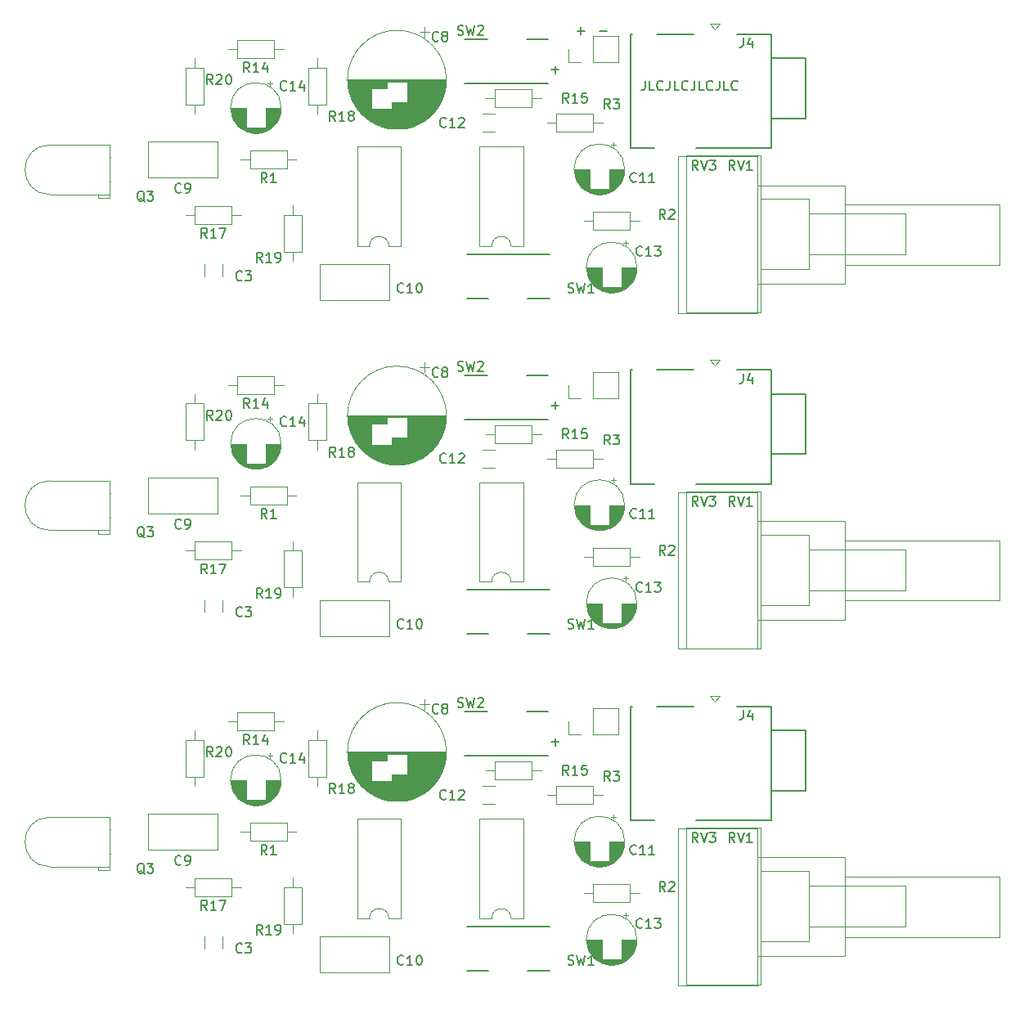
<source format=gbr>
%TF.GenerationSoftware,KiCad,Pcbnew,6.0.0~rc2+dfsg1-1*%
%TF.CreationDate,2022-01-14T16:17:06+00:00*%
%TF.ProjectId,LiRX_tht_nutzen,4c695258-5f74-4687-945f-6e75747a656e,rev?*%
%TF.SameCoordinates,Original*%
%TF.FileFunction,Legend,Top*%
%TF.FilePolarity,Positive*%
%FSLAX46Y46*%
G04 Gerber Fmt 4.6, Leading zero omitted, Abs format (unit mm)*
G04 Created by KiCad (PCBNEW 6.0.0~rc2+dfsg1-1) date 2022-01-14 16:17:06*
%MOMM*%
%LPD*%
G01*
G04 APERTURE LIST*
%ADD10C,0.150000*%
%ADD11C,0.120000*%
G04 APERTURE END LIST*
D10*
X112919047Y-48246428D02*
X113680952Y-48246428D01*
X110669047Y-48246428D02*
X111430952Y-48246428D01*
X111050000Y-48627380D02*
X111050000Y-47865476D01*
X117655952Y-53402380D02*
X117655952Y-54116666D01*
X117608333Y-54259523D01*
X117513095Y-54354761D01*
X117370238Y-54402380D01*
X117275000Y-54402380D01*
X118608333Y-54402380D02*
X118132142Y-54402380D01*
X118132142Y-53402380D01*
X119513095Y-54307142D02*
X119465476Y-54354761D01*
X119322619Y-54402380D01*
X119227380Y-54402380D01*
X119084523Y-54354761D01*
X118989285Y-54259523D01*
X118941666Y-54164285D01*
X118894047Y-53973809D01*
X118894047Y-53830952D01*
X118941666Y-53640476D01*
X118989285Y-53545238D01*
X119084523Y-53450000D01*
X119227380Y-53402380D01*
X119322619Y-53402380D01*
X119465476Y-53450000D01*
X119513095Y-53497619D01*
X120227380Y-53402380D02*
X120227380Y-54116666D01*
X120179761Y-54259523D01*
X120084523Y-54354761D01*
X119941666Y-54402380D01*
X119846428Y-54402380D01*
X121179761Y-54402380D02*
X120703571Y-54402380D01*
X120703571Y-53402380D01*
X122084523Y-54307142D02*
X122036904Y-54354761D01*
X121894047Y-54402380D01*
X121798809Y-54402380D01*
X121655952Y-54354761D01*
X121560714Y-54259523D01*
X121513095Y-54164285D01*
X121465476Y-53973809D01*
X121465476Y-53830952D01*
X121513095Y-53640476D01*
X121560714Y-53545238D01*
X121655952Y-53450000D01*
X121798809Y-53402380D01*
X121894047Y-53402380D01*
X122036904Y-53450000D01*
X122084523Y-53497619D01*
X122798809Y-53402380D02*
X122798809Y-54116666D01*
X122751190Y-54259523D01*
X122655952Y-54354761D01*
X122513095Y-54402380D01*
X122417857Y-54402380D01*
X123751190Y-54402380D02*
X123275000Y-54402380D01*
X123275000Y-53402380D01*
X124655952Y-54307142D02*
X124608333Y-54354761D01*
X124465476Y-54402380D01*
X124370238Y-54402380D01*
X124227380Y-54354761D01*
X124132142Y-54259523D01*
X124084523Y-54164285D01*
X124036904Y-53973809D01*
X124036904Y-53830952D01*
X124084523Y-53640476D01*
X124132142Y-53545238D01*
X124227380Y-53450000D01*
X124370238Y-53402380D01*
X124465476Y-53402380D01*
X124608333Y-53450000D01*
X124655952Y-53497619D01*
X125370238Y-53402380D02*
X125370238Y-54116666D01*
X125322619Y-54259523D01*
X125227380Y-54354761D01*
X125084523Y-54402380D01*
X124989285Y-54402380D01*
X126322619Y-54402380D02*
X125846428Y-54402380D01*
X125846428Y-53402380D01*
X127227380Y-54307142D02*
X127179761Y-54354761D01*
X127036904Y-54402380D01*
X126941666Y-54402380D01*
X126798809Y-54354761D01*
X126703571Y-54259523D01*
X126655952Y-54164285D01*
X126608333Y-53973809D01*
X126608333Y-53830952D01*
X126655952Y-53640476D01*
X126703571Y-53545238D01*
X126798809Y-53450000D01*
X126941666Y-53402380D01*
X127036904Y-53402380D01*
X127179761Y-53450000D01*
X127227380Y-53497619D01*
X107987047Y-52258917D02*
X108748952Y-52258917D01*
X108368000Y-52639869D02*
X108368000Y-51877965D01*
X107987047Y-87022939D02*
X108748952Y-87022939D01*
X108368000Y-87403891D02*
X108368000Y-86641987D01*
X107987047Y-121853428D02*
X108748952Y-121853428D01*
X108368000Y-122234380D02*
X108368000Y-121472476D01*
%TO.C,RV3*%
X123139761Y-62672869D02*
X122806428Y-62196679D01*
X122568333Y-62672869D02*
X122568333Y-61672869D01*
X122949285Y-61672869D01*
X123044523Y-61720489D01*
X123092142Y-61768108D01*
X123139761Y-61863346D01*
X123139761Y-62006203D01*
X123092142Y-62101441D01*
X123044523Y-62149060D01*
X122949285Y-62196679D01*
X122568333Y-62196679D01*
X123425476Y-61672869D02*
X123758809Y-62672869D01*
X124092142Y-61672869D01*
X124330238Y-61672869D02*
X124949285Y-61672869D01*
X124615952Y-62053822D01*
X124758809Y-62053822D01*
X124854047Y-62101441D01*
X124901666Y-62149060D01*
X124949285Y-62244298D01*
X124949285Y-62482393D01*
X124901666Y-62577631D01*
X124854047Y-62625250D01*
X124758809Y-62672869D01*
X124473095Y-62672869D01*
X124377857Y-62625250D01*
X124330238Y-62577631D01*
%TO.C,RV1*%
X126949761Y-62672869D02*
X126616428Y-62196679D01*
X126378333Y-62672869D02*
X126378333Y-61672869D01*
X126759285Y-61672869D01*
X126854523Y-61720489D01*
X126902142Y-61768108D01*
X126949761Y-61863346D01*
X126949761Y-62006203D01*
X126902142Y-62101441D01*
X126854523Y-62149060D01*
X126759285Y-62196679D01*
X126378333Y-62196679D01*
X127235476Y-61672869D02*
X127568809Y-62672869D01*
X127902142Y-61672869D01*
X128759285Y-62672869D02*
X128187857Y-62672869D01*
X128473571Y-62672869D02*
X128473571Y-61672869D01*
X128378333Y-61815727D01*
X128283095Y-61910965D01*
X128187857Y-61958584D01*
%TO.C,R20*%
X72927142Y-53782869D02*
X72593809Y-53306679D01*
X72355714Y-53782869D02*
X72355714Y-52782869D01*
X72736666Y-52782869D01*
X72831904Y-52830489D01*
X72879523Y-52878108D01*
X72927142Y-52973346D01*
X72927142Y-53116203D01*
X72879523Y-53211441D01*
X72831904Y-53259060D01*
X72736666Y-53306679D01*
X72355714Y-53306679D01*
X73308095Y-52878108D02*
X73355714Y-52830489D01*
X73450952Y-52782869D01*
X73689047Y-52782869D01*
X73784285Y-52830489D01*
X73831904Y-52878108D01*
X73879523Y-52973346D01*
X73879523Y-53068584D01*
X73831904Y-53211441D01*
X73260476Y-53782869D01*
X73879523Y-53782869D01*
X74498571Y-52782869D02*
X74593809Y-52782869D01*
X74689047Y-52830489D01*
X74736666Y-52878108D01*
X74784285Y-52973346D01*
X74831904Y-53163822D01*
X74831904Y-53401917D01*
X74784285Y-53592393D01*
X74736666Y-53687631D01*
X74689047Y-53735250D01*
X74593809Y-53782869D01*
X74498571Y-53782869D01*
X74403333Y-53735250D01*
X74355714Y-53687631D01*
X74308095Y-53592393D01*
X74260476Y-53401917D01*
X74260476Y-53163822D01*
X74308095Y-52973346D01*
X74355714Y-52878108D01*
X74403333Y-52830489D01*
X74498571Y-52782869D01*
%TO.C,R19*%
X78047142Y-72197869D02*
X77713809Y-71721679D01*
X77475714Y-72197869D02*
X77475714Y-71197869D01*
X77856666Y-71197869D01*
X77951904Y-71245489D01*
X77999523Y-71293108D01*
X78047142Y-71388346D01*
X78047142Y-71531203D01*
X77999523Y-71626441D01*
X77951904Y-71674060D01*
X77856666Y-71721679D01*
X77475714Y-71721679D01*
X78999523Y-72197869D02*
X78428095Y-72197869D01*
X78713809Y-72197869D02*
X78713809Y-71197869D01*
X78618571Y-71340727D01*
X78523333Y-71435965D01*
X78428095Y-71483584D01*
X79475714Y-72197869D02*
X79666190Y-72197869D01*
X79761428Y-72150250D01*
X79809047Y-72102631D01*
X79904285Y-71959774D01*
X79951904Y-71769298D01*
X79951904Y-71388346D01*
X79904285Y-71293108D01*
X79856666Y-71245489D01*
X79761428Y-71197869D01*
X79570952Y-71197869D01*
X79475714Y-71245489D01*
X79428095Y-71293108D01*
X79380476Y-71388346D01*
X79380476Y-71626441D01*
X79428095Y-71721679D01*
X79475714Y-71769298D01*
X79570952Y-71816917D01*
X79761428Y-71816917D01*
X79856666Y-71769298D01*
X79904285Y-71721679D01*
X79951904Y-71626441D01*
%TO.C,C8*%
X96263333Y-49242631D02*
X96215714Y-49290250D01*
X96072857Y-49337869D01*
X95977619Y-49337869D01*
X95834761Y-49290250D01*
X95739523Y-49195012D01*
X95691904Y-49099774D01*
X95644285Y-48909298D01*
X95644285Y-48766441D01*
X95691904Y-48575965D01*
X95739523Y-48480727D01*
X95834761Y-48385489D01*
X95977619Y-48337869D01*
X96072857Y-48337869D01*
X96215714Y-48385489D01*
X96263333Y-48433108D01*
X96834761Y-48766441D02*
X96739523Y-48718822D01*
X96691904Y-48671203D01*
X96644285Y-48575965D01*
X96644285Y-48528346D01*
X96691904Y-48433108D01*
X96739523Y-48385489D01*
X96834761Y-48337869D01*
X97025238Y-48337869D01*
X97120476Y-48385489D01*
X97168095Y-48433108D01*
X97215714Y-48528346D01*
X97215714Y-48575965D01*
X97168095Y-48671203D01*
X97120476Y-48718822D01*
X97025238Y-48766441D01*
X96834761Y-48766441D01*
X96739523Y-48814060D01*
X96691904Y-48861679D01*
X96644285Y-48956917D01*
X96644285Y-49147393D01*
X96691904Y-49242631D01*
X96739523Y-49290250D01*
X96834761Y-49337869D01*
X97025238Y-49337869D01*
X97120476Y-49290250D01*
X97168095Y-49242631D01*
X97215714Y-49147393D01*
X97215714Y-48956917D01*
X97168095Y-48861679D01*
X97120476Y-48814060D01*
X97025238Y-48766441D01*
%TO.C,SW1*%
X109701666Y-75325250D02*
X109844523Y-75372869D01*
X110082619Y-75372869D01*
X110177857Y-75325250D01*
X110225476Y-75277631D01*
X110273095Y-75182393D01*
X110273095Y-75087155D01*
X110225476Y-74991917D01*
X110177857Y-74944298D01*
X110082619Y-74896679D01*
X109892142Y-74849060D01*
X109796904Y-74801441D01*
X109749285Y-74753822D01*
X109701666Y-74658584D01*
X109701666Y-74563346D01*
X109749285Y-74468108D01*
X109796904Y-74420489D01*
X109892142Y-74372869D01*
X110130238Y-74372869D01*
X110273095Y-74420489D01*
X110606428Y-74372869D02*
X110844523Y-75372869D01*
X111035000Y-74658584D01*
X111225476Y-75372869D01*
X111463571Y-74372869D01*
X112368333Y-75372869D02*
X111796904Y-75372869D01*
X112082619Y-75372869D02*
X112082619Y-74372869D01*
X111987380Y-74515727D01*
X111892142Y-74610965D01*
X111796904Y-74658584D01*
%TO.C,SW2*%
X98271666Y-48655250D02*
X98414523Y-48702869D01*
X98652619Y-48702869D01*
X98747857Y-48655250D01*
X98795476Y-48607631D01*
X98843095Y-48512393D01*
X98843095Y-48417155D01*
X98795476Y-48321917D01*
X98747857Y-48274298D01*
X98652619Y-48226679D01*
X98462142Y-48179060D01*
X98366904Y-48131441D01*
X98319285Y-48083822D01*
X98271666Y-47988584D01*
X98271666Y-47893346D01*
X98319285Y-47798108D01*
X98366904Y-47750489D01*
X98462142Y-47702869D01*
X98700238Y-47702869D01*
X98843095Y-47750489D01*
X99176428Y-47702869D02*
X99414523Y-48702869D01*
X99605000Y-47988584D01*
X99795476Y-48702869D01*
X100033571Y-47702869D01*
X100366904Y-47798108D02*
X100414523Y-47750489D01*
X100509761Y-47702869D01*
X100747857Y-47702869D01*
X100843095Y-47750489D01*
X100890714Y-47798108D01*
X100938333Y-47893346D01*
X100938333Y-47988584D01*
X100890714Y-48131441D01*
X100319285Y-48702869D01*
X100938333Y-48702869D01*
%TO.C,C12*%
X97057142Y-58132631D02*
X97009523Y-58180250D01*
X96866666Y-58227869D01*
X96771428Y-58227869D01*
X96628571Y-58180250D01*
X96533333Y-58085012D01*
X96485714Y-57989774D01*
X96438095Y-57799298D01*
X96438095Y-57656441D01*
X96485714Y-57465965D01*
X96533333Y-57370727D01*
X96628571Y-57275489D01*
X96771428Y-57227869D01*
X96866666Y-57227869D01*
X97009523Y-57275489D01*
X97057142Y-57323108D01*
X98009523Y-58227869D02*
X97438095Y-58227869D01*
X97723809Y-58227869D02*
X97723809Y-57227869D01*
X97628571Y-57370727D01*
X97533333Y-57465965D01*
X97438095Y-57513584D01*
X98390476Y-57323108D02*
X98438095Y-57275489D01*
X98533333Y-57227869D01*
X98771428Y-57227869D01*
X98866666Y-57275489D01*
X98914285Y-57323108D01*
X98961904Y-57418346D01*
X98961904Y-57513584D01*
X98914285Y-57656441D01*
X98342857Y-58227869D01*
X98961904Y-58227869D01*
%TO.C,R18*%
X85627142Y-57592869D02*
X85293809Y-57116679D01*
X85055714Y-57592869D02*
X85055714Y-56592869D01*
X85436666Y-56592869D01*
X85531904Y-56640489D01*
X85579523Y-56688108D01*
X85627142Y-56783346D01*
X85627142Y-56926203D01*
X85579523Y-57021441D01*
X85531904Y-57069060D01*
X85436666Y-57116679D01*
X85055714Y-57116679D01*
X86579523Y-57592869D02*
X86008095Y-57592869D01*
X86293809Y-57592869D02*
X86293809Y-56592869D01*
X86198571Y-56735727D01*
X86103333Y-56830965D01*
X86008095Y-56878584D01*
X87150952Y-57021441D02*
X87055714Y-56973822D01*
X87008095Y-56926203D01*
X86960476Y-56830965D01*
X86960476Y-56783346D01*
X87008095Y-56688108D01*
X87055714Y-56640489D01*
X87150952Y-56592869D01*
X87341428Y-56592869D01*
X87436666Y-56640489D01*
X87484285Y-56688108D01*
X87531904Y-56783346D01*
X87531904Y-56830965D01*
X87484285Y-56926203D01*
X87436666Y-56973822D01*
X87341428Y-57021441D01*
X87150952Y-57021441D01*
X87055714Y-57069060D01*
X87008095Y-57116679D01*
X86960476Y-57211917D01*
X86960476Y-57402393D01*
X87008095Y-57497631D01*
X87055714Y-57545250D01*
X87150952Y-57592869D01*
X87341428Y-57592869D01*
X87436666Y-57545250D01*
X87484285Y-57497631D01*
X87531904Y-57402393D01*
X87531904Y-57211917D01*
X87484285Y-57116679D01*
X87436666Y-57069060D01*
X87341428Y-57021441D01*
%TO.C,R17*%
X72332142Y-69672869D02*
X71998809Y-69196679D01*
X71760714Y-69672869D02*
X71760714Y-68672869D01*
X72141666Y-68672869D01*
X72236904Y-68720489D01*
X72284523Y-68768108D01*
X72332142Y-68863346D01*
X72332142Y-69006203D01*
X72284523Y-69101441D01*
X72236904Y-69149060D01*
X72141666Y-69196679D01*
X71760714Y-69196679D01*
X73284523Y-69672869D02*
X72713095Y-69672869D01*
X72998809Y-69672869D02*
X72998809Y-68672869D01*
X72903571Y-68815727D01*
X72808333Y-68910965D01*
X72713095Y-68958584D01*
X73617857Y-68672869D02*
X74284523Y-68672869D01*
X73855952Y-69672869D01*
%TO.C,R1*%
X78523333Y-63957869D02*
X78190000Y-63481679D01*
X77951904Y-63957869D02*
X77951904Y-62957869D01*
X78332857Y-62957869D01*
X78428095Y-63005489D01*
X78475714Y-63053108D01*
X78523333Y-63148346D01*
X78523333Y-63291203D01*
X78475714Y-63386441D01*
X78428095Y-63434060D01*
X78332857Y-63481679D01*
X77951904Y-63481679D01*
X79475714Y-63957869D02*
X78904285Y-63957869D01*
X79190000Y-63957869D02*
X79190000Y-62957869D01*
X79094761Y-63100727D01*
X78999523Y-63195965D01*
X78904285Y-63243584D01*
%TO.C,C10*%
X92652142Y-75277631D02*
X92604523Y-75325250D01*
X92461666Y-75372869D01*
X92366428Y-75372869D01*
X92223571Y-75325250D01*
X92128333Y-75230012D01*
X92080714Y-75134774D01*
X92033095Y-74944298D01*
X92033095Y-74801441D01*
X92080714Y-74610965D01*
X92128333Y-74515727D01*
X92223571Y-74420489D01*
X92366428Y-74372869D01*
X92461666Y-74372869D01*
X92604523Y-74420489D01*
X92652142Y-74468108D01*
X93604523Y-75372869D02*
X93033095Y-75372869D01*
X93318809Y-75372869D02*
X93318809Y-74372869D01*
X93223571Y-74515727D01*
X93128333Y-74610965D01*
X93033095Y-74658584D01*
X94223571Y-74372869D02*
X94318809Y-74372869D01*
X94414047Y-74420489D01*
X94461666Y-74468108D01*
X94509285Y-74563346D01*
X94556904Y-74753822D01*
X94556904Y-74991917D01*
X94509285Y-75182393D01*
X94461666Y-75277631D01*
X94414047Y-75325250D01*
X94318809Y-75372869D01*
X94223571Y-75372869D01*
X94128333Y-75325250D01*
X94080714Y-75277631D01*
X94033095Y-75182393D01*
X93985476Y-74991917D01*
X93985476Y-74753822D01*
X94033095Y-74563346D01*
X94080714Y-74468108D01*
X94128333Y-74420489D01*
X94223571Y-74372869D01*
%TO.C,R15*%
X109757142Y-55687869D02*
X109423809Y-55211679D01*
X109185714Y-55687869D02*
X109185714Y-54687869D01*
X109566666Y-54687869D01*
X109661904Y-54735489D01*
X109709523Y-54783108D01*
X109757142Y-54878346D01*
X109757142Y-55021203D01*
X109709523Y-55116441D01*
X109661904Y-55164060D01*
X109566666Y-55211679D01*
X109185714Y-55211679D01*
X110709523Y-55687869D02*
X110138095Y-55687869D01*
X110423809Y-55687869D02*
X110423809Y-54687869D01*
X110328571Y-54830727D01*
X110233333Y-54925965D01*
X110138095Y-54973584D01*
X111614285Y-54687869D02*
X111138095Y-54687869D01*
X111090476Y-55164060D01*
X111138095Y-55116441D01*
X111233333Y-55068822D01*
X111471428Y-55068822D01*
X111566666Y-55116441D01*
X111614285Y-55164060D01*
X111661904Y-55259298D01*
X111661904Y-55497393D01*
X111614285Y-55592631D01*
X111566666Y-55640250D01*
X111471428Y-55687869D01*
X111233333Y-55687869D01*
X111138095Y-55640250D01*
X111090476Y-55592631D01*
%TO.C,R14*%
X76737142Y-52527869D02*
X76403809Y-52051679D01*
X76165714Y-52527869D02*
X76165714Y-51527869D01*
X76546666Y-51527869D01*
X76641904Y-51575489D01*
X76689523Y-51623108D01*
X76737142Y-51718346D01*
X76737142Y-51861203D01*
X76689523Y-51956441D01*
X76641904Y-52004060D01*
X76546666Y-52051679D01*
X76165714Y-52051679D01*
X77689523Y-52527869D02*
X77118095Y-52527869D01*
X77403809Y-52527869D02*
X77403809Y-51527869D01*
X77308571Y-51670727D01*
X77213333Y-51765965D01*
X77118095Y-51813584D01*
X78546666Y-51861203D02*
X78546666Y-52527869D01*
X78308571Y-51480250D02*
X78070476Y-52194536D01*
X78689523Y-52194536D01*
%TO.C,R3*%
X114043333Y-56307869D02*
X113710000Y-55831679D01*
X113471904Y-56307869D02*
X113471904Y-55307869D01*
X113852857Y-55307869D01*
X113948095Y-55355489D01*
X113995714Y-55403108D01*
X114043333Y-55498346D01*
X114043333Y-55641203D01*
X113995714Y-55736441D01*
X113948095Y-55784060D01*
X113852857Y-55831679D01*
X113471904Y-55831679D01*
X114376666Y-55307869D02*
X114995714Y-55307869D01*
X114662380Y-55688822D01*
X114805238Y-55688822D01*
X114900476Y-55736441D01*
X114948095Y-55784060D01*
X114995714Y-55879298D01*
X114995714Y-56117393D01*
X114948095Y-56212631D01*
X114900476Y-56260250D01*
X114805238Y-56307869D01*
X114519523Y-56307869D01*
X114424285Y-56260250D01*
X114376666Y-56212631D01*
%TO.C,R2*%
X119758333Y-67752869D02*
X119425000Y-67276679D01*
X119186904Y-67752869D02*
X119186904Y-66752869D01*
X119567857Y-66752869D01*
X119663095Y-66800489D01*
X119710714Y-66848108D01*
X119758333Y-66943346D01*
X119758333Y-67086203D01*
X119710714Y-67181441D01*
X119663095Y-67229060D01*
X119567857Y-67276679D01*
X119186904Y-67276679D01*
X120139285Y-66848108D02*
X120186904Y-66800489D01*
X120282142Y-66752869D01*
X120520238Y-66752869D01*
X120615476Y-66800489D01*
X120663095Y-66848108D01*
X120710714Y-66943346D01*
X120710714Y-67038584D01*
X120663095Y-67181441D01*
X120091666Y-67752869D01*
X120710714Y-67752869D01*
%TO.C,C13*%
X117377142Y-71467631D02*
X117329523Y-71515250D01*
X117186666Y-71562869D01*
X117091428Y-71562869D01*
X116948571Y-71515250D01*
X116853333Y-71420012D01*
X116805714Y-71324774D01*
X116758095Y-71134298D01*
X116758095Y-70991441D01*
X116805714Y-70800965D01*
X116853333Y-70705727D01*
X116948571Y-70610489D01*
X117091428Y-70562869D01*
X117186666Y-70562869D01*
X117329523Y-70610489D01*
X117377142Y-70658108D01*
X118329523Y-71562869D02*
X117758095Y-71562869D01*
X118043809Y-71562869D02*
X118043809Y-70562869D01*
X117948571Y-70705727D01*
X117853333Y-70800965D01*
X117758095Y-70848584D01*
X118662857Y-70562869D02*
X119281904Y-70562869D01*
X118948571Y-70943822D01*
X119091428Y-70943822D01*
X119186666Y-70991441D01*
X119234285Y-71039060D01*
X119281904Y-71134298D01*
X119281904Y-71372393D01*
X119234285Y-71467631D01*
X119186666Y-71515250D01*
X119091428Y-71562869D01*
X118805714Y-71562869D01*
X118710476Y-71515250D01*
X118662857Y-71467631D01*
%TO.C,C9*%
X69633333Y-64942631D02*
X69585714Y-64990250D01*
X69442857Y-65037869D01*
X69347619Y-65037869D01*
X69204761Y-64990250D01*
X69109523Y-64895012D01*
X69061904Y-64799774D01*
X69014285Y-64609298D01*
X69014285Y-64466441D01*
X69061904Y-64275965D01*
X69109523Y-64180727D01*
X69204761Y-64085489D01*
X69347619Y-64037869D01*
X69442857Y-64037869D01*
X69585714Y-64085489D01*
X69633333Y-64133108D01*
X70109523Y-65037869D02*
X70300000Y-65037869D01*
X70395238Y-64990250D01*
X70442857Y-64942631D01*
X70538095Y-64799774D01*
X70585714Y-64609298D01*
X70585714Y-64228346D01*
X70538095Y-64133108D01*
X70490476Y-64085489D01*
X70395238Y-64037869D01*
X70204761Y-64037869D01*
X70109523Y-64085489D01*
X70061904Y-64133108D01*
X70014285Y-64228346D01*
X70014285Y-64466441D01*
X70061904Y-64561679D01*
X70109523Y-64609298D01*
X70204761Y-64656917D01*
X70395238Y-64656917D01*
X70490476Y-64609298D01*
X70538095Y-64561679D01*
X70585714Y-64466441D01*
%TO.C,C3*%
X75943333Y-74021631D02*
X75895714Y-74069250D01*
X75752857Y-74116869D01*
X75657619Y-74116869D01*
X75514761Y-74069250D01*
X75419523Y-73974012D01*
X75371904Y-73878774D01*
X75324285Y-73688298D01*
X75324285Y-73545441D01*
X75371904Y-73354965D01*
X75419523Y-73259727D01*
X75514761Y-73164489D01*
X75657619Y-73116869D01*
X75752857Y-73116869D01*
X75895714Y-73164489D01*
X75943333Y-73212108D01*
X76276666Y-73116869D02*
X76895714Y-73116869D01*
X76562380Y-73497822D01*
X76705238Y-73497822D01*
X76800476Y-73545441D01*
X76848095Y-73593060D01*
X76895714Y-73688298D01*
X76895714Y-73926393D01*
X76848095Y-74021631D01*
X76800476Y-74069250D01*
X76705238Y-74116869D01*
X76419523Y-74116869D01*
X76324285Y-74069250D01*
X76276666Y-74021631D01*
%TO.C,Q3*%
X65854761Y-65943108D02*
X65759523Y-65895489D01*
X65664285Y-65800250D01*
X65521428Y-65657393D01*
X65426190Y-65609774D01*
X65330952Y-65609774D01*
X65378571Y-65847869D02*
X65283333Y-65800250D01*
X65188095Y-65705012D01*
X65140476Y-65514536D01*
X65140476Y-65181203D01*
X65188095Y-64990727D01*
X65283333Y-64895489D01*
X65378571Y-64847869D01*
X65569047Y-64847869D01*
X65664285Y-64895489D01*
X65759523Y-64990727D01*
X65807142Y-65181203D01*
X65807142Y-65514536D01*
X65759523Y-65705012D01*
X65664285Y-65800250D01*
X65569047Y-65847869D01*
X65378571Y-65847869D01*
X66140476Y-64847869D02*
X66759523Y-64847869D01*
X66426190Y-65228822D01*
X66569047Y-65228822D01*
X66664285Y-65276441D01*
X66711904Y-65324060D01*
X66759523Y-65419298D01*
X66759523Y-65657393D01*
X66711904Y-65752631D01*
X66664285Y-65800250D01*
X66569047Y-65847869D01*
X66283333Y-65847869D01*
X66188095Y-65800250D01*
X66140476Y-65752631D01*
%TO.C,C14*%
X80547142Y-54322631D02*
X80499523Y-54370250D01*
X80356666Y-54417869D01*
X80261428Y-54417869D01*
X80118571Y-54370250D01*
X80023333Y-54275012D01*
X79975714Y-54179774D01*
X79928095Y-53989298D01*
X79928095Y-53846441D01*
X79975714Y-53655965D01*
X80023333Y-53560727D01*
X80118571Y-53465489D01*
X80261428Y-53417869D01*
X80356666Y-53417869D01*
X80499523Y-53465489D01*
X80547142Y-53513108D01*
X81499523Y-54417869D02*
X80928095Y-54417869D01*
X81213809Y-54417869D02*
X81213809Y-53417869D01*
X81118571Y-53560727D01*
X81023333Y-53655965D01*
X80928095Y-53703584D01*
X82356666Y-53751203D02*
X82356666Y-54417869D01*
X82118571Y-53370250D02*
X81880476Y-54084536D01*
X82499523Y-54084536D01*
%TO.C,C11*%
X116742142Y-63847631D02*
X116694523Y-63895250D01*
X116551666Y-63942869D01*
X116456428Y-63942869D01*
X116313571Y-63895250D01*
X116218333Y-63800012D01*
X116170714Y-63704774D01*
X116123095Y-63514298D01*
X116123095Y-63371441D01*
X116170714Y-63180965D01*
X116218333Y-63085727D01*
X116313571Y-62990489D01*
X116456428Y-62942869D01*
X116551666Y-62942869D01*
X116694523Y-62990489D01*
X116742142Y-63038108D01*
X117694523Y-63942869D02*
X117123095Y-63942869D01*
X117408809Y-63942869D02*
X117408809Y-62942869D01*
X117313571Y-63085727D01*
X117218333Y-63180965D01*
X117123095Y-63228584D01*
X118646904Y-63942869D02*
X118075476Y-63942869D01*
X118361190Y-63942869D02*
X118361190Y-62942869D01*
X118265952Y-63085727D01*
X118170714Y-63180965D01*
X118075476Y-63228584D01*
%TO.C,J4*%
X127846666Y-48972869D02*
X127846666Y-49687155D01*
X127799047Y-49830012D01*
X127703809Y-49925250D01*
X127560952Y-49972869D01*
X127465714Y-49972869D01*
X128751428Y-49306203D02*
X128751428Y-49972869D01*
X128513333Y-48925250D02*
X128275238Y-49639536D01*
X128894285Y-49639536D01*
%TO.C,R15*%
X109757142Y-90451891D02*
X109423809Y-89975701D01*
X109185714Y-90451891D02*
X109185714Y-89451891D01*
X109566666Y-89451891D01*
X109661904Y-89499511D01*
X109709523Y-89547130D01*
X109757142Y-89642368D01*
X109757142Y-89785225D01*
X109709523Y-89880463D01*
X109661904Y-89928082D01*
X109566666Y-89975701D01*
X109185714Y-89975701D01*
X110709523Y-90451891D02*
X110138095Y-90451891D01*
X110423809Y-90451891D02*
X110423809Y-89451891D01*
X110328571Y-89594749D01*
X110233333Y-89689987D01*
X110138095Y-89737606D01*
X111614285Y-89451891D02*
X111138095Y-89451891D01*
X111090476Y-89928082D01*
X111138095Y-89880463D01*
X111233333Y-89832844D01*
X111471428Y-89832844D01*
X111566666Y-89880463D01*
X111614285Y-89928082D01*
X111661904Y-90023320D01*
X111661904Y-90261415D01*
X111614285Y-90356653D01*
X111566666Y-90404272D01*
X111471428Y-90451891D01*
X111233333Y-90451891D01*
X111138095Y-90404272D01*
X111090476Y-90356653D01*
%TO.C,R14*%
X76737142Y-87291891D02*
X76403809Y-86815701D01*
X76165714Y-87291891D02*
X76165714Y-86291891D01*
X76546666Y-86291891D01*
X76641904Y-86339511D01*
X76689523Y-86387130D01*
X76737142Y-86482368D01*
X76737142Y-86625225D01*
X76689523Y-86720463D01*
X76641904Y-86768082D01*
X76546666Y-86815701D01*
X76165714Y-86815701D01*
X77689523Y-87291891D02*
X77118095Y-87291891D01*
X77403809Y-87291891D02*
X77403809Y-86291891D01*
X77308571Y-86434749D01*
X77213333Y-86529987D01*
X77118095Y-86577606D01*
X78546666Y-86625225D02*
X78546666Y-87291891D01*
X78308571Y-86244272D02*
X78070476Y-86958558D01*
X78689523Y-86958558D01*
%TO.C,R3*%
X114043333Y-91071891D02*
X113710000Y-90595701D01*
X113471904Y-91071891D02*
X113471904Y-90071891D01*
X113852857Y-90071891D01*
X113948095Y-90119511D01*
X113995714Y-90167130D01*
X114043333Y-90262368D01*
X114043333Y-90405225D01*
X113995714Y-90500463D01*
X113948095Y-90548082D01*
X113852857Y-90595701D01*
X113471904Y-90595701D01*
X114376666Y-90071891D02*
X114995714Y-90071891D01*
X114662380Y-90452844D01*
X114805238Y-90452844D01*
X114900476Y-90500463D01*
X114948095Y-90548082D01*
X114995714Y-90643320D01*
X114995714Y-90881415D01*
X114948095Y-90976653D01*
X114900476Y-91024272D01*
X114805238Y-91071891D01*
X114519523Y-91071891D01*
X114424285Y-91024272D01*
X114376666Y-90976653D01*
%TO.C,R2*%
X119758333Y-102516891D02*
X119425000Y-102040701D01*
X119186904Y-102516891D02*
X119186904Y-101516891D01*
X119567857Y-101516891D01*
X119663095Y-101564511D01*
X119710714Y-101612130D01*
X119758333Y-101707368D01*
X119758333Y-101850225D01*
X119710714Y-101945463D01*
X119663095Y-101993082D01*
X119567857Y-102040701D01*
X119186904Y-102040701D01*
X120139285Y-101612130D02*
X120186904Y-101564511D01*
X120282142Y-101516891D01*
X120520238Y-101516891D01*
X120615476Y-101564511D01*
X120663095Y-101612130D01*
X120710714Y-101707368D01*
X120710714Y-101802606D01*
X120663095Y-101945463D01*
X120091666Y-102516891D01*
X120710714Y-102516891D01*
%TO.C,C8*%
X96263333Y-84006653D02*
X96215714Y-84054272D01*
X96072857Y-84101891D01*
X95977619Y-84101891D01*
X95834761Y-84054272D01*
X95739523Y-83959034D01*
X95691904Y-83863796D01*
X95644285Y-83673320D01*
X95644285Y-83530463D01*
X95691904Y-83339987D01*
X95739523Y-83244749D01*
X95834761Y-83149511D01*
X95977619Y-83101891D01*
X96072857Y-83101891D01*
X96215714Y-83149511D01*
X96263333Y-83197130D01*
X96834761Y-83530463D02*
X96739523Y-83482844D01*
X96691904Y-83435225D01*
X96644285Y-83339987D01*
X96644285Y-83292368D01*
X96691904Y-83197130D01*
X96739523Y-83149511D01*
X96834761Y-83101891D01*
X97025238Y-83101891D01*
X97120476Y-83149511D01*
X97168095Y-83197130D01*
X97215714Y-83292368D01*
X97215714Y-83339987D01*
X97168095Y-83435225D01*
X97120476Y-83482844D01*
X97025238Y-83530463D01*
X96834761Y-83530463D01*
X96739523Y-83578082D01*
X96691904Y-83625701D01*
X96644285Y-83720939D01*
X96644285Y-83911415D01*
X96691904Y-84006653D01*
X96739523Y-84054272D01*
X96834761Y-84101891D01*
X97025238Y-84101891D01*
X97120476Y-84054272D01*
X97168095Y-84006653D01*
X97215714Y-83911415D01*
X97215714Y-83720939D01*
X97168095Y-83625701D01*
X97120476Y-83578082D01*
X97025238Y-83530463D01*
%TO.C,SW1*%
X109701666Y-110089272D02*
X109844523Y-110136891D01*
X110082619Y-110136891D01*
X110177857Y-110089272D01*
X110225476Y-110041653D01*
X110273095Y-109946415D01*
X110273095Y-109851177D01*
X110225476Y-109755939D01*
X110177857Y-109708320D01*
X110082619Y-109660701D01*
X109892142Y-109613082D01*
X109796904Y-109565463D01*
X109749285Y-109517844D01*
X109701666Y-109422606D01*
X109701666Y-109327368D01*
X109749285Y-109232130D01*
X109796904Y-109184511D01*
X109892142Y-109136891D01*
X110130238Y-109136891D01*
X110273095Y-109184511D01*
X110606428Y-109136891D02*
X110844523Y-110136891D01*
X111035000Y-109422606D01*
X111225476Y-110136891D01*
X111463571Y-109136891D01*
X112368333Y-110136891D02*
X111796904Y-110136891D01*
X112082619Y-110136891D02*
X112082619Y-109136891D01*
X111987380Y-109279749D01*
X111892142Y-109374987D01*
X111796904Y-109422606D01*
%TO.C,SW2*%
X98271666Y-83419272D02*
X98414523Y-83466891D01*
X98652619Y-83466891D01*
X98747857Y-83419272D01*
X98795476Y-83371653D01*
X98843095Y-83276415D01*
X98843095Y-83181177D01*
X98795476Y-83085939D01*
X98747857Y-83038320D01*
X98652619Y-82990701D01*
X98462142Y-82943082D01*
X98366904Y-82895463D01*
X98319285Y-82847844D01*
X98271666Y-82752606D01*
X98271666Y-82657368D01*
X98319285Y-82562130D01*
X98366904Y-82514511D01*
X98462142Y-82466891D01*
X98700238Y-82466891D01*
X98843095Y-82514511D01*
X99176428Y-82466891D02*
X99414523Y-83466891D01*
X99605000Y-82752606D01*
X99795476Y-83466891D01*
X100033571Y-82466891D01*
X100366904Y-82562130D02*
X100414523Y-82514511D01*
X100509761Y-82466891D01*
X100747857Y-82466891D01*
X100843095Y-82514511D01*
X100890714Y-82562130D01*
X100938333Y-82657368D01*
X100938333Y-82752606D01*
X100890714Y-82895463D01*
X100319285Y-83466891D01*
X100938333Y-83466891D01*
%TO.C,RV3*%
X123139761Y-97436891D02*
X122806428Y-96960701D01*
X122568333Y-97436891D02*
X122568333Y-96436891D01*
X122949285Y-96436891D01*
X123044523Y-96484511D01*
X123092142Y-96532130D01*
X123139761Y-96627368D01*
X123139761Y-96770225D01*
X123092142Y-96865463D01*
X123044523Y-96913082D01*
X122949285Y-96960701D01*
X122568333Y-96960701D01*
X123425476Y-96436891D02*
X123758809Y-97436891D01*
X124092142Y-96436891D01*
X124330238Y-96436891D02*
X124949285Y-96436891D01*
X124615952Y-96817844D01*
X124758809Y-96817844D01*
X124854047Y-96865463D01*
X124901666Y-96913082D01*
X124949285Y-97008320D01*
X124949285Y-97246415D01*
X124901666Y-97341653D01*
X124854047Y-97389272D01*
X124758809Y-97436891D01*
X124473095Y-97436891D01*
X124377857Y-97389272D01*
X124330238Y-97341653D01*
%TO.C,RV1*%
X126949761Y-97436891D02*
X126616428Y-96960701D01*
X126378333Y-97436891D02*
X126378333Y-96436891D01*
X126759285Y-96436891D01*
X126854523Y-96484511D01*
X126902142Y-96532130D01*
X126949761Y-96627368D01*
X126949761Y-96770225D01*
X126902142Y-96865463D01*
X126854523Y-96913082D01*
X126759285Y-96960701D01*
X126378333Y-96960701D01*
X127235476Y-96436891D02*
X127568809Y-97436891D01*
X127902142Y-96436891D01*
X128759285Y-97436891D02*
X128187857Y-97436891D01*
X128473571Y-97436891D02*
X128473571Y-96436891D01*
X128378333Y-96579749D01*
X128283095Y-96674987D01*
X128187857Y-96722606D01*
%TO.C,R20*%
X72927142Y-88546891D02*
X72593809Y-88070701D01*
X72355714Y-88546891D02*
X72355714Y-87546891D01*
X72736666Y-87546891D01*
X72831904Y-87594511D01*
X72879523Y-87642130D01*
X72927142Y-87737368D01*
X72927142Y-87880225D01*
X72879523Y-87975463D01*
X72831904Y-88023082D01*
X72736666Y-88070701D01*
X72355714Y-88070701D01*
X73308095Y-87642130D02*
X73355714Y-87594511D01*
X73450952Y-87546891D01*
X73689047Y-87546891D01*
X73784285Y-87594511D01*
X73831904Y-87642130D01*
X73879523Y-87737368D01*
X73879523Y-87832606D01*
X73831904Y-87975463D01*
X73260476Y-88546891D01*
X73879523Y-88546891D01*
X74498571Y-87546891D02*
X74593809Y-87546891D01*
X74689047Y-87594511D01*
X74736666Y-87642130D01*
X74784285Y-87737368D01*
X74831904Y-87927844D01*
X74831904Y-88165939D01*
X74784285Y-88356415D01*
X74736666Y-88451653D01*
X74689047Y-88499272D01*
X74593809Y-88546891D01*
X74498571Y-88546891D01*
X74403333Y-88499272D01*
X74355714Y-88451653D01*
X74308095Y-88356415D01*
X74260476Y-88165939D01*
X74260476Y-87927844D01*
X74308095Y-87737368D01*
X74355714Y-87642130D01*
X74403333Y-87594511D01*
X74498571Y-87546891D01*
%TO.C,R19*%
X78047142Y-106961891D02*
X77713809Y-106485701D01*
X77475714Y-106961891D02*
X77475714Y-105961891D01*
X77856666Y-105961891D01*
X77951904Y-106009511D01*
X77999523Y-106057130D01*
X78047142Y-106152368D01*
X78047142Y-106295225D01*
X77999523Y-106390463D01*
X77951904Y-106438082D01*
X77856666Y-106485701D01*
X77475714Y-106485701D01*
X78999523Y-106961891D02*
X78428095Y-106961891D01*
X78713809Y-106961891D02*
X78713809Y-105961891D01*
X78618571Y-106104749D01*
X78523333Y-106199987D01*
X78428095Y-106247606D01*
X79475714Y-106961891D02*
X79666190Y-106961891D01*
X79761428Y-106914272D01*
X79809047Y-106866653D01*
X79904285Y-106723796D01*
X79951904Y-106533320D01*
X79951904Y-106152368D01*
X79904285Y-106057130D01*
X79856666Y-106009511D01*
X79761428Y-105961891D01*
X79570952Y-105961891D01*
X79475714Y-106009511D01*
X79428095Y-106057130D01*
X79380476Y-106152368D01*
X79380476Y-106390463D01*
X79428095Y-106485701D01*
X79475714Y-106533320D01*
X79570952Y-106580939D01*
X79761428Y-106580939D01*
X79856666Y-106533320D01*
X79904285Y-106485701D01*
X79951904Y-106390463D01*
%TO.C,R18*%
X85627142Y-92356891D02*
X85293809Y-91880701D01*
X85055714Y-92356891D02*
X85055714Y-91356891D01*
X85436666Y-91356891D01*
X85531904Y-91404511D01*
X85579523Y-91452130D01*
X85627142Y-91547368D01*
X85627142Y-91690225D01*
X85579523Y-91785463D01*
X85531904Y-91833082D01*
X85436666Y-91880701D01*
X85055714Y-91880701D01*
X86579523Y-92356891D02*
X86008095Y-92356891D01*
X86293809Y-92356891D02*
X86293809Y-91356891D01*
X86198571Y-91499749D01*
X86103333Y-91594987D01*
X86008095Y-91642606D01*
X87150952Y-91785463D02*
X87055714Y-91737844D01*
X87008095Y-91690225D01*
X86960476Y-91594987D01*
X86960476Y-91547368D01*
X87008095Y-91452130D01*
X87055714Y-91404511D01*
X87150952Y-91356891D01*
X87341428Y-91356891D01*
X87436666Y-91404511D01*
X87484285Y-91452130D01*
X87531904Y-91547368D01*
X87531904Y-91594987D01*
X87484285Y-91690225D01*
X87436666Y-91737844D01*
X87341428Y-91785463D01*
X87150952Y-91785463D01*
X87055714Y-91833082D01*
X87008095Y-91880701D01*
X86960476Y-91975939D01*
X86960476Y-92166415D01*
X87008095Y-92261653D01*
X87055714Y-92309272D01*
X87150952Y-92356891D01*
X87341428Y-92356891D01*
X87436666Y-92309272D01*
X87484285Y-92261653D01*
X87531904Y-92166415D01*
X87531904Y-91975939D01*
X87484285Y-91880701D01*
X87436666Y-91833082D01*
X87341428Y-91785463D01*
%TO.C,R17*%
X72332142Y-104436891D02*
X71998809Y-103960701D01*
X71760714Y-104436891D02*
X71760714Y-103436891D01*
X72141666Y-103436891D01*
X72236904Y-103484511D01*
X72284523Y-103532130D01*
X72332142Y-103627368D01*
X72332142Y-103770225D01*
X72284523Y-103865463D01*
X72236904Y-103913082D01*
X72141666Y-103960701D01*
X71760714Y-103960701D01*
X73284523Y-104436891D02*
X72713095Y-104436891D01*
X72998809Y-104436891D02*
X72998809Y-103436891D01*
X72903571Y-103579749D01*
X72808333Y-103674987D01*
X72713095Y-103722606D01*
X73617857Y-103436891D02*
X74284523Y-103436891D01*
X73855952Y-104436891D01*
%TO.C,R1*%
X78523333Y-98721891D02*
X78190000Y-98245701D01*
X77951904Y-98721891D02*
X77951904Y-97721891D01*
X78332857Y-97721891D01*
X78428095Y-97769511D01*
X78475714Y-97817130D01*
X78523333Y-97912368D01*
X78523333Y-98055225D01*
X78475714Y-98150463D01*
X78428095Y-98198082D01*
X78332857Y-98245701D01*
X77951904Y-98245701D01*
X79475714Y-98721891D02*
X78904285Y-98721891D01*
X79190000Y-98721891D02*
X79190000Y-97721891D01*
X79094761Y-97864749D01*
X78999523Y-97959987D01*
X78904285Y-98007606D01*
%TO.C,C10*%
X92652142Y-110041653D02*
X92604523Y-110089272D01*
X92461666Y-110136891D01*
X92366428Y-110136891D01*
X92223571Y-110089272D01*
X92128333Y-109994034D01*
X92080714Y-109898796D01*
X92033095Y-109708320D01*
X92033095Y-109565463D01*
X92080714Y-109374987D01*
X92128333Y-109279749D01*
X92223571Y-109184511D01*
X92366428Y-109136891D01*
X92461666Y-109136891D01*
X92604523Y-109184511D01*
X92652142Y-109232130D01*
X93604523Y-110136891D02*
X93033095Y-110136891D01*
X93318809Y-110136891D02*
X93318809Y-109136891D01*
X93223571Y-109279749D01*
X93128333Y-109374987D01*
X93033095Y-109422606D01*
X94223571Y-109136891D02*
X94318809Y-109136891D01*
X94414047Y-109184511D01*
X94461666Y-109232130D01*
X94509285Y-109327368D01*
X94556904Y-109517844D01*
X94556904Y-109755939D01*
X94509285Y-109946415D01*
X94461666Y-110041653D01*
X94414047Y-110089272D01*
X94318809Y-110136891D01*
X94223571Y-110136891D01*
X94128333Y-110089272D01*
X94080714Y-110041653D01*
X94033095Y-109946415D01*
X93985476Y-109755939D01*
X93985476Y-109517844D01*
X94033095Y-109327368D01*
X94080714Y-109232130D01*
X94128333Y-109184511D01*
X94223571Y-109136891D01*
%TO.C,C9*%
X69633333Y-99706653D02*
X69585714Y-99754272D01*
X69442857Y-99801891D01*
X69347619Y-99801891D01*
X69204761Y-99754272D01*
X69109523Y-99659034D01*
X69061904Y-99563796D01*
X69014285Y-99373320D01*
X69014285Y-99230463D01*
X69061904Y-99039987D01*
X69109523Y-98944749D01*
X69204761Y-98849511D01*
X69347619Y-98801891D01*
X69442857Y-98801891D01*
X69585714Y-98849511D01*
X69633333Y-98897130D01*
X70109523Y-99801891D02*
X70300000Y-99801891D01*
X70395238Y-99754272D01*
X70442857Y-99706653D01*
X70538095Y-99563796D01*
X70585714Y-99373320D01*
X70585714Y-98992368D01*
X70538095Y-98897130D01*
X70490476Y-98849511D01*
X70395238Y-98801891D01*
X70204761Y-98801891D01*
X70109523Y-98849511D01*
X70061904Y-98897130D01*
X70014285Y-98992368D01*
X70014285Y-99230463D01*
X70061904Y-99325701D01*
X70109523Y-99373320D01*
X70204761Y-99420939D01*
X70395238Y-99420939D01*
X70490476Y-99373320D01*
X70538095Y-99325701D01*
X70585714Y-99230463D01*
%TO.C,C3*%
X75943333Y-108785653D02*
X75895714Y-108833272D01*
X75752857Y-108880891D01*
X75657619Y-108880891D01*
X75514761Y-108833272D01*
X75419523Y-108738034D01*
X75371904Y-108642796D01*
X75324285Y-108452320D01*
X75324285Y-108309463D01*
X75371904Y-108118987D01*
X75419523Y-108023749D01*
X75514761Y-107928511D01*
X75657619Y-107880891D01*
X75752857Y-107880891D01*
X75895714Y-107928511D01*
X75943333Y-107976130D01*
X76276666Y-107880891D02*
X76895714Y-107880891D01*
X76562380Y-108261844D01*
X76705238Y-108261844D01*
X76800476Y-108309463D01*
X76848095Y-108357082D01*
X76895714Y-108452320D01*
X76895714Y-108690415D01*
X76848095Y-108785653D01*
X76800476Y-108833272D01*
X76705238Y-108880891D01*
X76419523Y-108880891D01*
X76324285Y-108833272D01*
X76276666Y-108785653D01*
%TO.C,Q3*%
X65854761Y-100707130D02*
X65759523Y-100659511D01*
X65664285Y-100564272D01*
X65521428Y-100421415D01*
X65426190Y-100373796D01*
X65330952Y-100373796D01*
X65378571Y-100611891D02*
X65283333Y-100564272D01*
X65188095Y-100469034D01*
X65140476Y-100278558D01*
X65140476Y-99945225D01*
X65188095Y-99754749D01*
X65283333Y-99659511D01*
X65378571Y-99611891D01*
X65569047Y-99611891D01*
X65664285Y-99659511D01*
X65759523Y-99754749D01*
X65807142Y-99945225D01*
X65807142Y-100278558D01*
X65759523Y-100469034D01*
X65664285Y-100564272D01*
X65569047Y-100611891D01*
X65378571Y-100611891D01*
X66140476Y-99611891D02*
X66759523Y-99611891D01*
X66426190Y-99992844D01*
X66569047Y-99992844D01*
X66664285Y-100040463D01*
X66711904Y-100088082D01*
X66759523Y-100183320D01*
X66759523Y-100421415D01*
X66711904Y-100516653D01*
X66664285Y-100564272D01*
X66569047Y-100611891D01*
X66283333Y-100611891D01*
X66188095Y-100564272D01*
X66140476Y-100516653D01*
%TO.C,C14*%
X80547142Y-89086653D02*
X80499523Y-89134272D01*
X80356666Y-89181891D01*
X80261428Y-89181891D01*
X80118571Y-89134272D01*
X80023333Y-89039034D01*
X79975714Y-88943796D01*
X79928095Y-88753320D01*
X79928095Y-88610463D01*
X79975714Y-88419987D01*
X80023333Y-88324749D01*
X80118571Y-88229511D01*
X80261428Y-88181891D01*
X80356666Y-88181891D01*
X80499523Y-88229511D01*
X80547142Y-88277130D01*
X81499523Y-89181891D02*
X80928095Y-89181891D01*
X81213809Y-89181891D02*
X81213809Y-88181891D01*
X81118571Y-88324749D01*
X81023333Y-88419987D01*
X80928095Y-88467606D01*
X82356666Y-88515225D02*
X82356666Y-89181891D01*
X82118571Y-88134272D02*
X81880476Y-88848558D01*
X82499523Y-88848558D01*
%TO.C,C13*%
X117377142Y-106231653D02*
X117329523Y-106279272D01*
X117186666Y-106326891D01*
X117091428Y-106326891D01*
X116948571Y-106279272D01*
X116853333Y-106184034D01*
X116805714Y-106088796D01*
X116758095Y-105898320D01*
X116758095Y-105755463D01*
X116805714Y-105564987D01*
X116853333Y-105469749D01*
X116948571Y-105374511D01*
X117091428Y-105326891D01*
X117186666Y-105326891D01*
X117329523Y-105374511D01*
X117377142Y-105422130D01*
X118329523Y-106326891D02*
X117758095Y-106326891D01*
X118043809Y-106326891D02*
X118043809Y-105326891D01*
X117948571Y-105469749D01*
X117853333Y-105564987D01*
X117758095Y-105612606D01*
X118662857Y-105326891D02*
X119281904Y-105326891D01*
X118948571Y-105707844D01*
X119091428Y-105707844D01*
X119186666Y-105755463D01*
X119234285Y-105803082D01*
X119281904Y-105898320D01*
X119281904Y-106136415D01*
X119234285Y-106231653D01*
X119186666Y-106279272D01*
X119091428Y-106326891D01*
X118805714Y-106326891D01*
X118710476Y-106279272D01*
X118662857Y-106231653D01*
%TO.C,C11*%
X116742142Y-98611653D02*
X116694523Y-98659272D01*
X116551666Y-98706891D01*
X116456428Y-98706891D01*
X116313571Y-98659272D01*
X116218333Y-98564034D01*
X116170714Y-98468796D01*
X116123095Y-98278320D01*
X116123095Y-98135463D01*
X116170714Y-97944987D01*
X116218333Y-97849749D01*
X116313571Y-97754511D01*
X116456428Y-97706891D01*
X116551666Y-97706891D01*
X116694523Y-97754511D01*
X116742142Y-97802130D01*
X117694523Y-98706891D02*
X117123095Y-98706891D01*
X117408809Y-98706891D02*
X117408809Y-97706891D01*
X117313571Y-97849749D01*
X117218333Y-97944987D01*
X117123095Y-97992606D01*
X118646904Y-98706891D02*
X118075476Y-98706891D01*
X118361190Y-98706891D02*
X118361190Y-97706891D01*
X118265952Y-97849749D01*
X118170714Y-97944987D01*
X118075476Y-97992606D01*
%TO.C,C12*%
X97057142Y-92896653D02*
X97009523Y-92944272D01*
X96866666Y-92991891D01*
X96771428Y-92991891D01*
X96628571Y-92944272D01*
X96533333Y-92849034D01*
X96485714Y-92753796D01*
X96438095Y-92563320D01*
X96438095Y-92420463D01*
X96485714Y-92229987D01*
X96533333Y-92134749D01*
X96628571Y-92039511D01*
X96771428Y-91991891D01*
X96866666Y-91991891D01*
X97009523Y-92039511D01*
X97057142Y-92087130D01*
X98009523Y-92991891D02*
X97438095Y-92991891D01*
X97723809Y-92991891D02*
X97723809Y-91991891D01*
X97628571Y-92134749D01*
X97533333Y-92229987D01*
X97438095Y-92277606D01*
X98390476Y-92087130D02*
X98438095Y-92039511D01*
X98533333Y-91991891D01*
X98771428Y-91991891D01*
X98866666Y-92039511D01*
X98914285Y-92087130D01*
X98961904Y-92182368D01*
X98961904Y-92277606D01*
X98914285Y-92420463D01*
X98342857Y-92991891D01*
X98961904Y-92991891D01*
%TO.C,J4*%
X127846666Y-83736891D02*
X127846666Y-84451177D01*
X127799047Y-84594034D01*
X127703809Y-84689272D01*
X127560952Y-84736891D01*
X127465714Y-84736891D01*
X128751428Y-84070225D02*
X128751428Y-84736891D01*
X128513333Y-83689272D02*
X128275238Y-84403558D01*
X128894285Y-84403558D01*
%TO.C,C12*%
X97057142Y-127727142D02*
X97009523Y-127774761D01*
X96866666Y-127822380D01*
X96771428Y-127822380D01*
X96628571Y-127774761D01*
X96533333Y-127679523D01*
X96485714Y-127584285D01*
X96438095Y-127393809D01*
X96438095Y-127250952D01*
X96485714Y-127060476D01*
X96533333Y-126965238D01*
X96628571Y-126870000D01*
X96771428Y-126822380D01*
X96866666Y-126822380D01*
X97009523Y-126870000D01*
X97057142Y-126917619D01*
X98009523Y-127822380D02*
X97438095Y-127822380D01*
X97723809Y-127822380D02*
X97723809Y-126822380D01*
X97628571Y-126965238D01*
X97533333Y-127060476D01*
X97438095Y-127108095D01*
X98390476Y-126917619D02*
X98438095Y-126870000D01*
X98533333Y-126822380D01*
X98771428Y-126822380D01*
X98866666Y-126870000D01*
X98914285Y-126917619D01*
X98961904Y-127012857D01*
X98961904Y-127108095D01*
X98914285Y-127250952D01*
X98342857Y-127822380D01*
X98961904Y-127822380D01*
%TO.C,J4*%
X127846666Y-118567380D02*
X127846666Y-119281666D01*
X127799047Y-119424523D01*
X127703809Y-119519761D01*
X127560952Y-119567380D01*
X127465714Y-119567380D01*
X128751428Y-118900714D02*
X128751428Y-119567380D01*
X128513333Y-118519761D02*
X128275238Y-119234047D01*
X128894285Y-119234047D01*
%TO.C,C11*%
X116742142Y-133442142D02*
X116694523Y-133489761D01*
X116551666Y-133537380D01*
X116456428Y-133537380D01*
X116313571Y-133489761D01*
X116218333Y-133394523D01*
X116170714Y-133299285D01*
X116123095Y-133108809D01*
X116123095Y-132965952D01*
X116170714Y-132775476D01*
X116218333Y-132680238D01*
X116313571Y-132585000D01*
X116456428Y-132537380D01*
X116551666Y-132537380D01*
X116694523Y-132585000D01*
X116742142Y-132632619D01*
X117694523Y-133537380D02*
X117123095Y-133537380D01*
X117408809Y-133537380D02*
X117408809Y-132537380D01*
X117313571Y-132680238D01*
X117218333Y-132775476D01*
X117123095Y-132823095D01*
X118646904Y-133537380D02*
X118075476Y-133537380D01*
X118361190Y-133537380D02*
X118361190Y-132537380D01*
X118265952Y-132680238D01*
X118170714Y-132775476D01*
X118075476Y-132823095D01*
%TO.C,C13*%
X117377142Y-141062142D02*
X117329523Y-141109761D01*
X117186666Y-141157380D01*
X117091428Y-141157380D01*
X116948571Y-141109761D01*
X116853333Y-141014523D01*
X116805714Y-140919285D01*
X116758095Y-140728809D01*
X116758095Y-140585952D01*
X116805714Y-140395476D01*
X116853333Y-140300238D01*
X116948571Y-140205000D01*
X117091428Y-140157380D01*
X117186666Y-140157380D01*
X117329523Y-140205000D01*
X117377142Y-140252619D01*
X118329523Y-141157380D02*
X117758095Y-141157380D01*
X118043809Y-141157380D02*
X118043809Y-140157380D01*
X117948571Y-140300238D01*
X117853333Y-140395476D01*
X117758095Y-140443095D01*
X118662857Y-140157380D02*
X119281904Y-140157380D01*
X118948571Y-140538333D01*
X119091428Y-140538333D01*
X119186666Y-140585952D01*
X119234285Y-140633571D01*
X119281904Y-140728809D01*
X119281904Y-140966904D01*
X119234285Y-141062142D01*
X119186666Y-141109761D01*
X119091428Y-141157380D01*
X118805714Y-141157380D01*
X118710476Y-141109761D01*
X118662857Y-141062142D01*
%TO.C,C14*%
X80547142Y-123917142D02*
X80499523Y-123964761D01*
X80356666Y-124012380D01*
X80261428Y-124012380D01*
X80118571Y-123964761D01*
X80023333Y-123869523D01*
X79975714Y-123774285D01*
X79928095Y-123583809D01*
X79928095Y-123440952D01*
X79975714Y-123250476D01*
X80023333Y-123155238D01*
X80118571Y-123060000D01*
X80261428Y-123012380D01*
X80356666Y-123012380D01*
X80499523Y-123060000D01*
X80547142Y-123107619D01*
X81499523Y-124012380D02*
X80928095Y-124012380D01*
X81213809Y-124012380D02*
X81213809Y-123012380D01*
X81118571Y-123155238D01*
X81023333Y-123250476D01*
X80928095Y-123298095D01*
X82356666Y-123345714D02*
X82356666Y-124012380D01*
X82118571Y-122964761D02*
X81880476Y-123679047D01*
X82499523Y-123679047D01*
%TO.C,Q3*%
X65854761Y-135537619D02*
X65759523Y-135490000D01*
X65664285Y-135394761D01*
X65521428Y-135251904D01*
X65426190Y-135204285D01*
X65330952Y-135204285D01*
X65378571Y-135442380D02*
X65283333Y-135394761D01*
X65188095Y-135299523D01*
X65140476Y-135109047D01*
X65140476Y-134775714D01*
X65188095Y-134585238D01*
X65283333Y-134490000D01*
X65378571Y-134442380D01*
X65569047Y-134442380D01*
X65664285Y-134490000D01*
X65759523Y-134585238D01*
X65807142Y-134775714D01*
X65807142Y-135109047D01*
X65759523Y-135299523D01*
X65664285Y-135394761D01*
X65569047Y-135442380D01*
X65378571Y-135442380D01*
X66140476Y-134442380D02*
X66759523Y-134442380D01*
X66426190Y-134823333D01*
X66569047Y-134823333D01*
X66664285Y-134870952D01*
X66711904Y-134918571D01*
X66759523Y-135013809D01*
X66759523Y-135251904D01*
X66711904Y-135347142D01*
X66664285Y-135394761D01*
X66569047Y-135442380D01*
X66283333Y-135442380D01*
X66188095Y-135394761D01*
X66140476Y-135347142D01*
%TO.C,C3*%
X75943333Y-143616142D02*
X75895714Y-143663761D01*
X75752857Y-143711380D01*
X75657619Y-143711380D01*
X75514761Y-143663761D01*
X75419523Y-143568523D01*
X75371904Y-143473285D01*
X75324285Y-143282809D01*
X75324285Y-143139952D01*
X75371904Y-142949476D01*
X75419523Y-142854238D01*
X75514761Y-142759000D01*
X75657619Y-142711380D01*
X75752857Y-142711380D01*
X75895714Y-142759000D01*
X75943333Y-142806619D01*
X76276666Y-142711380D02*
X76895714Y-142711380D01*
X76562380Y-143092333D01*
X76705238Y-143092333D01*
X76800476Y-143139952D01*
X76848095Y-143187571D01*
X76895714Y-143282809D01*
X76895714Y-143520904D01*
X76848095Y-143616142D01*
X76800476Y-143663761D01*
X76705238Y-143711380D01*
X76419523Y-143711380D01*
X76324285Y-143663761D01*
X76276666Y-143616142D01*
%TO.C,C9*%
X69633333Y-134537142D02*
X69585714Y-134584761D01*
X69442857Y-134632380D01*
X69347619Y-134632380D01*
X69204761Y-134584761D01*
X69109523Y-134489523D01*
X69061904Y-134394285D01*
X69014285Y-134203809D01*
X69014285Y-134060952D01*
X69061904Y-133870476D01*
X69109523Y-133775238D01*
X69204761Y-133680000D01*
X69347619Y-133632380D01*
X69442857Y-133632380D01*
X69585714Y-133680000D01*
X69633333Y-133727619D01*
X70109523Y-134632380D02*
X70300000Y-134632380D01*
X70395238Y-134584761D01*
X70442857Y-134537142D01*
X70538095Y-134394285D01*
X70585714Y-134203809D01*
X70585714Y-133822857D01*
X70538095Y-133727619D01*
X70490476Y-133680000D01*
X70395238Y-133632380D01*
X70204761Y-133632380D01*
X70109523Y-133680000D01*
X70061904Y-133727619D01*
X70014285Y-133822857D01*
X70014285Y-134060952D01*
X70061904Y-134156190D01*
X70109523Y-134203809D01*
X70204761Y-134251428D01*
X70395238Y-134251428D01*
X70490476Y-134203809D01*
X70538095Y-134156190D01*
X70585714Y-134060952D01*
%TO.C,C10*%
X92652142Y-144872142D02*
X92604523Y-144919761D01*
X92461666Y-144967380D01*
X92366428Y-144967380D01*
X92223571Y-144919761D01*
X92128333Y-144824523D01*
X92080714Y-144729285D01*
X92033095Y-144538809D01*
X92033095Y-144395952D01*
X92080714Y-144205476D01*
X92128333Y-144110238D01*
X92223571Y-144015000D01*
X92366428Y-143967380D01*
X92461666Y-143967380D01*
X92604523Y-144015000D01*
X92652142Y-144062619D01*
X93604523Y-144967380D02*
X93033095Y-144967380D01*
X93318809Y-144967380D02*
X93318809Y-143967380D01*
X93223571Y-144110238D01*
X93128333Y-144205476D01*
X93033095Y-144253095D01*
X94223571Y-143967380D02*
X94318809Y-143967380D01*
X94414047Y-144015000D01*
X94461666Y-144062619D01*
X94509285Y-144157857D01*
X94556904Y-144348333D01*
X94556904Y-144586428D01*
X94509285Y-144776904D01*
X94461666Y-144872142D01*
X94414047Y-144919761D01*
X94318809Y-144967380D01*
X94223571Y-144967380D01*
X94128333Y-144919761D01*
X94080714Y-144872142D01*
X94033095Y-144776904D01*
X93985476Y-144586428D01*
X93985476Y-144348333D01*
X94033095Y-144157857D01*
X94080714Y-144062619D01*
X94128333Y-144015000D01*
X94223571Y-143967380D01*
%TO.C,R1*%
X78523333Y-133552380D02*
X78190000Y-133076190D01*
X77951904Y-133552380D02*
X77951904Y-132552380D01*
X78332857Y-132552380D01*
X78428095Y-132600000D01*
X78475714Y-132647619D01*
X78523333Y-132742857D01*
X78523333Y-132885714D01*
X78475714Y-132980952D01*
X78428095Y-133028571D01*
X78332857Y-133076190D01*
X77951904Y-133076190D01*
X79475714Y-133552380D02*
X78904285Y-133552380D01*
X79190000Y-133552380D02*
X79190000Y-132552380D01*
X79094761Y-132695238D01*
X78999523Y-132790476D01*
X78904285Y-132838095D01*
%TO.C,R17*%
X72332142Y-139267380D02*
X71998809Y-138791190D01*
X71760714Y-139267380D02*
X71760714Y-138267380D01*
X72141666Y-138267380D01*
X72236904Y-138315000D01*
X72284523Y-138362619D01*
X72332142Y-138457857D01*
X72332142Y-138600714D01*
X72284523Y-138695952D01*
X72236904Y-138743571D01*
X72141666Y-138791190D01*
X71760714Y-138791190D01*
X73284523Y-139267380D02*
X72713095Y-139267380D01*
X72998809Y-139267380D02*
X72998809Y-138267380D01*
X72903571Y-138410238D01*
X72808333Y-138505476D01*
X72713095Y-138553095D01*
X73617857Y-138267380D02*
X74284523Y-138267380D01*
X73855952Y-139267380D01*
%TO.C,R18*%
X85627142Y-127187380D02*
X85293809Y-126711190D01*
X85055714Y-127187380D02*
X85055714Y-126187380D01*
X85436666Y-126187380D01*
X85531904Y-126235000D01*
X85579523Y-126282619D01*
X85627142Y-126377857D01*
X85627142Y-126520714D01*
X85579523Y-126615952D01*
X85531904Y-126663571D01*
X85436666Y-126711190D01*
X85055714Y-126711190D01*
X86579523Y-127187380D02*
X86008095Y-127187380D01*
X86293809Y-127187380D02*
X86293809Y-126187380D01*
X86198571Y-126330238D01*
X86103333Y-126425476D01*
X86008095Y-126473095D01*
X87150952Y-126615952D02*
X87055714Y-126568333D01*
X87008095Y-126520714D01*
X86960476Y-126425476D01*
X86960476Y-126377857D01*
X87008095Y-126282619D01*
X87055714Y-126235000D01*
X87150952Y-126187380D01*
X87341428Y-126187380D01*
X87436666Y-126235000D01*
X87484285Y-126282619D01*
X87531904Y-126377857D01*
X87531904Y-126425476D01*
X87484285Y-126520714D01*
X87436666Y-126568333D01*
X87341428Y-126615952D01*
X87150952Y-126615952D01*
X87055714Y-126663571D01*
X87008095Y-126711190D01*
X86960476Y-126806428D01*
X86960476Y-126996904D01*
X87008095Y-127092142D01*
X87055714Y-127139761D01*
X87150952Y-127187380D01*
X87341428Y-127187380D01*
X87436666Y-127139761D01*
X87484285Y-127092142D01*
X87531904Y-126996904D01*
X87531904Y-126806428D01*
X87484285Y-126711190D01*
X87436666Y-126663571D01*
X87341428Y-126615952D01*
%TO.C,R19*%
X78047142Y-141792380D02*
X77713809Y-141316190D01*
X77475714Y-141792380D02*
X77475714Y-140792380D01*
X77856666Y-140792380D01*
X77951904Y-140840000D01*
X77999523Y-140887619D01*
X78047142Y-140982857D01*
X78047142Y-141125714D01*
X77999523Y-141220952D01*
X77951904Y-141268571D01*
X77856666Y-141316190D01*
X77475714Y-141316190D01*
X78999523Y-141792380D02*
X78428095Y-141792380D01*
X78713809Y-141792380D02*
X78713809Y-140792380D01*
X78618571Y-140935238D01*
X78523333Y-141030476D01*
X78428095Y-141078095D01*
X79475714Y-141792380D02*
X79666190Y-141792380D01*
X79761428Y-141744761D01*
X79809047Y-141697142D01*
X79904285Y-141554285D01*
X79951904Y-141363809D01*
X79951904Y-140982857D01*
X79904285Y-140887619D01*
X79856666Y-140840000D01*
X79761428Y-140792380D01*
X79570952Y-140792380D01*
X79475714Y-140840000D01*
X79428095Y-140887619D01*
X79380476Y-140982857D01*
X79380476Y-141220952D01*
X79428095Y-141316190D01*
X79475714Y-141363809D01*
X79570952Y-141411428D01*
X79761428Y-141411428D01*
X79856666Y-141363809D01*
X79904285Y-141316190D01*
X79951904Y-141220952D01*
%TO.C,R20*%
X72927142Y-123377380D02*
X72593809Y-122901190D01*
X72355714Y-123377380D02*
X72355714Y-122377380D01*
X72736666Y-122377380D01*
X72831904Y-122425000D01*
X72879523Y-122472619D01*
X72927142Y-122567857D01*
X72927142Y-122710714D01*
X72879523Y-122805952D01*
X72831904Y-122853571D01*
X72736666Y-122901190D01*
X72355714Y-122901190D01*
X73308095Y-122472619D02*
X73355714Y-122425000D01*
X73450952Y-122377380D01*
X73689047Y-122377380D01*
X73784285Y-122425000D01*
X73831904Y-122472619D01*
X73879523Y-122567857D01*
X73879523Y-122663095D01*
X73831904Y-122805952D01*
X73260476Y-123377380D01*
X73879523Y-123377380D01*
X74498571Y-122377380D02*
X74593809Y-122377380D01*
X74689047Y-122425000D01*
X74736666Y-122472619D01*
X74784285Y-122567857D01*
X74831904Y-122758333D01*
X74831904Y-122996428D01*
X74784285Y-123186904D01*
X74736666Y-123282142D01*
X74689047Y-123329761D01*
X74593809Y-123377380D01*
X74498571Y-123377380D01*
X74403333Y-123329761D01*
X74355714Y-123282142D01*
X74308095Y-123186904D01*
X74260476Y-122996428D01*
X74260476Y-122758333D01*
X74308095Y-122567857D01*
X74355714Y-122472619D01*
X74403333Y-122425000D01*
X74498571Y-122377380D01*
%TO.C,RV1*%
X126949761Y-132267380D02*
X126616428Y-131791190D01*
X126378333Y-132267380D02*
X126378333Y-131267380D01*
X126759285Y-131267380D01*
X126854523Y-131315000D01*
X126902142Y-131362619D01*
X126949761Y-131457857D01*
X126949761Y-131600714D01*
X126902142Y-131695952D01*
X126854523Y-131743571D01*
X126759285Y-131791190D01*
X126378333Y-131791190D01*
X127235476Y-131267380D02*
X127568809Y-132267380D01*
X127902142Y-131267380D01*
X128759285Y-132267380D02*
X128187857Y-132267380D01*
X128473571Y-132267380D02*
X128473571Y-131267380D01*
X128378333Y-131410238D01*
X128283095Y-131505476D01*
X128187857Y-131553095D01*
%TO.C,RV3*%
X123139761Y-132267380D02*
X122806428Y-131791190D01*
X122568333Y-132267380D02*
X122568333Y-131267380D01*
X122949285Y-131267380D01*
X123044523Y-131315000D01*
X123092142Y-131362619D01*
X123139761Y-131457857D01*
X123139761Y-131600714D01*
X123092142Y-131695952D01*
X123044523Y-131743571D01*
X122949285Y-131791190D01*
X122568333Y-131791190D01*
X123425476Y-131267380D02*
X123758809Y-132267380D01*
X124092142Y-131267380D01*
X124330238Y-131267380D02*
X124949285Y-131267380D01*
X124615952Y-131648333D01*
X124758809Y-131648333D01*
X124854047Y-131695952D01*
X124901666Y-131743571D01*
X124949285Y-131838809D01*
X124949285Y-132076904D01*
X124901666Y-132172142D01*
X124854047Y-132219761D01*
X124758809Y-132267380D01*
X124473095Y-132267380D01*
X124377857Y-132219761D01*
X124330238Y-132172142D01*
%TO.C,SW2*%
X98271666Y-118249761D02*
X98414523Y-118297380D01*
X98652619Y-118297380D01*
X98747857Y-118249761D01*
X98795476Y-118202142D01*
X98843095Y-118106904D01*
X98843095Y-118011666D01*
X98795476Y-117916428D01*
X98747857Y-117868809D01*
X98652619Y-117821190D01*
X98462142Y-117773571D01*
X98366904Y-117725952D01*
X98319285Y-117678333D01*
X98271666Y-117583095D01*
X98271666Y-117487857D01*
X98319285Y-117392619D01*
X98366904Y-117345000D01*
X98462142Y-117297380D01*
X98700238Y-117297380D01*
X98843095Y-117345000D01*
X99176428Y-117297380D02*
X99414523Y-118297380D01*
X99605000Y-117583095D01*
X99795476Y-118297380D01*
X100033571Y-117297380D01*
X100366904Y-117392619D02*
X100414523Y-117345000D01*
X100509761Y-117297380D01*
X100747857Y-117297380D01*
X100843095Y-117345000D01*
X100890714Y-117392619D01*
X100938333Y-117487857D01*
X100938333Y-117583095D01*
X100890714Y-117725952D01*
X100319285Y-118297380D01*
X100938333Y-118297380D01*
%TO.C,SW1*%
X109701666Y-144919761D02*
X109844523Y-144967380D01*
X110082619Y-144967380D01*
X110177857Y-144919761D01*
X110225476Y-144872142D01*
X110273095Y-144776904D01*
X110273095Y-144681666D01*
X110225476Y-144586428D01*
X110177857Y-144538809D01*
X110082619Y-144491190D01*
X109892142Y-144443571D01*
X109796904Y-144395952D01*
X109749285Y-144348333D01*
X109701666Y-144253095D01*
X109701666Y-144157857D01*
X109749285Y-144062619D01*
X109796904Y-144015000D01*
X109892142Y-143967380D01*
X110130238Y-143967380D01*
X110273095Y-144015000D01*
X110606428Y-143967380D02*
X110844523Y-144967380D01*
X111035000Y-144253095D01*
X111225476Y-144967380D01*
X111463571Y-143967380D01*
X112368333Y-144967380D02*
X111796904Y-144967380D01*
X112082619Y-144967380D02*
X112082619Y-143967380D01*
X111987380Y-144110238D01*
X111892142Y-144205476D01*
X111796904Y-144253095D01*
%TO.C,C8*%
X96263333Y-118837142D02*
X96215714Y-118884761D01*
X96072857Y-118932380D01*
X95977619Y-118932380D01*
X95834761Y-118884761D01*
X95739523Y-118789523D01*
X95691904Y-118694285D01*
X95644285Y-118503809D01*
X95644285Y-118360952D01*
X95691904Y-118170476D01*
X95739523Y-118075238D01*
X95834761Y-117980000D01*
X95977619Y-117932380D01*
X96072857Y-117932380D01*
X96215714Y-117980000D01*
X96263333Y-118027619D01*
X96834761Y-118360952D02*
X96739523Y-118313333D01*
X96691904Y-118265714D01*
X96644285Y-118170476D01*
X96644285Y-118122857D01*
X96691904Y-118027619D01*
X96739523Y-117980000D01*
X96834761Y-117932380D01*
X97025238Y-117932380D01*
X97120476Y-117980000D01*
X97168095Y-118027619D01*
X97215714Y-118122857D01*
X97215714Y-118170476D01*
X97168095Y-118265714D01*
X97120476Y-118313333D01*
X97025238Y-118360952D01*
X96834761Y-118360952D01*
X96739523Y-118408571D01*
X96691904Y-118456190D01*
X96644285Y-118551428D01*
X96644285Y-118741904D01*
X96691904Y-118837142D01*
X96739523Y-118884761D01*
X96834761Y-118932380D01*
X97025238Y-118932380D01*
X97120476Y-118884761D01*
X97168095Y-118837142D01*
X97215714Y-118741904D01*
X97215714Y-118551428D01*
X97168095Y-118456190D01*
X97120476Y-118408571D01*
X97025238Y-118360952D01*
%TO.C,R2*%
X119758333Y-137347380D02*
X119425000Y-136871190D01*
X119186904Y-137347380D02*
X119186904Y-136347380D01*
X119567857Y-136347380D01*
X119663095Y-136395000D01*
X119710714Y-136442619D01*
X119758333Y-136537857D01*
X119758333Y-136680714D01*
X119710714Y-136775952D01*
X119663095Y-136823571D01*
X119567857Y-136871190D01*
X119186904Y-136871190D01*
X120139285Y-136442619D02*
X120186904Y-136395000D01*
X120282142Y-136347380D01*
X120520238Y-136347380D01*
X120615476Y-136395000D01*
X120663095Y-136442619D01*
X120710714Y-136537857D01*
X120710714Y-136633095D01*
X120663095Y-136775952D01*
X120091666Y-137347380D01*
X120710714Y-137347380D01*
%TO.C,R3*%
X114043333Y-125902380D02*
X113710000Y-125426190D01*
X113471904Y-125902380D02*
X113471904Y-124902380D01*
X113852857Y-124902380D01*
X113948095Y-124950000D01*
X113995714Y-124997619D01*
X114043333Y-125092857D01*
X114043333Y-125235714D01*
X113995714Y-125330952D01*
X113948095Y-125378571D01*
X113852857Y-125426190D01*
X113471904Y-125426190D01*
X114376666Y-124902380D02*
X114995714Y-124902380D01*
X114662380Y-125283333D01*
X114805238Y-125283333D01*
X114900476Y-125330952D01*
X114948095Y-125378571D01*
X114995714Y-125473809D01*
X114995714Y-125711904D01*
X114948095Y-125807142D01*
X114900476Y-125854761D01*
X114805238Y-125902380D01*
X114519523Y-125902380D01*
X114424285Y-125854761D01*
X114376666Y-125807142D01*
%TO.C,R14*%
X76737142Y-122122380D02*
X76403809Y-121646190D01*
X76165714Y-122122380D02*
X76165714Y-121122380D01*
X76546666Y-121122380D01*
X76641904Y-121170000D01*
X76689523Y-121217619D01*
X76737142Y-121312857D01*
X76737142Y-121455714D01*
X76689523Y-121550952D01*
X76641904Y-121598571D01*
X76546666Y-121646190D01*
X76165714Y-121646190D01*
X77689523Y-122122380D02*
X77118095Y-122122380D01*
X77403809Y-122122380D02*
X77403809Y-121122380D01*
X77308571Y-121265238D01*
X77213333Y-121360476D01*
X77118095Y-121408095D01*
X78546666Y-121455714D02*
X78546666Y-122122380D01*
X78308571Y-121074761D02*
X78070476Y-121789047D01*
X78689523Y-121789047D01*
%TO.C,R15*%
X109757142Y-125282380D02*
X109423809Y-124806190D01*
X109185714Y-125282380D02*
X109185714Y-124282380D01*
X109566666Y-124282380D01*
X109661904Y-124330000D01*
X109709523Y-124377619D01*
X109757142Y-124472857D01*
X109757142Y-124615714D01*
X109709523Y-124710952D01*
X109661904Y-124758571D01*
X109566666Y-124806190D01*
X109185714Y-124806190D01*
X110709523Y-125282380D02*
X110138095Y-125282380D01*
X110423809Y-125282380D02*
X110423809Y-124282380D01*
X110328571Y-124425238D01*
X110233333Y-124520476D01*
X110138095Y-124568095D01*
X111614285Y-124282380D02*
X111138095Y-124282380D01*
X111090476Y-124758571D01*
X111138095Y-124710952D01*
X111233333Y-124663333D01*
X111471428Y-124663333D01*
X111566666Y-124710952D01*
X111614285Y-124758571D01*
X111661904Y-124853809D01*
X111661904Y-125091904D01*
X111614285Y-125187142D01*
X111566666Y-125234761D01*
X111471428Y-125282380D01*
X111233333Y-125282380D01*
X111138095Y-125234761D01*
X111090476Y-125187142D01*
D11*
%TO.C,RV3*%
X129325000Y-61235489D02*
X129325000Y-77475489D01*
X138325000Y-72476489D02*
X154325000Y-72476489D01*
X129325000Y-64235489D02*
X129325000Y-74475489D01*
X129325000Y-74475489D02*
X138325000Y-74475489D01*
X121085000Y-77475489D02*
X129325000Y-77475489D01*
X121085000Y-61235489D02*
X121085000Y-77475489D01*
X121085000Y-61235489D02*
X129325000Y-61235489D01*
X129325000Y-64235489D02*
X138325000Y-64235489D01*
X154325000Y-66235489D02*
X154325000Y-72476489D01*
X138325000Y-66235489D02*
X138325000Y-72476489D01*
X138325000Y-64235489D02*
X138325000Y-74475489D01*
X138325000Y-66235489D02*
X154325000Y-66235489D01*
%TO.C,RV1*%
X121890000Y-61165489D02*
X129630000Y-61165489D01*
X121890000Y-61165489D02*
X121890000Y-77405489D01*
X129630000Y-72905489D02*
X134630000Y-72905489D01*
X134630000Y-67165489D02*
X144630000Y-67165489D01*
X129630000Y-65665489D02*
X129630000Y-72905489D01*
X134630000Y-67165489D02*
X134630000Y-71405489D01*
X129630000Y-65665489D02*
X134630000Y-65665489D01*
X121890000Y-77405489D02*
X129630000Y-77405489D01*
X129630000Y-61165489D02*
X129630000Y-77405489D01*
X144630000Y-67165489D02*
X144630000Y-71405489D01*
X134630000Y-71405489D02*
X144630000Y-71405489D01*
X134630000Y-65665489D02*
X134630000Y-72905489D01*
%TO.C,R20*%
X70110000Y-52045489D02*
X70110000Y-55885489D01*
X71950000Y-52045489D02*
X70110000Y-52045489D01*
X71950000Y-55885489D02*
X71950000Y-52045489D01*
X71030000Y-51095489D02*
X71030000Y-52045489D01*
X71030000Y-56835489D02*
X71030000Y-55885489D01*
X70110000Y-55885489D02*
X71950000Y-55885489D01*
%TO.C,R19*%
X82150000Y-67285489D02*
X80310000Y-67285489D01*
X82150000Y-71125489D02*
X82150000Y-67285489D01*
X80310000Y-67285489D02*
X80310000Y-71125489D01*
X81230000Y-66335489D02*
X81230000Y-67285489D01*
X80310000Y-71125489D02*
X82150000Y-71125489D01*
X81230000Y-72075489D02*
X81230000Y-71125489D01*
%TO.C,C8*%
X96950000Y-54391489D02*
X93025000Y-54391489D01*
X90945000Y-53830489D02*
X86931000Y-53830489D01*
X90945000Y-54151489D02*
X86974000Y-54151489D01*
X96739000Y-55111489D02*
X93025000Y-55111489D01*
X96913000Y-54551489D02*
X93025000Y-54551489D01*
X96996000Y-54151489D02*
X93025000Y-54151489D01*
X96065000Y-56351489D02*
X87905000Y-56351489D01*
X89345000Y-54911489D02*
X87161000Y-54911489D01*
X96232000Y-56111489D02*
X91425000Y-56111489D01*
X89345000Y-55951489D02*
X87638000Y-55951489D01*
X95701000Y-56791489D02*
X88269000Y-56791489D01*
X97065000Y-53310489D02*
X86905000Y-53310489D01*
X89345000Y-54791489D02*
X87123000Y-54791489D01*
X96903000Y-54591489D02*
X93025000Y-54591489D01*
X97025000Y-53950489D02*
X93025000Y-53950489D01*
X94985000Y-57431489D02*
X88985000Y-57431489D01*
X89345000Y-55311489D02*
X87311000Y-55311489D01*
X97058000Y-53590489D02*
X93025000Y-53590489D01*
X89345000Y-54551489D02*
X87057000Y-54551489D01*
X89345000Y-55431489D02*
X87364000Y-55431489D01*
X96859000Y-54751489D02*
X93025000Y-54751489D01*
X89345000Y-54831489D02*
X87135000Y-54831489D01*
X89345000Y-55591489D02*
X87440000Y-55591489D01*
X97065000Y-53350489D02*
X86905000Y-53350489D01*
X97062000Y-53510489D02*
X86908000Y-53510489D01*
X97060000Y-53550489D02*
X93025000Y-53550489D01*
X90945000Y-53910489D02*
X86940000Y-53910489D01*
X96822000Y-54871489D02*
X93025000Y-54871489D01*
X89345000Y-55271489D02*
X87295000Y-55271489D01*
X96708000Y-55191489D02*
X93025000Y-55191489D01*
X89345000Y-55471489D02*
X87382000Y-55471489D01*
X89345000Y-56151489D02*
X87764000Y-56151489D01*
X97055000Y-53630489D02*
X93025000Y-53630489D01*
X96258000Y-56071489D02*
X91425000Y-56071489D01*
X95286000Y-57191489D02*
X88684000Y-57191489D01*
X94874000Y-57511489D02*
X89096000Y-57511489D01*
X89345000Y-55631489D02*
X87460000Y-55631489D01*
X96870000Y-54711489D02*
X93025000Y-54711489D01*
X89345000Y-54631489D02*
X87078000Y-54631489D01*
X96932000Y-54471489D02*
X93025000Y-54471489D01*
X96510000Y-55631489D02*
X91425000Y-55631489D01*
X89345000Y-55911489D02*
X87614000Y-55911489D01*
X95505000Y-56991489D02*
X88465000Y-56991489D01*
X97020000Y-53990489D02*
X93025000Y-53990489D01*
X95039000Y-57391489D02*
X88931000Y-57391489D01*
X96095000Y-56311489D02*
X87875000Y-56311489D01*
X89345000Y-55751489D02*
X87523000Y-55751489D01*
X90945000Y-54031489D02*
X86955000Y-54031489D01*
X95974000Y-56471489D02*
X87996000Y-56471489D01*
X89345000Y-56031489D02*
X87687000Y-56031489D01*
X97043000Y-53790489D02*
X93025000Y-53790489D01*
X89345000Y-54511489D02*
X87047000Y-54511489D01*
X96356000Y-55911489D02*
X91425000Y-55911489D01*
X96982000Y-54231489D02*
X93025000Y-54231489D01*
X96425000Y-55791489D02*
X91425000Y-55791489D01*
X89345000Y-55351489D02*
X87328000Y-55351489D01*
X96489000Y-55671489D02*
X91425000Y-55671489D01*
X93831000Y-58071489D02*
X90139000Y-58071489D01*
X89345000Y-55871489D02*
X87590000Y-55871489D01*
X97064000Y-53430489D02*
X86906000Y-53430489D01*
X96959000Y-54351489D02*
X93025000Y-54351489D01*
X92847000Y-58351489D02*
X91123000Y-58351489D01*
X96723000Y-55151489D02*
X93025000Y-55151489D01*
X90945000Y-53710489D02*
X86920000Y-53710489D01*
X96892000Y-54631489D02*
X93025000Y-54631489D01*
X95191000Y-57271489D02*
X88779000Y-57271489D01*
X89345000Y-55671489D02*
X87481000Y-55671489D01*
X96606000Y-55431489D02*
X93025000Y-55431489D01*
X96206000Y-56151489D02*
X91425000Y-56151489D01*
X90945000Y-53870489D02*
X86935000Y-53870489D01*
X94815000Y-57551489D02*
X89155000Y-57551489D01*
X96768000Y-55031489D02*
X93025000Y-55031489D01*
X89345000Y-54311489D02*
X87003000Y-54311489D01*
X96380000Y-55871489D02*
X91425000Y-55871489D01*
X95332000Y-57151489D02*
X88638000Y-57151489D01*
X89345000Y-54711489D02*
X87100000Y-54711489D01*
X94755000Y-57591489D02*
X89215000Y-57591489D01*
X89345000Y-55071489D02*
X87217000Y-55071489D01*
X97009000Y-54071489D02*
X93025000Y-54071489D01*
X89345000Y-54591489D02*
X87067000Y-54591489D01*
X96642000Y-55351489D02*
X93025000Y-55351489D01*
X97035000Y-53870489D02*
X93025000Y-53870489D01*
X95664000Y-56831489D02*
X88306000Y-56831489D01*
X89345000Y-54391489D02*
X87020000Y-54391489D01*
X96659000Y-55311489D02*
X93025000Y-55311489D01*
X89345000Y-54271489D02*
X86995000Y-54271489D01*
X93727000Y-58111489D02*
X90243000Y-58111489D01*
X96624000Y-55391489D02*
X93025000Y-55391489D01*
X96035000Y-56391489D02*
X87935000Y-56391489D01*
X90945000Y-53790489D02*
X86927000Y-53790489D01*
X96923000Y-54511489D02*
X93025000Y-54511489D01*
X94350000Y-57831489D02*
X89620000Y-57831489D01*
X95360000Y-48330843D02*
X94360000Y-48330843D01*
X97003000Y-54111489D02*
X93025000Y-54111489D01*
X93929000Y-58031489D02*
X90041000Y-58031489D01*
X97015000Y-54031489D02*
X93025000Y-54031489D01*
X95625000Y-56871489D02*
X88345000Y-56871489D01*
X94274000Y-57871489D02*
X89696000Y-57871489D01*
X89345000Y-54471489D02*
X87038000Y-54471489D01*
X89345000Y-54351489D02*
X87011000Y-54351489D01*
X96989000Y-54191489D02*
X93025000Y-54191489D01*
X90945000Y-53990489D02*
X86950000Y-53990489D01*
X95942000Y-56511489D02*
X88028000Y-56511489D01*
X93495000Y-58191489D02*
X90475000Y-58191489D01*
X89345000Y-55031489D02*
X87202000Y-55031489D01*
X96847000Y-54791489D02*
X93025000Y-54791489D01*
X96782000Y-54991489D02*
X93025000Y-54991489D01*
X95239000Y-57231489D02*
X88731000Y-57231489D01*
X90945000Y-54191489D02*
X86981000Y-54191489D01*
X94194000Y-57911489D02*
X89776000Y-57911489D01*
X89345000Y-55551489D02*
X87421000Y-55551489D01*
X89345000Y-54871489D02*
X87148000Y-54871489D01*
X90945000Y-54111489D02*
X86967000Y-54111489D01*
X89345000Y-55151489D02*
X87247000Y-55151489D01*
X90945000Y-53750489D02*
X86923000Y-53750489D01*
X96692000Y-55231489D02*
X93025000Y-55231489D01*
X93615000Y-58151489D02*
X90355000Y-58151489D01*
X97039000Y-53830489D02*
X93025000Y-53830489D01*
X89345000Y-54671489D02*
X87088000Y-54671489D01*
X95738000Y-56751489D02*
X88232000Y-56751489D01*
X96796000Y-54951489D02*
X93025000Y-54951489D01*
X96967000Y-54311489D02*
X93025000Y-54311489D01*
X96941000Y-54431489D02*
X93025000Y-54431489D01*
X96179000Y-56191489D02*
X91425000Y-56191489D01*
X94694000Y-57631489D02*
X89276000Y-57631489D01*
X94424000Y-57791489D02*
X89546000Y-57791489D01*
X89345000Y-55111489D02*
X87231000Y-55111489D01*
X96975000Y-54271489D02*
X93025000Y-54271489D01*
X95877000Y-56591489D02*
X88093000Y-56591489D01*
X96447000Y-55751489D02*
X91425000Y-55751489D01*
X96549000Y-55551489D02*
X93025000Y-55551489D01*
X96123000Y-56271489D02*
X91425000Y-56271489D01*
X95377000Y-57111489D02*
X88593000Y-57111489D01*
X97050000Y-53710489D02*
X93025000Y-53710489D01*
X89345000Y-55831489D02*
X87568000Y-55831489D01*
X95809000Y-56671489D02*
X88161000Y-56671489D01*
X89345000Y-55711489D02*
X87502000Y-55711489D01*
X95421000Y-57071489D02*
X88549000Y-57071489D01*
X96809000Y-54911489D02*
X93025000Y-54911489D01*
X89345000Y-56071489D02*
X87712000Y-56071489D01*
X89345000Y-54751489D02*
X87111000Y-54751489D01*
X96332000Y-55951489D02*
X91425000Y-55951489D01*
X97065000Y-53390489D02*
X86905000Y-53390489D01*
X95586000Y-56911489D02*
X88384000Y-56911489D01*
X90945000Y-53630489D02*
X86915000Y-53630489D01*
X94022000Y-57991489D02*
X89948000Y-57991489D01*
X97063000Y-53470489D02*
X86907000Y-53470489D01*
X89345000Y-56231489D02*
X87819000Y-56231489D01*
X89345000Y-55231489D02*
X87278000Y-55231489D01*
X95463000Y-57031489D02*
X88507000Y-57031489D01*
X89345000Y-54231489D02*
X86988000Y-54231489D01*
X90945000Y-53590489D02*
X86912000Y-53590489D01*
X94110000Y-57951489D02*
X89860000Y-57951489D01*
X96530000Y-55591489D02*
X93025000Y-55591489D01*
X97053000Y-53670489D02*
X93025000Y-53670489D01*
X93363000Y-58231489D02*
X90607000Y-58231489D01*
X96753000Y-55071489D02*
X93025000Y-55071489D01*
X90945000Y-53950489D02*
X86945000Y-53950489D01*
X96882000Y-54671489D02*
X93025000Y-54671489D01*
X89345000Y-55791489D02*
X87545000Y-55791489D01*
X89345000Y-54431489D02*
X87029000Y-54431489D01*
X92584000Y-58391489D02*
X91386000Y-58391489D01*
X96569000Y-55511489D02*
X93025000Y-55511489D01*
X94564000Y-57711489D02*
X89406000Y-57711489D01*
X89345000Y-56271489D02*
X87847000Y-56271489D01*
X95910000Y-56551489D02*
X88060000Y-56551489D01*
X94930000Y-57471489D02*
X89040000Y-57471489D01*
X94860000Y-47830843D02*
X94860000Y-48830843D01*
X97047000Y-53750489D02*
X93025000Y-53750489D01*
X96005000Y-56431489D02*
X87965000Y-56431489D01*
X89345000Y-54951489D02*
X87174000Y-54951489D01*
X90945000Y-53550489D02*
X86910000Y-53550489D01*
X89345000Y-56111489D02*
X87738000Y-56111489D01*
X95843000Y-56631489D02*
X88127000Y-56631489D01*
X96835000Y-54831489D02*
X93025000Y-54831489D01*
X95091000Y-57351489D02*
X88879000Y-57351489D01*
X96675000Y-55271489D02*
X93025000Y-55271489D01*
X89345000Y-55191489D02*
X87262000Y-55191489D01*
X90945000Y-54071489D02*
X86961000Y-54071489D01*
X93047000Y-58311489D02*
X90923000Y-58311489D01*
X96308000Y-55991489D02*
X91425000Y-55991489D01*
X93215000Y-58271489D02*
X90755000Y-58271489D01*
X94495000Y-57751489D02*
X89475000Y-57751489D01*
X96402000Y-55831489D02*
X91425000Y-55831489D01*
X96151000Y-56231489D02*
X91425000Y-56231489D01*
X89345000Y-54991489D02*
X87188000Y-54991489D01*
X89345000Y-56191489D02*
X87791000Y-56191489D01*
X94630000Y-57671489D02*
X89340000Y-57671489D01*
X89345000Y-55391489D02*
X87346000Y-55391489D01*
X89345000Y-55511489D02*
X87401000Y-55511489D01*
X96283000Y-56031489D02*
X91425000Y-56031489D01*
X89345000Y-55991489D02*
X87662000Y-55991489D01*
X97030000Y-53910489D02*
X93025000Y-53910489D01*
X95141000Y-57311489D02*
X88829000Y-57311489D01*
X95774000Y-56711489D02*
X88196000Y-56711489D01*
X96588000Y-55471489D02*
X93025000Y-55471489D01*
X95546000Y-56951489D02*
X88424000Y-56951489D01*
X90945000Y-53670489D02*
X86917000Y-53670489D01*
X96468000Y-55711489D02*
X91425000Y-55711489D01*
X97105000Y-53310489D02*
G75*
G03*
X97105000Y-53310489I-5120000J0D01*
G01*
D10*
%TO.C,SW1*%
X99210000Y-71350489D02*
X107810000Y-71350489D01*
X105510000Y-75950489D02*
X107810000Y-75950489D01*
X99210000Y-75950489D02*
X101410000Y-75950489D01*
%TO.C,SW2*%
X107620000Y-53725489D02*
X99020000Y-53725489D01*
X101320000Y-49125489D02*
X99020000Y-49125489D01*
X107620000Y-49125489D02*
X105420000Y-49125489D01*
D11*
%TO.C,C12*%
X100861000Y-58695489D02*
X102119000Y-58695489D01*
X100861000Y-56855489D02*
X102119000Y-56855489D01*
%TO.C,R18*%
X83730000Y-51095489D02*
X83730000Y-52045489D01*
X84650000Y-52045489D02*
X82810000Y-52045489D01*
X83730000Y-56835489D02*
X83730000Y-55885489D01*
X82810000Y-55885489D02*
X84650000Y-55885489D01*
X84650000Y-55885489D02*
X84650000Y-52045489D01*
X82810000Y-52045489D02*
X82810000Y-55885489D01*
%TO.C,R17*%
X70105000Y-67300489D02*
X71055000Y-67300489D01*
X74895000Y-66380489D02*
X71055000Y-66380489D01*
X75845000Y-67300489D02*
X74895000Y-67300489D01*
X71055000Y-68220489D02*
X74895000Y-68220489D01*
X74895000Y-68220489D02*
X74895000Y-66380489D01*
X71055000Y-66380489D02*
X71055000Y-68220489D01*
%TO.C,R1*%
X75820000Y-61585489D02*
X76770000Y-61585489D01*
X76770000Y-62505489D02*
X80610000Y-62505489D01*
X81560000Y-61585489D02*
X80610000Y-61585489D01*
X76770000Y-60665489D02*
X76770000Y-62505489D01*
X80610000Y-62505489D02*
X80610000Y-60665489D01*
X80610000Y-60665489D02*
X76770000Y-60665489D01*
%TO.C,C10*%
X91200000Y-72415489D02*
X83960000Y-72415489D01*
X91200000Y-76155489D02*
X91200000Y-72415489D01*
X91200000Y-76155489D02*
X83960000Y-76155489D01*
X83960000Y-76155489D02*
X83960000Y-72415489D01*
%TO.C,R15*%
X105970000Y-56155489D02*
X105970000Y-54315489D01*
X105970000Y-54315489D02*
X102130000Y-54315489D01*
X102130000Y-56155489D02*
X105970000Y-56155489D01*
X106920000Y-55235489D02*
X105970000Y-55235489D01*
X102130000Y-54315489D02*
X102130000Y-56155489D01*
X101180000Y-55235489D02*
X102130000Y-55235489D01*
%TO.C,R14*%
X75460000Y-51075489D02*
X79300000Y-51075489D01*
X74510000Y-50155489D02*
X75460000Y-50155489D01*
X80250000Y-50155489D02*
X79300000Y-50155489D01*
X79300000Y-51075489D02*
X79300000Y-49235489D01*
X79300000Y-49235489D02*
X75460000Y-49235489D01*
X75460000Y-49235489D02*
X75460000Y-51075489D01*
%TO.C,R3*%
X112320000Y-56855489D02*
X108480000Y-56855489D01*
X108480000Y-56855489D02*
X108480000Y-58695489D01*
X113270000Y-57775489D02*
X112320000Y-57775489D01*
X108480000Y-58695489D02*
X112320000Y-58695489D01*
X107530000Y-57775489D02*
X108480000Y-57775489D01*
X112320000Y-58695489D02*
X112320000Y-56855489D01*
%TO.C,R2*%
X112290000Y-68855489D02*
X116130000Y-68855489D01*
X116130000Y-67015489D02*
X112290000Y-67015489D01*
X111340000Y-67935489D02*
X112290000Y-67935489D01*
X112290000Y-67015489D02*
X112290000Y-68855489D01*
X116130000Y-68855489D02*
X116130000Y-67015489D01*
X117080000Y-67935489D02*
X116130000Y-67935489D01*
%TO.C,C13*%
X116410000Y-74106489D02*
X115250000Y-74106489D01*
X115995000Y-74626489D02*
X115250000Y-74626489D01*
X113170000Y-73826489D02*
X111862000Y-73826489D01*
X116652000Y-73586489D02*
X115250000Y-73586489D01*
X113170000Y-73546489D02*
X111755000Y-73546489D01*
X116147000Y-74466489D02*
X115250000Y-74466489D01*
X116638000Y-73626489D02*
X115250000Y-73626489D01*
X116721000Y-73345489D02*
X115250000Y-73345489D01*
X113170000Y-73145489D02*
X111660000Y-73145489D01*
X114887000Y-75266489D02*
X113533000Y-75266489D01*
X116592000Y-73746489D02*
X115250000Y-73746489D01*
X116790000Y-72785489D02*
X115250000Y-72785489D01*
X113170000Y-74346489D02*
X112175000Y-74346489D01*
X115764000Y-74826489D02*
X112656000Y-74826489D01*
X113170000Y-74226489D02*
X112088000Y-74226489D01*
X116753000Y-73185489D02*
X115250000Y-73185489D01*
X116558000Y-73826489D02*
X115250000Y-73826489D01*
X116711000Y-73385489D02*
X115250000Y-73385489D01*
X113170000Y-73025489D02*
X111645000Y-73025489D01*
X113170000Y-74746489D02*
X112557000Y-74746489D01*
X113170000Y-73666489D02*
X111796000Y-73666489D01*
X115593000Y-74946489D02*
X112827000Y-74946489D01*
X113170000Y-74266489D02*
X112115000Y-74266489D01*
X116771000Y-73065489D02*
X115250000Y-73065489D01*
X113170000Y-72905489D02*
X111634000Y-72905489D01*
X115125000Y-75186489D02*
X113295000Y-75186489D01*
X116775000Y-73025489D02*
X115250000Y-73025489D01*
X113170000Y-74506489D02*
X112309000Y-74506489D01*
X116245000Y-74346489D02*
X115250000Y-74346489D01*
X113170000Y-73746489D02*
X111828000Y-73746489D01*
X113170000Y-73345489D02*
X111699000Y-73345489D01*
X115461000Y-75026489D02*
X112959000Y-75026489D01*
X113170000Y-74186489D02*
X112061000Y-74186489D01*
X115015000Y-75226489D02*
X113405000Y-75226489D01*
X113170000Y-73265489D02*
X111682000Y-73265489D01*
X113170000Y-72985489D02*
X111641000Y-72985489D01*
X116779000Y-72985489D02*
X115250000Y-72985489D01*
X116678000Y-73506489D02*
X115250000Y-73506489D01*
X116520000Y-73906489D02*
X115250000Y-73906489D01*
X113170000Y-73225489D02*
X111674000Y-73225489D01*
X113170000Y-72865489D02*
X111632000Y-72865489D01*
X113170000Y-73866489D02*
X111881000Y-73866489D01*
X116111000Y-74506489D02*
X115250000Y-74506489D01*
X113170000Y-74106489D02*
X112010000Y-74106489D01*
X115863000Y-74746489D02*
X115250000Y-74746489D01*
X116766000Y-73105489D02*
X115250000Y-73105489D01*
X113170000Y-74026489D02*
X111963000Y-74026489D01*
X113170000Y-73786489D02*
X111845000Y-73786489D01*
X115221000Y-75146489D02*
X113199000Y-75146489D01*
X113170000Y-74386489D02*
X112206000Y-74386489D01*
X113170000Y-73425489D02*
X111719000Y-73425489D01*
X115653000Y-74906489D02*
X112767000Y-74906489D01*
X113170000Y-72825489D02*
X111631000Y-72825489D01*
X113170000Y-73986489D02*
X111942000Y-73986489D01*
X113170000Y-74306489D02*
X112145000Y-74306489D01*
X116738000Y-73265489D02*
X115250000Y-73265489D01*
X113170000Y-74706489D02*
X112511000Y-74706489D01*
X116539000Y-73866489D02*
X115250000Y-73866489D01*
X116478000Y-73986489D02*
X115250000Y-73986489D01*
X114494000Y-75346489D02*
X113926000Y-75346489D01*
X116701000Y-73425489D02*
X115250000Y-73425489D01*
X116789000Y-72825489D02*
X115250000Y-72825489D01*
X116434000Y-74066489D02*
X115250000Y-74066489D01*
X115308000Y-75106489D02*
X113112000Y-75106489D01*
X113170000Y-73065489D02*
X111649000Y-73065489D01*
X113170000Y-73506489D02*
X111742000Y-73506489D01*
X115685000Y-69940714D02*
X115685000Y-70440714D01*
X115935000Y-70190714D02*
X115435000Y-70190714D01*
X116275000Y-74306489D02*
X115250000Y-74306489D01*
X116359000Y-74186489D02*
X115250000Y-74186489D01*
X113170000Y-74586489D02*
X112384000Y-74586489D01*
X115388000Y-75066489D02*
X113032000Y-75066489D01*
X116783000Y-72945489D02*
X115250000Y-72945489D01*
X113170000Y-74146489D02*
X112035000Y-74146489D01*
X116457000Y-74026489D02*
X115250000Y-74026489D01*
X113170000Y-74546489D02*
X112346000Y-74546489D01*
X116730000Y-73305489D02*
X115250000Y-73305489D01*
X113170000Y-74626489D02*
X112425000Y-74626489D01*
X115953000Y-74666489D02*
X115250000Y-74666489D01*
X113170000Y-73706489D02*
X111812000Y-73706489D01*
X116665000Y-73546489D02*
X115250000Y-73546489D01*
X115710000Y-74866489D02*
X112710000Y-74866489D01*
X116608000Y-73706489D02*
X115250000Y-73706489D01*
X115529000Y-74986489D02*
X112891000Y-74986489D01*
X116500000Y-73946489D02*
X115250000Y-73946489D01*
X116786000Y-72905489D02*
X115250000Y-72905489D01*
X116074000Y-74546489D02*
X115250000Y-74546489D01*
X116624000Y-73666489D02*
X115250000Y-73666489D01*
X115815000Y-74786489D02*
X112605000Y-74786489D01*
X113170000Y-72745489D02*
X111630000Y-72745489D01*
X113170000Y-74426489D02*
X112239000Y-74426489D01*
X116690000Y-73466489D02*
X115250000Y-73466489D01*
X116214000Y-74386489D02*
X115250000Y-74386489D01*
X113170000Y-73105489D02*
X111654000Y-73105489D01*
X113170000Y-74066489D02*
X111986000Y-74066489D01*
X113170000Y-73586489D02*
X111768000Y-73586489D01*
X113170000Y-73185489D02*
X111667000Y-73185489D01*
X113170000Y-72785489D02*
X111630000Y-72785489D01*
X116746000Y-73225489D02*
X115250000Y-73225489D01*
X113170000Y-73626489D02*
X111782000Y-73626489D01*
X116181000Y-74426489D02*
X115250000Y-74426489D01*
X116760000Y-73145489D02*
X115250000Y-73145489D01*
X113170000Y-73906489D02*
X111900000Y-73906489D01*
X113170000Y-73946489D02*
X111920000Y-73946489D01*
X116332000Y-74226489D02*
X115250000Y-74226489D01*
X116305000Y-74266489D02*
X115250000Y-74266489D01*
X113170000Y-73305489D02*
X111690000Y-73305489D01*
X113170000Y-74666489D02*
X112467000Y-74666489D01*
X115909000Y-74706489D02*
X115250000Y-74706489D01*
X114728000Y-75306489D02*
X113692000Y-75306489D01*
X113170000Y-73385489D02*
X111709000Y-73385489D01*
X113170000Y-74466489D02*
X112273000Y-74466489D01*
X116575000Y-73786489D02*
X115250000Y-73786489D01*
X113170000Y-72945489D02*
X111637000Y-72945489D01*
X116790000Y-72745489D02*
X115250000Y-72745489D01*
X116385000Y-74146489D02*
X115250000Y-74146489D01*
X116788000Y-72865489D02*
X115250000Y-72865489D01*
X116036000Y-74586489D02*
X115250000Y-74586489D01*
X113170000Y-73466489D02*
X111730000Y-73466489D01*
X116830000Y-72745489D02*
G75*
G03*
X116830000Y-72745489I-2620000J0D01*
G01*
%TO.C,C9*%
X73420000Y-59715489D02*
X66180000Y-59715489D01*
X66180000Y-63455489D02*
X66180000Y-59715489D01*
X73420000Y-63455489D02*
X73420000Y-59715489D01*
X73420000Y-63455489D02*
X66180000Y-63455489D01*
%TO.C,C3*%
X73895000Y-73664489D02*
X73895000Y-72406489D01*
X72055000Y-73664489D02*
X72055000Y-72406489D01*
%TO.C,Q3*%
X62200000Y-65585489D02*
X61080000Y-65585489D01*
X62330000Y-63895489D02*
X62200000Y-63895489D01*
X62200000Y-65185489D02*
X56040000Y-65185489D01*
X62200000Y-65185489D02*
X62200000Y-65585489D01*
X62330000Y-61355489D02*
X62200000Y-61355489D01*
X62330000Y-63895489D02*
X62330000Y-63895489D01*
X61080000Y-65585489D02*
X61080000Y-65185489D01*
X61080000Y-65185489D02*
X62200000Y-65185489D01*
X62200000Y-60065489D02*
X62200000Y-65185489D01*
X62200000Y-61355489D02*
X62330000Y-61355489D01*
X62330000Y-61355489D02*
X62330000Y-61355489D01*
X62200000Y-63895489D02*
X62200000Y-63895489D01*
X62200000Y-63895489D02*
X62330000Y-63895489D01*
X62200000Y-60065489D02*
X56040000Y-60065489D01*
X62200000Y-61355489D02*
X62200000Y-61355489D01*
X56040000Y-60065489D02*
G75*
G03*
X56040000Y-65185489I0J-2560000D01*
G01*
%TO.C,C14*%
X79604000Y-57556489D02*
X78420000Y-57556489D01*
X76340000Y-57596489D02*
X75180000Y-57596489D01*
X76340000Y-56435489D02*
X74807000Y-56435489D01*
X79415000Y-57836489D02*
X78420000Y-57836489D01*
X76340000Y-56515489D02*
X74815000Y-56515489D01*
X76340000Y-56835489D02*
X74869000Y-56835489D01*
X79881000Y-56875489D02*
X78420000Y-56875489D01*
X79794000Y-57156489D02*
X78420000Y-57156489D01*
X78823000Y-58396489D02*
X75937000Y-58396489D01*
X78558000Y-58556489D02*
X76202000Y-58556489D01*
X78478000Y-58596489D02*
X76282000Y-58596489D01*
X76340000Y-56996489D02*
X74912000Y-56996489D01*
X76340000Y-56875489D02*
X74879000Y-56875489D01*
X79745000Y-57276489D02*
X78420000Y-57276489D01*
X79835000Y-57036489D02*
X78420000Y-57036489D01*
X76340000Y-58196489D02*
X75681000Y-58196489D01*
X76340000Y-57196489D02*
X74982000Y-57196489D01*
X79808000Y-57116489D02*
X78420000Y-57116489D01*
X79670000Y-57436489D02*
X78420000Y-57436489D01*
X79923000Y-56675489D02*
X78420000Y-56675489D01*
X76340000Y-57036489D02*
X74925000Y-57036489D01*
X79502000Y-57716489D02*
X78420000Y-57716489D01*
X76340000Y-56795489D02*
X74860000Y-56795489D01*
X78391000Y-58636489D02*
X76369000Y-58636489D01*
X79960000Y-56235489D02*
X78420000Y-56235489D01*
X79900000Y-56795489D02*
X78420000Y-56795489D01*
X76340000Y-57316489D02*
X75032000Y-57316489D01*
X76340000Y-57756489D02*
X75285000Y-57756489D01*
X76340000Y-57436489D02*
X75090000Y-57436489D01*
X76340000Y-57556489D02*
X75156000Y-57556489D01*
X79953000Y-56435489D02*
X78420000Y-56435489D01*
X79033000Y-58236489D02*
X78420000Y-58236489D01*
X76340000Y-57116489D02*
X74952000Y-57116489D01*
X78934000Y-58316489D02*
X75826000Y-58316489D01*
X76340000Y-58116489D02*
X75595000Y-58116489D01*
X76340000Y-58076489D02*
X75554000Y-58076489D01*
X76340000Y-58236489D02*
X75727000Y-58236489D01*
X79762000Y-57236489D02*
X78420000Y-57236489D01*
X76340000Y-57156489D02*
X74966000Y-57156489D01*
X79244000Y-58036489D02*
X78420000Y-58036489D01*
X76340000Y-56635489D02*
X74830000Y-56635489D01*
X76340000Y-56275489D02*
X74800000Y-56275489D01*
X76340000Y-57236489D02*
X74998000Y-57236489D01*
X79891000Y-56835489D02*
X78420000Y-56835489D01*
X79351000Y-57916489D02*
X78420000Y-57916489D01*
X79555000Y-57636489D02*
X78420000Y-57636489D01*
X79908000Y-56755489D02*
X78420000Y-56755489D01*
X76340000Y-57356489D02*
X75051000Y-57356489D01*
X79475000Y-57756489D02*
X78420000Y-57756489D01*
X76340000Y-56475489D02*
X74811000Y-56475489D01*
X78880000Y-58356489D02*
X75880000Y-58356489D01*
X76340000Y-57916489D02*
X75409000Y-57916489D01*
X79848000Y-56996489D02*
X78420000Y-56996489D01*
X79949000Y-56475489D02*
X78420000Y-56475489D01*
X79958000Y-56355489D02*
X78420000Y-56355489D01*
X79930000Y-56635489D02*
X78420000Y-56635489D01*
X78699000Y-58476489D02*
X76061000Y-58476489D01*
X76340000Y-57276489D02*
X75015000Y-57276489D01*
X76340000Y-57516489D02*
X75133000Y-57516489D01*
X76340000Y-56235489D02*
X74800000Y-56235489D01*
X79728000Y-57316489D02*
X78420000Y-57316489D01*
X79916000Y-56715489D02*
X78420000Y-56715489D01*
X79822000Y-57076489D02*
X78420000Y-57076489D01*
X76340000Y-56315489D02*
X74801000Y-56315489D01*
X76340000Y-58036489D02*
X75516000Y-58036489D01*
X79281000Y-57996489D02*
X78420000Y-57996489D01*
X79317000Y-57956489D02*
X78420000Y-57956489D01*
X79709000Y-57356489D02*
X78420000Y-57356489D01*
X79529000Y-57676489D02*
X78420000Y-57676489D01*
X79123000Y-58156489D02*
X78420000Y-58156489D01*
X79384000Y-57876489D02*
X78420000Y-57876489D01*
X76340000Y-57796489D02*
X75315000Y-57796489D01*
X79627000Y-57516489D02*
X78420000Y-57516489D01*
X76340000Y-56555489D02*
X74819000Y-56555489D01*
X79690000Y-57396489D02*
X78420000Y-57396489D01*
X78855000Y-53430714D02*
X78855000Y-53930714D01*
X76340000Y-56595489D02*
X74824000Y-56595489D01*
X79445000Y-57796489D02*
X78420000Y-57796489D01*
X79871000Y-56915489D02*
X78420000Y-56915489D01*
X76340000Y-57636489D02*
X75205000Y-57636489D01*
X77664000Y-58836489D02*
X77096000Y-58836489D01*
X79860000Y-56956489D02*
X78420000Y-56956489D01*
X76340000Y-56755489D02*
X74852000Y-56755489D01*
X76340000Y-57076489D02*
X74938000Y-57076489D01*
X78631000Y-58516489D02*
X76129000Y-58516489D01*
X79941000Y-56555489D02*
X78420000Y-56555489D01*
X78985000Y-58276489D02*
X75775000Y-58276489D01*
X76340000Y-56956489D02*
X74900000Y-56956489D01*
X76340000Y-56715489D02*
X74844000Y-56715489D01*
X76340000Y-56915489D02*
X74889000Y-56915489D01*
X76340000Y-56355489D02*
X74802000Y-56355489D01*
X79206000Y-58076489D02*
X78420000Y-58076489D01*
X78185000Y-58716489D02*
X76575000Y-58716489D01*
X76340000Y-57716489D02*
X75258000Y-57716489D01*
X76340000Y-58156489D02*
X75637000Y-58156489D01*
X78057000Y-58756489D02*
X76703000Y-58756489D01*
X76340000Y-56395489D02*
X74804000Y-56395489D01*
X79580000Y-57596489D02*
X78420000Y-57596489D01*
X76340000Y-57996489D02*
X75479000Y-57996489D01*
X76340000Y-57836489D02*
X75345000Y-57836489D01*
X76340000Y-57476489D02*
X75112000Y-57476489D01*
X76340000Y-57676489D02*
X75231000Y-57676489D01*
X79079000Y-58196489D02*
X78420000Y-58196489D01*
X76340000Y-57876489D02*
X75376000Y-57876489D01*
X76340000Y-57956489D02*
X75443000Y-57956489D01*
X78763000Y-58436489D02*
X75997000Y-58436489D01*
X79165000Y-58116489D02*
X78420000Y-58116489D01*
X79960000Y-56275489D02*
X78420000Y-56275489D01*
X76340000Y-57396489D02*
X75070000Y-57396489D01*
X79778000Y-57196489D02*
X78420000Y-57196489D01*
X79956000Y-56395489D02*
X78420000Y-56395489D01*
X79936000Y-56595489D02*
X78420000Y-56595489D01*
X79945000Y-56515489D02*
X78420000Y-56515489D01*
X76340000Y-56675489D02*
X74837000Y-56675489D01*
X79648000Y-57476489D02*
X78420000Y-57476489D01*
X79959000Y-56315489D02*
X78420000Y-56315489D01*
X77898000Y-58796489D02*
X76862000Y-58796489D01*
X79105000Y-53680714D02*
X78605000Y-53680714D01*
X78295000Y-58676489D02*
X76465000Y-58676489D01*
X80000000Y-56235489D02*
G75*
G03*
X80000000Y-56235489I-2620000J0D01*
G01*
%TO.C,C11*%
X115490000Y-62985489D02*
X113980000Y-62985489D01*
X111900000Y-64346489D02*
X111039000Y-64346489D01*
X111900000Y-62825489D02*
X110371000Y-62825489D01*
X115305000Y-63626489D02*
X113980000Y-63626489D01*
X114766000Y-64426489D02*
X113980000Y-64426489D01*
X115140000Y-63946489D02*
X113980000Y-63946489D01*
X111900000Y-63145489D02*
X110420000Y-63145489D01*
X114665000Y-60030714D02*
X114165000Y-60030714D01*
X111900000Y-63586489D02*
X110558000Y-63586489D01*
X115519000Y-62665489D02*
X113980000Y-62665489D01*
X111900000Y-64586489D02*
X111287000Y-64586489D01*
X111900000Y-64426489D02*
X111114000Y-64426489D01*
X111900000Y-62625489D02*
X110360000Y-62625489D01*
X111900000Y-63626489D02*
X110575000Y-63626489D01*
X111900000Y-64506489D02*
X111197000Y-64506489D01*
X115408000Y-63346489D02*
X113980000Y-63346489D01*
X111900000Y-63946489D02*
X110740000Y-63946489D01*
X111900000Y-64306489D02*
X111003000Y-64306489D01*
X115208000Y-63826489D02*
X113980000Y-63826489D01*
X114683000Y-64506489D02*
X113980000Y-64506489D01*
X115483000Y-63025489D02*
X113980000Y-63025489D01*
X111900000Y-63786489D02*
X110650000Y-63786489D01*
X114944000Y-64226489D02*
X113980000Y-64226489D01*
X115354000Y-63506489D02*
X113980000Y-63506489D01*
X115441000Y-63225489D02*
X113980000Y-63225489D01*
X115460000Y-63145489D02*
X113980000Y-63145489D01*
X111900000Y-63986489D02*
X110765000Y-63986489D01*
X111900000Y-63306489D02*
X110460000Y-63306489D01*
X115089000Y-64026489D02*
X113980000Y-64026489D01*
X114259000Y-64826489D02*
X111621000Y-64826489D01*
X115035000Y-64106489D02*
X113980000Y-64106489D01*
X115501000Y-62905489D02*
X113980000Y-62905489D01*
X114383000Y-64746489D02*
X111497000Y-64746489D01*
X111900000Y-62785489D02*
X110367000Y-62785489D01*
X115187000Y-63866489D02*
X113980000Y-63866489D01*
X111900000Y-62945489D02*
X110384000Y-62945489D01*
X114323000Y-64786489D02*
X111557000Y-64786489D01*
X114038000Y-64946489D02*
X111842000Y-64946489D01*
X114191000Y-64866489D02*
X111689000Y-64866489D01*
X111900000Y-64386489D02*
X111076000Y-64386489D01*
X111900000Y-62985489D02*
X110390000Y-62985489D01*
X114725000Y-64466489D02*
X113980000Y-64466489D01*
X115520000Y-62585489D02*
X113980000Y-62585489D01*
X115395000Y-63386489D02*
X113980000Y-63386489D01*
X115164000Y-63906489D02*
X113980000Y-63906489D01*
X115368000Y-63466489D02*
X113980000Y-63466489D01*
X115269000Y-63706489D02*
X113980000Y-63706489D01*
X115505000Y-62865489D02*
X113980000Y-62865489D01*
X111900000Y-63466489D02*
X110512000Y-63466489D01*
X114415000Y-59780714D02*
X114415000Y-60280714D01*
X115382000Y-63426489D02*
X113980000Y-63426489D01*
X111900000Y-64106489D02*
X110845000Y-64106489D01*
X111900000Y-63386489D02*
X110485000Y-63386489D01*
X111900000Y-63906489D02*
X110716000Y-63906489D01*
X111900000Y-63826489D02*
X110672000Y-63826489D01*
X111900000Y-63746489D02*
X110630000Y-63746489D01*
X115062000Y-64066489D02*
X113980000Y-64066489D01*
X111900000Y-62665489D02*
X110361000Y-62665489D01*
X111900000Y-62745489D02*
X110364000Y-62745489D01*
X111900000Y-63506489D02*
X110526000Y-63506489D01*
X111900000Y-64186489D02*
X110905000Y-64186489D01*
X111900000Y-64546489D02*
X111241000Y-64546489D01*
X115509000Y-62825489D02*
X113980000Y-62825489D01*
X111900000Y-62905489D02*
X110379000Y-62905489D01*
X115513000Y-62785489D02*
X113980000Y-62785489D01*
X113617000Y-65106489D02*
X112263000Y-65106489D01*
X113951000Y-64986489D02*
X111929000Y-64986489D01*
X111900000Y-63265489D02*
X110449000Y-63265489D01*
X113224000Y-65186489D02*
X112656000Y-65186489D01*
X113855000Y-65026489D02*
X112025000Y-65026489D01*
X115431000Y-63265489D02*
X113980000Y-63265489D01*
X115250000Y-63746489D02*
X113980000Y-63746489D01*
X114911000Y-64266489D02*
X113980000Y-64266489D01*
X111900000Y-63866489D02*
X110693000Y-63866489D01*
X115516000Y-62745489D02*
X113980000Y-62745489D01*
X111900000Y-63105489D02*
X110412000Y-63105489D01*
X111900000Y-63706489D02*
X110611000Y-63706489D01*
X115420000Y-63306489D02*
X113980000Y-63306489D01*
X111900000Y-63546489D02*
X110542000Y-63546489D01*
X115322000Y-63586489D02*
X113980000Y-63586489D01*
X114545000Y-64626489D02*
X111335000Y-64626489D01*
X111900000Y-64226489D02*
X110936000Y-64226489D01*
X114639000Y-64546489D02*
X113980000Y-64546489D01*
X111900000Y-63185489D02*
X110429000Y-63185489D01*
X111900000Y-64266489D02*
X110969000Y-64266489D01*
X115468000Y-63105489D02*
X113980000Y-63105489D01*
X113458000Y-65146489D02*
X112422000Y-65146489D01*
X114440000Y-64706489D02*
X111440000Y-64706489D01*
X115230000Y-63786489D02*
X113980000Y-63786489D01*
X111900000Y-62705489D02*
X110362000Y-62705489D01*
X111900000Y-63666489D02*
X110592000Y-63666489D01*
X114494000Y-64666489D02*
X111386000Y-64666489D01*
X111900000Y-63426489D02*
X110498000Y-63426489D01*
X115476000Y-63065489D02*
X113980000Y-63065489D01*
X115518000Y-62705489D02*
X113980000Y-62705489D01*
X114593000Y-64586489D02*
X113980000Y-64586489D01*
X115451000Y-63185489D02*
X113980000Y-63185489D01*
X114804000Y-64386489D02*
X113980000Y-64386489D01*
X114118000Y-64906489D02*
X111762000Y-64906489D01*
X111900000Y-64066489D02*
X110818000Y-64066489D01*
X115288000Y-63666489D02*
X113980000Y-63666489D01*
X115338000Y-63546489D02*
X113980000Y-63546489D01*
X111900000Y-63346489D02*
X110472000Y-63346489D01*
X111900000Y-64146489D02*
X110875000Y-64146489D01*
X111900000Y-62865489D02*
X110375000Y-62865489D01*
X115115000Y-63986489D02*
X113980000Y-63986489D01*
X111900000Y-64466489D02*
X111155000Y-64466489D01*
X115005000Y-64146489D02*
X113980000Y-64146489D01*
X114841000Y-64346489D02*
X113980000Y-64346489D01*
X115496000Y-62945489D02*
X113980000Y-62945489D01*
X111900000Y-63225489D02*
X110439000Y-63225489D01*
X111900000Y-63065489D02*
X110404000Y-63065489D01*
X111900000Y-62585489D02*
X110360000Y-62585489D01*
X115520000Y-62625489D02*
X113980000Y-62625489D01*
X114975000Y-64186489D02*
X113980000Y-64186489D01*
X113745000Y-65066489D02*
X112135000Y-65066489D01*
X111900000Y-64026489D02*
X110791000Y-64026489D01*
X114877000Y-64306489D02*
X113980000Y-64306489D01*
X111900000Y-63025489D02*
X110397000Y-63025489D01*
X115560000Y-62585489D02*
G75*
G03*
X115560000Y-62585489I-2620000J0D01*
G01*
%TO.C,U3*%
X87885000Y-70525489D02*
X89135000Y-70525489D01*
X87885000Y-60245489D02*
X87885000Y-70525489D01*
X92385000Y-60245489D02*
X87885000Y-60245489D01*
X91135000Y-70525489D02*
X92385000Y-70525489D01*
X92385000Y-70525489D02*
X92385000Y-60245489D01*
X91135000Y-70525489D02*
G75*
G03*
X89135000Y-70525489I-1000000J0D01*
G01*
D10*
%TO.C,J4*%
X130715000Y-57305489D02*
X134315000Y-57305489D01*
X118615000Y-60405489D02*
X116215000Y-60405489D01*
X130715000Y-60405489D02*
X122965000Y-60405489D01*
X127165000Y-48605489D02*
X130715000Y-48605489D01*
D11*
X124415000Y-47555489D02*
X124915000Y-48105489D01*
D10*
X118915000Y-48605489D02*
X122665000Y-48605489D01*
X116215000Y-48605489D02*
X116315000Y-48605489D01*
X130715000Y-48605489D02*
X130715000Y-60405489D01*
X134315000Y-57305489D02*
X134315000Y-51105489D01*
D11*
X124915000Y-48105489D02*
X125415000Y-47555489D01*
D10*
X134315000Y-51105489D02*
X130715000Y-51105489D01*
X116215000Y-60405489D02*
X116215000Y-48605489D01*
D11*
X125415000Y-47555489D02*
X124415000Y-47555489D01*
%TO.C,U2*%
X105045000Y-60245489D02*
X100545000Y-60245489D01*
X100545000Y-70525489D02*
X101795000Y-70525489D01*
X103795000Y-70525489D02*
X105045000Y-70525489D01*
X105045000Y-70525489D02*
X105045000Y-60245489D01*
X100545000Y-60245489D02*
X100545000Y-70525489D01*
X103795000Y-70525489D02*
G75*
G03*
X101795000Y-70525489I-1000000J0D01*
G01*
%TO.C,BT1*%
X112305000Y-48825489D02*
X114905000Y-48825489D01*
X109705000Y-51485489D02*
X109705000Y-50155489D01*
X112305000Y-51485489D02*
X114905000Y-51485489D01*
X112305000Y-51485489D02*
X112305000Y-48825489D01*
X114905000Y-51485489D02*
X114905000Y-48825489D01*
X111035000Y-51485489D02*
X109705000Y-51485489D01*
%TO.C,R15*%
X105970000Y-90919511D02*
X105970000Y-89079511D01*
X105970000Y-89079511D02*
X102130000Y-89079511D01*
X102130000Y-90919511D02*
X105970000Y-90919511D01*
X106920000Y-89999511D02*
X105970000Y-89999511D01*
X102130000Y-89079511D02*
X102130000Y-90919511D01*
X101180000Y-89999511D02*
X102130000Y-89999511D01*
%TO.C,R14*%
X75460000Y-85839511D02*
X79300000Y-85839511D01*
X74510000Y-84919511D02*
X75460000Y-84919511D01*
X80250000Y-84919511D02*
X79300000Y-84919511D01*
X79300000Y-85839511D02*
X79300000Y-83999511D01*
X79300000Y-83999511D02*
X75460000Y-83999511D01*
X75460000Y-83999511D02*
X75460000Y-85839511D01*
%TO.C,R3*%
X112320000Y-91619511D02*
X108480000Y-91619511D01*
X108480000Y-91619511D02*
X108480000Y-93459511D01*
X113270000Y-92539511D02*
X112320000Y-92539511D01*
X108480000Y-93459511D02*
X112320000Y-93459511D01*
X107530000Y-92539511D02*
X108480000Y-92539511D01*
X112320000Y-93459511D02*
X112320000Y-91619511D01*
%TO.C,R2*%
X112290000Y-103619511D02*
X116130000Y-103619511D01*
X116130000Y-101779511D02*
X112290000Y-101779511D01*
X111340000Y-102699511D02*
X112290000Y-102699511D01*
X112290000Y-101779511D02*
X112290000Y-103619511D01*
X116130000Y-103619511D02*
X116130000Y-101779511D01*
X117080000Y-102699511D02*
X116130000Y-102699511D01*
%TO.C,C8*%
X96950000Y-89155511D02*
X93025000Y-89155511D01*
X90945000Y-88594511D02*
X86931000Y-88594511D01*
X90945000Y-88915511D02*
X86974000Y-88915511D01*
X96739000Y-89875511D02*
X93025000Y-89875511D01*
X96913000Y-89315511D02*
X93025000Y-89315511D01*
X96996000Y-88915511D02*
X93025000Y-88915511D01*
X96065000Y-91115511D02*
X87905000Y-91115511D01*
X89345000Y-89675511D02*
X87161000Y-89675511D01*
X96232000Y-90875511D02*
X91425000Y-90875511D01*
X89345000Y-90715511D02*
X87638000Y-90715511D01*
X95701000Y-91555511D02*
X88269000Y-91555511D01*
X97065000Y-88074511D02*
X86905000Y-88074511D01*
X89345000Y-89555511D02*
X87123000Y-89555511D01*
X96903000Y-89355511D02*
X93025000Y-89355511D01*
X97025000Y-88714511D02*
X93025000Y-88714511D01*
X94985000Y-92195511D02*
X88985000Y-92195511D01*
X89345000Y-90075511D02*
X87311000Y-90075511D01*
X97058000Y-88354511D02*
X93025000Y-88354511D01*
X89345000Y-89315511D02*
X87057000Y-89315511D01*
X89345000Y-90195511D02*
X87364000Y-90195511D01*
X96859000Y-89515511D02*
X93025000Y-89515511D01*
X89345000Y-89595511D02*
X87135000Y-89595511D01*
X89345000Y-90355511D02*
X87440000Y-90355511D01*
X97065000Y-88114511D02*
X86905000Y-88114511D01*
X97062000Y-88274511D02*
X86908000Y-88274511D01*
X97060000Y-88314511D02*
X93025000Y-88314511D01*
X90945000Y-88674511D02*
X86940000Y-88674511D01*
X96822000Y-89635511D02*
X93025000Y-89635511D01*
X89345000Y-90035511D02*
X87295000Y-90035511D01*
X96708000Y-89955511D02*
X93025000Y-89955511D01*
X89345000Y-90235511D02*
X87382000Y-90235511D01*
X89345000Y-90915511D02*
X87764000Y-90915511D01*
X97055000Y-88394511D02*
X93025000Y-88394511D01*
X96258000Y-90835511D02*
X91425000Y-90835511D01*
X95286000Y-91955511D02*
X88684000Y-91955511D01*
X94874000Y-92275511D02*
X89096000Y-92275511D01*
X89345000Y-90395511D02*
X87460000Y-90395511D01*
X96870000Y-89475511D02*
X93025000Y-89475511D01*
X89345000Y-89395511D02*
X87078000Y-89395511D01*
X96932000Y-89235511D02*
X93025000Y-89235511D01*
X96510000Y-90395511D02*
X91425000Y-90395511D01*
X89345000Y-90675511D02*
X87614000Y-90675511D01*
X95505000Y-91755511D02*
X88465000Y-91755511D01*
X97020000Y-88754511D02*
X93025000Y-88754511D01*
X95039000Y-92155511D02*
X88931000Y-92155511D01*
X96095000Y-91075511D02*
X87875000Y-91075511D01*
X89345000Y-90515511D02*
X87523000Y-90515511D01*
X90945000Y-88795511D02*
X86955000Y-88795511D01*
X95974000Y-91235511D02*
X87996000Y-91235511D01*
X89345000Y-90795511D02*
X87687000Y-90795511D01*
X97043000Y-88554511D02*
X93025000Y-88554511D01*
X89345000Y-89275511D02*
X87047000Y-89275511D01*
X96356000Y-90675511D02*
X91425000Y-90675511D01*
X96982000Y-88995511D02*
X93025000Y-88995511D01*
X96425000Y-90555511D02*
X91425000Y-90555511D01*
X89345000Y-90115511D02*
X87328000Y-90115511D01*
X96489000Y-90435511D02*
X91425000Y-90435511D01*
X93831000Y-92835511D02*
X90139000Y-92835511D01*
X89345000Y-90635511D02*
X87590000Y-90635511D01*
X97064000Y-88194511D02*
X86906000Y-88194511D01*
X96959000Y-89115511D02*
X93025000Y-89115511D01*
X92847000Y-93115511D02*
X91123000Y-93115511D01*
X96723000Y-89915511D02*
X93025000Y-89915511D01*
X90945000Y-88474511D02*
X86920000Y-88474511D01*
X96892000Y-89395511D02*
X93025000Y-89395511D01*
X95191000Y-92035511D02*
X88779000Y-92035511D01*
X89345000Y-90435511D02*
X87481000Y-90435511D01*
X96606000Y-90195511D02*
X93025000Y-90195511D01*
X96206000Y-90915511D02*
X91425000Y-90915511D01*
X90945000Y-88634511D02*
X86935000Y-88634511D01*
X94815000Y-92315511D02*
X89155000Y-92315511D01*
X96768000Y-89795511D02*
X93025000Y-89795511D01*
X89345000Y-89075511D02*
X87003000Y-89075511D01*
X96380000Y-90635511D02*
X91425000Y-90635511D01*
X95332000Y-91915511D02*
X88638000Y-91915511D01*
X89345000Y-89475511D02*
X87100000Y-89475511D01*
X94755000Y-92355511D02*
X89215000Y-92355511D01*
X89345000Y-89835511D02*
X87217000Y-89835511D01*
X97009000Y-88835511D02*
X93025000Y-88835511D01*
X89345000Y-89355511D02*
X87067000Y-89355511D01*
X96642000Y-90115511D02*
X93025000Y-90115511D01*
X97035000Y-88634511D02*
X93025000Y-88634511D01*
X95664000Y-91595511D02*
X88306000Y-91595511D01*
X89345000Y-89155511D02*
X87020000Y-89155511D01*
X96659000Y-90075511D02*
X93025000Y-90075511D01*
X89345000Y-89035511D02*
X86995000Y-89035511D01*
X93727000Y-92875511D02*
X90243000Y-92875511D01*
X96624000Y-90155511D02*
X93025000Y-90155511D01*
X96035000Y-91155511D02*
X87935000Y-91155511D01*
X90945000Y-88554511D02*
X86927000Y-88554511D01*
X96923000Y-89275511D02*
X93025000Y-89275511D01*
X94350000Y-92595511D02*
X89620000Y-92595511D01*
X95360000Y-83094865D02*
X94360000Y-83094865D01*
X97003000Y-88875511D02*
X93025000Y-88875511D01*
X93929000Y-92795511D02*
X90041000Y-92795511D01*
X97015000Y-88795511D02*
X93025000Y-88795511D01*
X95625000Y-91635511D02*
X88345000Y-91635511D01*
X94274000Y-92635511D02*
X89696000Y-92635511D01*
X89345000Y-89235511D02*
X87038000Y-89235511D01*
X89345000Y-89115511D02*
X87011000Y-89115511D01*
X96989000Y-88955511D02*
X93025000Y-88955511D01*
X90945000Y-88754511D02*
X86950000Y-88754511D01*
X95942000Y-91275511D02*
X88028000Y-91275511D01*
X93495000Y-92955511D02*
X90475000Y-92955511D01*
X89345000Y-89795511D02*
X87202000Y-89795511D01*
X96847000Y-89555511D02*
X93025000Y-89555511D01*
X96782000Y-89755511D02*
X93025000Y-89755511D01*
X95239000Y-91995511D02*
X88731000Y-91995511D01*
X90945000Y-88955511D02*
X86981000Y-88955511D01*
X94194000Y-92675511D02*
X89776000Y-92675511D01*
X89345000Y-90315511D02*
X87421000Y-90315511D01*
X89345000Y-89635511D02*
X87148000Y-89635511D01*
X90945000Y-88875511D02*
X86967000Y-88875511D01*
X89345000Y-89915511D02*
X87247000Y-89915511D01*
X90945000Y-88514511D02*
X86923000Y-88514511D01*
X96692000Y-89995511D02*
X93025000Y-89995511D01*
X93615000Y-92915511D02*
X90355000Y-92915511D01*
X97039000Y-88594511D02*
X93025000Y-88594511D01*
X89345000Y-89435511D02*
X87088000Y-89435511D01*
X95738000Y-91515511D02*
X88232000Y-91515511D01*
X96796000Y-89715511D02*
X93025000Y-89715511D01*
X96967000Y-89075511D02*
X93025000Y-89075511D01*
X96941000Y-89195511D02*
X93025000Y-89195511D01*
X96179000Y-90955511D02*
X91425000Y-90955511D01*
X94694000Y-92395511D02*
X89276000Y-92395511D01*
X94424000Y-92555511D02*
X89546000Y-92555511D01*
X89345000Y-89875511D02*
X87231000Y-89875511D01*
X96975000Y-89035511D02*
X93025000Y-89035511D01*
X95877000Y-91355511D02*
X88093000Y-91355511D01*
X96447000Y-90515511D02*
X91425000Y-90515511D01*
X96549000Y-90315511D02*
X93025000Y-90315511D01*
X96123000Y-91035511D02*
X91425000Y-91035511D01*
X95377000Y-91875511D02*
X88593000Y-91875511D01*
X97050000Y-88474511D02*
X93025000Y-88474511D01*
X89345000Y-90595511D02*
X87568000Y-90595511D01*
X95809000Y-91435511D02*
X88161000Y-91435511D01*
X89345000Y-90475511D02*
X87502000Y-90475511D01*
X95421000Y-91835511D02*
X88549000Y-91835511D01*
X96809000Y-89675511D02*
X93025000Y-89675511D01*
X89345000Y-90835511D02*
X87712000Y-90835511D01*
X89345000Y-89515511D02*
X87111000Y-89515511D01*
X96332000Y-90715511D02*
X91425000Y-90715511D01*
X97065000Y-88154511D02*
X86905000Y-88154511D01*
X95586000Y-91675511D02*
X88384000Y-91675511D01*
X90945000Y-88394511D02*
X86915000Y-88394511D01*
X94022000Y-92755511D02*
X89948000Y-92755511D01*
X97063000Y-88234511D02*
X86907000Y-88234511D01*
X89345000Y-90995511D02*
X87819000Y-90995511D01*
X89345000Y-89995511D02*
X87278000Y-89995511D01*
X95463000Y-91795511D02*
X88507000Y-91795511D01*
X89345000Y-88995511D02*
X86988000Y-88995511D01*
X90945000Y-88354511D02*
X86912000Y-88354511D01*
X94110000Y-92715511D02*
X89860000Y-92715511D01*
X96530000Y-90355511D02*
X93025000Y-90355511D01*
X97053000Y-88434511D02*
X93025000Y-88434511D01*
X93363000Y-92995511D02*
X90607000Y-92995511D01*
X96753000Y-89835511D02*
X93025000Y-89835511D01*
X90945000Y-88714511D02*
X86945000Y-88714511D01*
X96882000Y-89435511D02*
X93025000Y-89435511D01*
X89345000Y-90555511D02*
X87545000Y-90555511D01*
X89345000Y-89195511D02*
X87029000Y-89195511D01*
X92584000Y-93155511D02*
X91386000Y-93155511D01*
X96569000Y-90275511D02*
X93025000Y-90275511D01*
X94564000Y-92475511D02*
X89406000Y-92475511D01*
X89345000Y-91035511D02*
X87847000Y-91035511D01*
X95910000Y-91315511D02*
X88060000Y-91315511D01*
X94930000Y-92235511D02*
X89040000Y-92235511D01*
X94860000Y-82594865D02*
X94860000Y-83594865D01*
X97047000Y-88514511D02*
X93025000Y-88514511D01*
X96005000Y-91195511D02*
X87965000Y-91195511D01*
X89345000Y-89715511D02*
X87174000Y-89715511D01*
X90945000Y-88314511D02*
X86910000Y-88314511D01*
X89345000Y-90875511D02*
X87738000Y-90875511D01*
X95843000Y-91395511D02*
X88127000Y-91395511D01*
X96835000Y-89595511D02*
X93025000Y-89595511D01*
X95091000Y-92115511D02*
X88879000Y-92115511D01*
X96675000Y-90035511D02*
X93025000Y-90035511D01*
X89345000Y-89955511D02*
X87262000Y-89955511D01*
X90945000Y-88835511D02*
X86961000Y-88835511D01*
X93047000Y-93075511D02*
X90923000Y-93075511D01*
X96308000Y-90755511D02*
X91425000Y-90755511D01*
X93215000Y-93035511D02*
X90755000Y-93035511D01*
X94495000Y-92515511D02*
X89475000Y-92515511D01*
X96402000Y-90595511D02*
X91425000Y-90595511D01*
X96151000Y-90995511D02*
X91425000Y-90995511D01*
X89345000Y-89755511D02*
X87188000Y-89755511D01*
X89345000Y-90955511D02*
X87791000Y-90955511D01*
X94630000Y-92435511D02*
X89340000Y-92435511D01*
X89345000Y-90155511D02*
X87346000Y-90155511D01*
X89345000Y-90275511D02*
X87401000Y-90275511D01*
X96283000Y-90795511D02*
X91425000Y-90795511D01*
X89345000Y-90755511D02*
X87662000Y-90755511D01*
X97030000Y-88674511D02*
X93025000Y-88674511D01*
X95141000Y-92075511D02*
X88829000Y-92075511D01*
X95774000Y-91475511D02*
X88196000Y-91475511D01*
X96588000Y-90235511D02*
X93025000Y-90235511D01*
X95546000Y-91715511D02*
X88424000Y-91715511D01*
X90945000Y-88434511D02*
X86917000Y-88434511D01*
X96468000Y-90475511D02*
X91425000Y-90475511D01*
X97105000Y-88074511D02*
G75*
G03*
X97105000Y-88074511I-5120000J0D01*
G01*
D10*
%TO.C,SW1*%
X99210000Y-106114511D02*
X107810000Y-106114511D01*
X105510000Y-110714511D02*
X107810000Y-110714511D01*
X99210000Y-110714511D02*
X101410000Y-110714511D01*
%TO.C,SW2*%
X107620000Y-88489511D02*
X99020000Y-88489511D01*
X101320000Y-83889511D02*
X99020000Y-83889511D01*
X107620000Y-83889511D02*
X105420000Y-83889511D01*
D11*
%TO.C,RV3*%
X129325000Y-95999511D02*
X129325000Y-112239511D01*
X138325000Y-107240511D02*
X154325000Y-107240511D01*
X129325000Y-98999511D02*
X129325000Y-109239511D01*
X129325000Y-109239511D02*
X138325000Y-109239511D01*
X121085000Y-112239511D02*
X129325000Y-112239511D01*
X121085000Y-95999511D02*
X121085000Y-112239511D01*
X121085000Y-95999511D02*
X129325000Y-95999511D01*
X129325000Y-98999511D02*
X138325000Y-98999511D01*
X154325000Y-100999511D02*
X154325000Y-107240511D01*
X138325000Y-100999511D02*
X138325000Y-107240511D01*
X138325000Y-98999511D02*
X138325000Y-109239511D01*
X138325000Y-100999511D02*
X154325000Y-100999511D01*
%TO.C,RV1*%
X121890000Y-95929511D02*
X129630000Y-95929511D01*
X121890000Y-95929511D02*
X121890000Y-112169511D01*
X129630000Y-107669511D02*
X134630000Y-107669511D01*
X134630000Y-101929511D02*
X144630000Y-101929511D01*
X129630000Y-100429511D02*
X129630000Y-107669511D01*
X134630000Y-101929511D02*
X134630000Y-106169511D01*
X129630000Y-100429511D02*
X134630000Y-100429511D01*
X121890000Y-112169511D02*
X129630000Y-112169511D01*
X129630000Y-95929511D02*
X129630000Y-112169511D01*
X144630000Y-101929511D02*
X144630000Y-106169511D01*
X134630000Y-106169511D02*
X144630000Y-106169511D01*
X134630000Y-100429511D02*
X134630000Y-107669511D01*
%TO.C,R20*%
X70110000Y-86809511D02*
X70110000Y-90649511D01*
X71950000Y-86809511D02*
X70110000Y-86809511D01*
X71950000Y-90649511D02*
X71950000Y-86809511D01*
X71030000Y-85859511D02*
X71030000Y-86809511D01*
X71030000Y-91599511D02*
X71030000Y-90649511D01*
X70110000Y-90649511D02*
X71950000Y-90649511D01*
%TO.C,R19*%
X82150000Y-102049511D02*
X80310000Y-102049511D01*
X82150000Y-105889511D02*
X82150000Y-102049511D01*
X80310000Y-102049511D02*
X80310000Y-105889511D01*
X81230000Y-101099511D02*
X81230000Y-102049511D01*
X80310000Y-105889511D02*
X82150000Y-105889511D01*
X81230000Y-106839511D02*
X81230000Y-105889511D01*
%TO.C,R18*%
X83730000Y-85859511D02*
X83730000Y-86809511D01*
X84650000Y-86809511D02*
X82810000Y-86809511D01*
X83730000Y-91599511D02*
X83730000Y-90649511D01*
X82810000Y-90649511D02*
X84650000Y-90649511D01*
X84650000Y-90649511D02*
X84650000Y-86809511D01*
X82810000Y-86809511D02*
X82810000Y-90649511D01*
%TO.C,R17*%
X70105000Y-102064511D02*
X71055000Y-102064511D01*
X74895000Y-101144511D02*
X71055000Y-101144511D01*
X75845000Y-102064511D02*
X74895000Y-102064511D01*
X71055000Y-102984511D02*
X74895000Y-102984511D01*
X74895000Y-102984511D02*
X74895000Y-101144511D01*
X71055000Y-101144511D02*
X71055000Y-102984511D01*
%TO.C,R1*%
X75820000Y-96349511D02*
X76770000Y-96349511D01*
X76770000Y-97269511D02*
X80610000Y-97269511D01*
X81560000Y-96349511D02*
X80610000Y-96349511D01*
X76770000Y-95429511D02*
X76770000Y-97269511D01*
X80610000Y-97269511D02*
X80610000Y-95429511D01*
X80610000Y-95429511D02*
X76770000Y-95429511D01*
%TO.C,C10*%
X91200000Y-107179511D02*
X83960000Y-107179511D01*
X91200000Y-110919511D02*
X91200000Y-107179511D01*
X91200000Y-110919511D02*
X83960000Y-110919511D01*
X83960000Y-110919511D02*
X83960000Y-107179511D01*
%TO.C,C9*%
X73420000Y-94479511D02*
X66180000Y-94479511D01*
X66180000Y-98219511D02*
X66180000Y-94479511D01*
X73420000Y-98219511D02*
X73420000Y-94479511D01*
X73420000Y-98219511D02*
X66180000Y-98219511D01*
%TO.C,C3*%
X73895000Y-108428511D02*
X73895000Y-107170511D01*
X72055000Y-108428511D02*
X72055000Y-107170511D01*
%TO.C,Q3*%
X62200000Y-100349511D02*
X61080000Y-100349511D01*
X62330000Y-98659511D02*
X62200000Y-98659511D01*
X62200000Y-99949511D02*
X56040000Y-99949511D01*
X62200000Y-99949511D02*
X62200000Y-100349511D01*
X62330000Y-96119511D02*
X62200000Y-96119511D01*
X62330000Y-98659511D02*
X62330000Y-98659511D01*
X61080000Y-100349511D02*
X61080000Y-99949511D01*
X61080000Y-99949511D02*
X62200000Y-99949511D01*
X62200000Y-94829511D02*
X62200000Y-99949511D01*
X62200000Y-96119511D02*
X62330000Y-96119511D01*
X62330000Y-96119511D02*
X62330000Y-96119511D01*
X62200000Y-98659511D02*
X62200000Y-98659511D01*
X62200000Y-98659511D02*
X62330000Y-98659511D01*
X62200000Y-94829511D02*
X56040000Y-94829511D01*
X62200000Y-96119511D02*
X62200000Y-96119511D01*
X56040000Y-94829511D02*
G75*
G03*
X56040000Y-99949511I0J-2560000D01*
G01*
%TO.C,C14*%
X79604000Y-92320511D02*
X78420000Y-92320511D01*
X76340000Y-92360511D02*
X75180000Y-92360511D01*
X76340000Y-91199511D02*
X74807000Y-91199511D01*
X79415000Y-92600511D02*
X78420000Y-92600511D01*
X76340000Y-91279511D02*
X74815000Y-91279511D01*
X76340000Y-91599511D02*
X74869000Y-91599511D01*
X79881000Y-91639511D02*
X78420000Y-91639511D01*
X79794000Y-91920511D02*
X78420000Y-91920511D01*
X78823000Y-93160511D02*
X75937000Y-93160511D01*
X78558000Y-93320511D02*
X76202000Y-93320511D01*
X78478000Y-93360511D02*
X76282000Y-93360511D01*
X76340000Y-91760511D02*
X74912000Y-91760511D01*
X76340000Y-91639511D02*
X74879000Y-91639511D01*
X79745000Y-92040511D02*
X78420000Y-92040511D01*
X79835000Y-91800511D02*
X78420000Y-91800511D01*
X76340000Y-92960511D02*
X75681000Y-92960511D01*
X76340000Y-91960511D02*
X74982000Y-91960511D01*
X79808000Y-91880511D02*
X78420000Y-91880511D01*
X79670000Y-92200511D02*
X78420000Y-92200511D01*
X79923000Y-91439511D02*
X78420000Y-91439511D01*
X76340000Y-91800511D02*
X74925000Y-91800511D01*
X79502000Y-92480511D02*
X78420000Y-92480511D01*
X76340000Y-91559511D02*
X74860000Y-91559511D01*
X78391000Y-93400511D02*
X76369000Y-93400511D01*
X79960000Y-90999511D02*
X78420000Y-90999511D01*
X79900000Y-91559511D02*
X78420000Y-91559511D01*
X76340000Y-92080511D02*
X75032000Y-92080511D01*
X76340000Y-92520511D02*
X75285000Y-92520511D01*
X76340000Y-92200511D02*
X75090000Y-92200511D01*
X76340000Y-92320511D02*
X75156000Y-92320511D01*
X79953000Y-91199511D02*
X78420000Y-91199511D01*
X79033000Y-93000511D02*
X78420000Y-93000511D01*
X76340000Y-91880511D02*
X74952000Y-91880511D01*
X78934000Y-93080511D02*
X75826000Y-93080511D01*
X76340000Y-92880511D02*
X75595000Y-92880511D01*
X76340000Y-92840511D02*
X75554000Y-92840511D01*
X76340000Y-93000511D02*
X75727000Y-93000511D01*
X79762000Y-92000511D02*
X78420000Y-92000511D01*
X76340000Y-91920511D02*
X74966000Y-91920511D01*
X79244000Y-92800511D02*
X78420000Y-92800511D01*
X76340000Y-91399511D02*
X74830000Y-91399511D01*
X76340000Y-91039511D02*
X74800000Y-91039511D01*
X76340000Y-92000511D02*
X74998000Y-92000511D01*
X79891000Y-91599511D02*
X78420000Y-91599511D01*
X79351000Y-92680511D02*
X78420000Y-92680511D01*
X79555000Y-92400511D02*
X78420000Y-92400511D01*
X79908000Y-91519511D02*
X78420000Y-91519511D01*
X76340000Y-92120511D02*
X75051000Y-92120511D01*
X79475000Y-92520511D02*
X78420000Y-92520511D01*
X76340000Y-91239511D02*
X74811000Y-91239511D01*
X78880000Y-93120511D02*
X75880000Y-93120511D01*
X76340000Y-92680511D02*
X75409000Y-92680511D01*
X79848000Y-91760511D02*
X78420000Y-91760511D01*
X79949000Y-91239511D02*
X78420000Y-91239511D01*
X79958000Y-91119511D02*
X78420000Y-91119511D01*
X79930000Y-91399511D02*
X78420000Y-91399511D01*
X78699000Y-93240511D02*
X76061000Y-93240511D01*
X76340000Y-92040511D02*
X75015000Y-92040511D01*
X76340000Y-92280511D02*
X75133000Y-92280511D01*
X76340000Y-90999511D02*
X74800000Y-90999511D01*
X79728000Y-92080511D02*
X78420000Y-92080511D01*
X79916000Y-91479511D02*
X78420000Y-91479511D01*
X79822000Y-91840511D02*
X78420000Y-91840511D01*
X76340000Y-91079511D02*
X74801000Y-91079511D01*
X76340000Y-92800511D02*
X75516000Y-92800511D01*
X79281000Y-92760511D02*
X78420000Y-92760511D01*
X79317000Y-92720511D02*
X78420000Y-92720511D01*
X79709000Y-92120511D02*
X78420000Y-92120511D01*
X79529000Y-92440511D02*
X78420000Y-92440511D01*
X79123000Y-92920511D02*
X78420000Y-92920511D01*
X79384000Y-92640511D02*
X78420000Y-92640511D01*
X76340000Y-92560511D02*
X75315000Y-92560511D01*
X79627000Y-92280511D02*
X78420000Y-92280511D01*
X76340000Y-91319511D02*
X74819000Y-91319511D01*
X79690000Y-92160511D02*
X78420000Y-92160511D01*
X78855000Y-88194736D02*
X78855000Y-88694736D01*
X76340000Y-91359511D02*
X74824000Y-91359511D01*
X79445000Y-92560511D02*
X78420000Y-92560511D01*
X79871000Y-91679511D02*
X78420000Y-91679511D01*
X76340000Y-92400511D02*
X75205000Y-92400511D01*
X77664000Y-93600511D02*
X77096000Y-93600511D01*
X79860000Y-91720511D02*
X78420000Y-91720511D01*
X76340000Y-91519511D02*
X74852000Y-91519511D01*
X76340000Y-91840511D02*
X74938000Y-91840511D01*
X78631000Y-93280511D02*
X76129000Y-93280511D01*
X79941000Y-91319511D02*
X78420000Y-91319511D01*
X78985000Y-93040511D02*
X75775000Y-93040511D01*
X76340000Y-91720511D02*
X74900000Y-91720511D01*
X76340000Y-91479511D02*
X74844000Y-91479511D01*
X76340000Y-91679511D02*
X74889000Y-91679511D01*
X76340000Y-91119511D02*
X74802000Y-91119511D01*
X79206000Y-92840511D02*
X78420000Y-92840511D01*
X78185000Y-93480511D02*
X76575000Y-93480511D01*
X76340000Y-92480511D02*
X75258000Y-92480511D01*
X76340000Y-92920511D02*
X75637000Y-92920511D01*
X78057000Y-93520511D02*
X76703000Y-93520511D01*
X76340000Y-91159511D02*
X74804000Y-91159511D01*
X79580000Y-92360511D02*
X78420000Y-92360511D01*
X76340000Y-92760511D02*
X75479000Y-92760511D01*
X76340000Y-92600511D02*
X75345000Y-92600511D01*
X76340000Y-92240511D02*
X75112000Y-92240511D01*
X76340000Y-92440511D02*
X75231000Y-92440511D01*
X79079000Y-92960511D02*
X78420000Y-92960511D01*
X76340000Y-92640511D02*
X75376000Y-92640511D01*
X76340000Y-92720511D02*
X75443000Y-92720511D01*
X78763000Y-93200511D02*
X75997000Y-93200511D01*
X79165000Y-92880511D02*
X78420000Y-92880511D01*
X79960000Y-91039511D02*
X78420000Y-91039511D01*
X76340000Y-92160511D02*
X75070000Y-92160511D01*
X79778000Y-91960511D02*
X78420000Y-91960511D01*
X79956000Y-91159511D02*
X78420000Y-91159511D01*
X79936000Y-91359511D02*
X78420000Y-91359511D01*
X79945000Y-91279511D02*
X78420000Y-91279511D01*
X76340000Y-91439511D02*
X74837000Y-91439511D01*
X79648000Y-92240511D02*
X78420000Y-92240511D01*
X79959000Y-91079511D02*
X78420000Y-91079511D01*
X77898000Y-93560511D02*
X76862000Y-93560511D01*
X79105000Y-88444736D02*
X78605000Y-88444736D01*
X78295000Y-93440511D02*
X76465000Y-93440511D01*
X80000000Y-90999511D02*
G75*
G03*
X80000000Y-90999511I-2620000J0D01*
G01*
%TO.C,C13*%
X116410000Y-108870511D02*
X115250000Y-108870511D01*
X115995000Y-109390511D02*
X115250000Y-109390511D01*
X113170000Y-108590511D02*
X111862000Y-108590511D01*
X116652000Y-108350511D02*
X115250000Y-108350511D01*
X113170000Y-108310511D02*
X111755000Y-108310511D01*
X116147000Y-109230511D02*
X115250000Y-109230511D01*
X116638000Y-108390511D02*
X115250000Y-108390511D01*
X116721000Y-108109511D02*
X115250000Y-108109511D01*
X113170000Y-107909511D02*
X111660000Y-107909511D01*
X114887000Y-110030511D02*
X113533000Y-110030511D01*
X116592000Y-108510511D02*
X115250000Y-108510511D01*
X116790000Y-107549511D02*
X115250000Y-107549511D01*
X113170000Y-109110511D02*
X112175000Y-109110511D01*
X115764000Y-109590511D02*
X112656000Y-109590511D01*
X113170000Y-108990511D02*
X112088000Y-108990511D01*
X116753000Y-107949511D02*
X115250000Y-107949511D01*
X116558000Y-108590511D02*
X115250000Y-108590511D01*
X116711000Y-108149511D02*
X115250000Y-108149511D01*
X113170000Y-107789511D02*
X111645000Y-107789511D01*
X113170000Y-109510511D02*
X112557000Y-109510511D01*
X113170000Y-108430511D02*
X111796000Y-108430511D01*
X115593000Y-109710511D02*
X112827000Y-109710511D01*
X113170000Y-109030511D02*
X112115000Y-109030511D01*
X116771000Y-107829511D02*
X115250000Y-107829511D01*
X113170000Y-107669511D02*
X111634000Y-107669511D01*
X115125000Y-109950511D02*
X113295000Y-109950511D01*
X116775000Y-107789511D02*
X115250000Y-107789511D01*
X113170000Y-109270511D02*
X112309000Y-109270511D01*
X116245000Y-109110511D02*
X115250000Y-109110511D01*
X113170000Y-108510511D02*
X111828000Y-108510511D01*
X113170000Y-108109511D02*
X111699000Y-108109511D01*
X115461000Y-109790511D02*
X112959000Y-109790511D01*
X113170000Y-108950511D02*
X112061000Y-108950511D01*
X115015000Y-109990511D02*
X113405000Y-109990511D01*
X113170000Y-108029511D02*
X111682000Y-108029511D01*
X113170000Y-107749511D02*
X111641000Y-107749511D01*
X116779000Y-107749511D02*
X115250000Y-107749511D01*
X116678000Y-108270511D02*
X115250000Y-108270511D01*
X116520000Y-108670511D02*
X115250000Y-108670511D01*
X113170000Y-107989511D02*
X111674000Y-107989511D01*
X113170000Y-107629511D02*
X111632000Y-107629511D01*
X113170000Y-108630511D02*
X111881000Y-108630511D01*
X116111000Y-109270511D02*
X115250000Y-109270511D01*
X113170000Y-108870511D02*
X112010000Y-108870511D01*
X115863000Y-109510511D02*
X115250000Y-109510511D01*
X116766000Y-107869511D02*
X115250000Y-107869511D01*
X113170000Y-108790511D02*
X111963000Y-108790511D01*
X113170000Y-108550511D02*
X111845000Y-108550511D01*
X115221000Y-109910511D02*
X113199000Y-109910511D01*
X113170000Y-109150511D02*
X112206000Y-109150511D01*
X113170000Y-108189511D02*
X111719000Y-108189511D01*
X115653000Y-109670511D02*
X112767000Y-109670511D01*
X113170000Y-107589511D02*
X111631000Y-107589511D01*
X113170000Y-108750511D02*
X111942000Y-108750511D01*
X113170000Y-109070511D02*
X112145000Y-109070511D01*
X116738000Y-108029511D02*
X115250000Y-108029511D01*
X113170000Y-109470511D02*
X112511000Y-109470511D01*
X116539000Y-108630511D02*
X115250000Y-108630511D01*
X116478000Y-108750511D02*
X115250000Y-108750511D01*
X114494000Y-110110511D02*
X113926000Y-110110511D01*
X116701000Y-108189511D02*
X115250000Y-108189511D01*
X116789000Y-107589511D02*
X115250000Y-107589511D01*
X116434000Y-108830511D02*
X115250000Y-108830511D01*
X115308000Y-109870511D02*
X113112000Y-109870511D01*
X113170000Y-107829511D02*
X111649000Y-107829511D01*
X113170000Y-108270511D02*
X111742000Y-108270511D01*
X115685000Y-104704736D02*
X115685000Y-105204736D01*
X115935000Y-104954736D02*
X115435000Y-104954736D01*
X116275000Y-109070511D02*
X115250000Y-109070511D01*
X116359000Y-108950511D02*
X115250000Y-108950511D01*
X113170000Y-109350511D02*
X112384000Y-109350511D01*
X115388000Y-109830511D02*
X113032000Y-109830511D01*
X116783000Y-107709511D02*
X115250000Y-107709511D01*
X113170000Y-108910511D02*
X112035000Y-108910511D01*
X116457000Y-108790511D02*
X115250000Y-108790511D01*
X113170000Y-109310511D02*
X112346000Y-109310511D01*
X116730000Y-108069511D02*
X115250000Y-108069511D01*
X113170000Y-109390511D02*
X112425000Y-109390511D01*
X115953000Y-109430511D02*
X115250000Y-109430511D01*
X113170000Y-108470511D02*
X111812000Y-108470511D01*
X116665000Y-108310511D02*
X115250000Y-108310511D01*
X115710000Y-109630511D02*
X112710000Y-109630511D01*
X116608000Y-108470511D02*
X115250000Y-108470511D01*
X115529000Y-109750511D02*
X112891000Y-109750511D01*
X116500000Y-108710511D02*
X115250000Y-108710511D01*
X116786000Y-107669511D02*
X115250000Y-107669511D01*
X116074000Y-109310511D02*
X115250000Y-109310511D01*
X116624000Y-108430511D02*
X115250000Y-108430511D01*
X115815000Y-109550511D02*
X112605000Y-109550511D01*
X113170000Y-107509511D02*
X111630000Y-107509511D01*
X113170000Y-109190511D02*
X112239000Y-109190511D01*
X116690000Y-108230511D02*
X115250000Y-108230511D01*
X116214000Y-109150511D02*
X115250000Y-109150511D01*
X113170000Y-107869511D02*
X111654000Y-107869511D01*
X113170000Y-108830511D02*
X111986000Y-108830511D01*
X113170000Y-108350511D02*
X111768000Y-108350511D01*
X113170000Y-107949511D02*
X111667000Y-107949511D01*
X113170000Y-107549511D02*
X111630000Y-107549511D01*
X116746000Y-107989511D02*
X115250000Y-107989511D01*
X113170000Y-108390511D02*
X111782000Y-108390511D01*
X116181000Y-109190511D02*
X115250000Y-109190511D01*
X116760000Y-107909511D02*
X115250000Y-107909511D01*
X113170000Y-108670511D02*
X111900000Y-108670511D01*
X113170000Y-108710511D02*
X111920000Y-108710511D01*
X116332000Y-108990511D02*
X115250000Y-108990511D01*
X116305000Y-109030511D02*
X115250000Y-109030511D01*
X113170000Y-108069511D02*
X111690000Y-108069511D01*
X113170000Y-109430511D02*
X112467000Y-109430511D01*
X115909000Y-109470511D02*
X115250000Y-109470511D01*
X114728000Y-110070511D02*
X113692000Y-110070511D01*
X113170000Y-108149511D02*
X111709000Y-108149511D01*
X113170000Y-109230511D02*
X112273000Y-109230511D01*
X116575000Y-108550511D02*
X115250000Y-108550511D01*
X113170000Y-107709511D02*
X111637000Y-107709511D01*
X116790000Y-107509511D02*
X115250000Y-107509511D01*
X116385000Y-108910511D02*
X115250000Y-108910511D01*
X116788000Y-107629511D02*
X115250000Y-107629511D01*
X116036000Y-109350511D02*
X115250000Y-109350511D01*
X113170000Y-108230511D02*
X111730000Y-108230511D01*
X116830000Y-107509511D02*
G75*
G03*
X116830000Y-107509511I-2620000J0D01*
G01*
%TO.C,C11*%
X115490000Y-97749511D02*
X113980000Y-97749511D01*
X111900000Y-99110511D02*
X111039000Y-99110511D01*
X111900000Y-97589511D02*
X110371000Y-97589511D01*
X115305000Y-98390511D02*
X113980000Y-98390511D01*
X114766000Y-99190511D02*
X113980000Y-99190511D01*
X115140000Y-98710511D02*
X113980000Y-98710511D01*
X111900000Y-97909511D02*
X110420000Y-97909511D01*
X114665000Y-94794736D02*
X114165000Y-94794736D01*
X111900000Y-98350511D02*
X110558000Y-98350511D01*
X115519000Y-97429511D02*
X113980000Y-97429511D01*
X111900000Y-99350511D02*
X111287000Y-99350511D01*
X111900000Y-99190511D02*
X111114000Y-99190511D01*
X111900000Y-97389511D02*
X110360000Y-97389511D01*
X111900000Y-98390511D02*
X110575000Y-98390511D01*
X111900000Y-99270511D02*
X111197000Y-99270511D01*
X115408000Y-98110511D02*
X113980000Y-98110511D01*
X111900000Y-98710511D02*
X110740000Y-98710511D01*
X111900000Y-99070511D02*
X111003000Y-99070511D01*
X115208000Y-98590511D02*
X113980000Y-98590511D01*
X114683000Y-99270511D02*
X113980000Y-99270511D01*
X115483000Y-97789511D02*
X113980000Y-97789511D01*
X111900000Y-98550511D02*
X110650000Y-98550511D01*
X114944000Y-98990511D02*
X113980000Y-98990511D01*
X115354000Y-98270511D02*
X113980000Y-98270511D01*
X115441000Y-97989511D02*
X113980000Y-97989511D01*
X115460000Y-97909511D02*
X113980000Y-97909511D01*
X111900000Y-98750511D02*
X110765000Y-98750511D01*
X111900000Y-98070511D02*
X110460000Y-98070511D01*
X115089000Y-98790511D02*
X113980000Y-98790511D01*
X114259000Y-99590511D02*
X111621000Y-99590511D01*
X115035000Y-98870511D02*
X113980000Y-98870511D01*
X115501000Y-97669511D02*
X113980000Y-97669511D01*
X114383000Y-99510511D02*
X111497000Y-99510511D01*
X111900000Y-97549511D02*
X110367000Y-97549511D01*
X115187000Y-98630511D02*
X113980000Y-98630511D01*
X111900000Y-97709511D02*
X110384000Y-97709511D01*
X114323000Y-99550511D02*
X111557000Y-99550511D01*
X114038000Y-99710511D02*
X111842000Y-99710511D01*
X114191000Y-99630511D02*
X111689000Y-99630511D01*
X111900000Y-99150511D02*
X111076000Y-99150511D01*
X111900000Y-97749511D02*
X110390000Y-97749511D01*
X114725000Y-99230511D02*
X113980000Y-99230511D01*
X115520000Y-97349511D02*
X113980000Y-97349511D01*
X115395000Y-98150511D02*
X113980000Y-98150511D01*
X115164000Y-98670511D02*
X113980000Y-98670511D01*
X115368000Y-98230511D02*
X113980000Y-98230511D01*
X115269000Y-98470511D02*
X113980000Y-98470511D01*
X115505000Y-97629511D02*
X113980000Y-97629511D01*
X111900000Y-98230511D02*
X110512000Y-98230511D01*
X114415000Y-94544736D02*
X114415000Y-95044736D01*
X115382000Y-98190511D02*
X113980000Y-98190511D01*
X111900000Y-98870511D02*
X110845000Y-98870511D01*
X111900000Y-98150511D02*
X110485000Y-98150511D01*
X111900000Y-98670511D02*
X110716000Y-98670511D01*
X111900000Y-98590511D02*
X110672000Y-98590511D01*
X111900000Y-98510511D02*
X110630000Y-98510511D01*
X115062000Y-98830511D02*
X113980000Y-98830511D01*
X111900000Y-97429511D02*
X110361000Y-97429511D01*
X111900000Y-97509511D02*
X110364000Y-97509511D01*
X111900000Y-98270511D02*
X110526000Y-98270511D01*
X111900000Y-98950511D02*
X110905000Y-98950511D01*
X111900000Y-99310511D02*
X111241000Y-99310511D01*
X115509000Y-97589511D02*
X113980000Y-97589511D01*
X111900000Y-97669511D02*
X110379000Y-97669511D01*
X115513000Y-97549511D02*
X113980000Y-97549511D01*
X113617000Y-99870511D02*
X112263000Y-99870511D01*
X113951000Y-99750511D02*
X111929000Y-99750511D01*
X111900000Y-98029511D02*
X110449000Y-98029511D01*
X113224000Y-99950511D02*
X112656000Y-99950511D01*
X113855000Y-99790511D02*
X112025000Y-99790511D01*
X115431000Y-98029511D02*
X113980000Y-98029511D01*
X115250000Y-98510511D02*
X113980000Y-98510511D01*
X114911000Y-99030511D02*
X113980000Y-99030511D01*
X111900000Y-98630511D02*
X110693000Y-98630511D01*
X115516000Y-97509511D02*
X113980000Y-97509511D01*
X111900000Y-97869511D02*
X110412000Y-97869511D01*
X111900000Y-98470511D02*
X110611000Y-98470511D01*
X115420000Y-98070511D02*
X113980000Y-98070511D01*
X111900000Y-98310511D02*
X110542000Y-98310511D01*
X115322000Y-98350511D02*
X113980000Y-98350511D01*
X114545000Y-99390511D02*
X111335000Y-99390511D01*
X111900000Y-98990511D02*
X110936000Y-98990511D01*
X114639000Y-99310511D02*
X113980000Y-99310511D01*
X111900000Y-97949511D02*
X110429000Y-97949511D01*
X111900000Y-99030511D02*
X110969000Y-99030511D01*
X115468000Y-97869511D02*
X113980000Y-97869511D01*
X113458000Y-99910511D02*
X112422000Y-99910511D01*
X114440000Y-99470511D02*
X111440000Y-99470511D01*
X115230000Y-98550511D02*
X113980000Y-98550511D01*
X111900000Y-97469511D02*
X110362000Y-97469511D01*
X111900000Y-98430511D02*
X110592000Y-98430511D01*
X114494000Y-99430511D02*
X111386000Y-99430511D01*
X111900000Y-98190511D02*
X110498000Y-98190511D01*
X115476000Y-97829511D02*
X113980000Y-97829511D01*
X115518000Y-97469511D02*
X113980000Y-97469511D01*
X114593000Y-99350511D02*
X113980000Y-99350511D01*
X115451000Y-97949511D02*
X113980000Y-97949511D01*
X114804000Y-99150511D02*
X113980000Y-99150511D01*
X114118000Y-99670511D02*
X111762000Y-99670511D01*
X111900000Y-98830511D02*
X110818000Y-98830511D01*
X115288000Y-98430511D02*
X113980000Y-98430511D01*
X115338000Y-98310511D02*
X113980000Y-98310511D01*
X111900000Y-98110511D02*
X110472000Y-98110511D01*
X111900000Y-98910511D02*
X110875000Y-98910511D01*
X111900000Y-97629511D02*
X110375000Y-97629511D01*
X115115000Y-98750511D02*
X113980000Y-98750511D01*
X111900000Y-99230511D02*
X111155000Y-99230511D01*
X115005000Y-98910511D02*
X113980000Y-98910511D01*
X114841000Y-99110511D02*
X113980000Y-99110511D01*
X115496000Y-97709511D02*
X113980000Y-97709511D01*
X111900000Y-97989511D02*
X110439000Y-97989511D01*
X111900000Y-97829511D02*
X110404000Y-97829511D01*
X111900000Y-97349511D02*
X110360000Y-97349511D01*
X115520000Y-97389511D02*
X113980000Y-97389511D01*
X114975000Y-98950511D02*
X113980000Y-98950511D01*
X113745000Y-99830511D02*
X112135000Y-99830511D01*
X111900000Y-98790511D02*
X110791000Y-98790511D01*
X114877000Y-99070511D02*
X113980000Y-99070511D01*
X111900000Y-97789511D02*
X110397000Y-97789511D01*
X115560000Y-97349511D02*
G75*
G03*
X115560000Y-97349511I-2620000J0D01*
G01*
%TO.C,U3*%
X87885000Y-105289511D02*
X89135000Y-105289511D01*
X87885000Y-95009511D02*
X87885000Y-105289511D01*
X92385000Y-95009511D02*
X87885000Y-95009511D01*
X91135000Y-105289511D02*
X92385000Y-105289511D01*
X92385000Y-105289511D02*
X92385000Y-95009511D01*
X91135000Y-105289511D02*
G75*
G03*
X89135000Y-105289511I-1000000J0D01*
G01*
%TO.C,C12*%
X100861000Y-93459511D02*
X102119000Y-93459511D01*
X100861000Y-91619511D02*
X102119000Y-91619511D01*
D10*
%TO.C,J4*%
X130715000Y-92069511D02*
X134315000Y-92069511D01*
X118615000Y-95169511D02*
X116215000Y-95169511D01*
X130715000Y-95169511D02*
X122965000Y-95169511D01*
X127165000Y-83369511D02*
X130715000Y-83369511D01*
D11*
X124415000Y-82319511D02*
X124915000Y-82869511D01*
D10*
X118915000Y-83369511D02*
X122665000Y-83369511D01*
X116215000Y-83369511D02*
X116315000Y-83369511D01*
X130715000Y-83369511D02*
X130715000Y-95169511D01*
X134315000Y-92069511D02*
X134315000Y-85869511D01*
D11*
X124915000Y-82869511D02*
X125415000Y-82319511D01*
D10*
X134315000Y-85869511D02*
X130715000Y-85869511D01*
X116215000Y-95169511D02*
X116215000Y-83369511D01*
D11*
X125415000Y-82319511D02*
X124415000Y-82319511D01*
%TO.C,U2*%
X105045000Y-95009511D02*
X100545000Y-95009511D01*
X100545000Y-105289511D02*
X101795000Y-105289511D01*
X103795000Y-105289511D02*
X105045000Y-105289511D01*
X105045000Y-105289511D02*
X105045000Y-95009511D01*
X100545000Y-95009511D02*
X100545000Y-105289511D01*
X103795000Y-105289511D02*
G75*
G03*
X101795000Y-105289511I-1000000J0D01*
G01*
%TO.C,BT1*%
X112305000Y-83589511D02*
X114905000Y-83589511D01*
X109705000Y-86249511D02*
X109705000Y-84919511D01*
X112305000Y-86249511D02*
X114905000Y-86249511D01*
X112305000Y-86249511D02*
X112305000Y-83589511D01*
X114905000Y-86249511D02*
X114905000Y-83589511D01*
X111035000Y-86249511D02*
X109705000Y-86249511D01*
X112305000Y-118420000D02*
X114905000Y-118420000D01*
X109705000Y-121080000D02*
X109705000Y-119750000D01*
X112305000Y-121080000D02*
X114905000Y-121080000D01*
X112305000Y-121080000D02*
X112305000Y-118420000D01*
X114905000Y-121080000D02*
X114905000Y-118420000D01*
X111035000Y-121080000D02*
X109705000Y-121080000D01*
%TO.C,C12*%
X100861000Y-128290000D02*
X102119000Y-128290000D01*
X100861000Y-126450000D02*
X102119000Y-126450000D01*
D10*
%TO.C,J4*%
X130715000Y-126900000D02*
X134315000Y-126900000D01*
X118615000Y-130000000D02*
X116215000Y-130000000D01*
X130715000Y-130000000D02*
X122965000Y-130000000D01*
X127165000Y-118200000D02*
X130715000Y-118200000D01*
D11*
X124415000Y-117150000D02*
X124915000Y-117700000D01*
D10*
X118915000Y-118200000D02*
X122665000Y-118200000D01*
X116215000Y-118200000D02*
X116315000Y-118200000D01*
X130715000Y-118200000D02*
X130715000Y-130000000D01*
X134315000Y-126900000D02*
X134315000Y-120700000D01*
D11*
X124915000Y-117700000D02*
X125415000Y-117150000D01*
D10*
X134315000Y-120700000D02*
X130715000Y-120700000D01*
X116215000Y-130000000D02*
X116215000Y-118200000D01*
D11*
X125415000Y-117150000D02*
X124415000Y-117150000D01*
%TO.C,U2*%
X105045000Y-129840000D02*
X100545000Y-129840000D01*
X100545000Y-140120000D02*
X101795000Y-140120000D01*
X103795000Y-140120000D02*
X105045000Y-140120000D01*
X105045000Y-140120000D02*
X105045000Y-129840000D01*
X100545000Y-129840000D02*
X100545000Y-140120000D01*
X103795000Y-140120000D02*
G75*
G03*
X101795000Y-140120000I-1000000J0D01*
G01*
%TO.C,U3*%
X87885000Y-140120000D02*
X89135000Y-140120000D01*
X87885000Y-129840000D02*
X87885000Y-140120000D01*
X92385000Y-129840000D02*
X87885000Y-129840000D01*
X91135000Y-140120000D02*
X92385000Y-140120000D01*
X92385000Y-140120000D02*
X92385000Y-129840000D01*
X91135000Y-140120000D02*
G75*
G03*
X89135000Y-140120000I-1000000J0D01*
G01*
%TO.C,C11*%
X115490000Y-132580000D02*
X113980000Y-132580000D01*
X111900000Y-133941000D02*
X111039000Y-133941000D01*
X111900000Y-132420000D02*
X110371000Y-132420000D01*
X115305000Y-133221000D02*
X113980000Y-133221000D01*
X114766000Y-134021000D02*
X113980000Y-134021000D01*
X115140000Y-133541000D02*
X113980000Y-133541000D01*
X111900000Y-132740000D02*
X110420000Y-132740000D01*
X114665000Y-129625225D02*
X114165000Y-129625225D01*
X111900000Y-133181000D02*
X110558000Y-133181000D01*
X115519000Y-132260000D02*
X113980000Y-132260000D01*
X111900000Y-134181000D02*
X111287000Y-134181000D01*
X111900000Y-134021000D02*
X111114000Y-134021000D01*
X111900000Y-132220000D02*
X110360000Y-132220000D01*
X111900000Y-133221000D02*
X110575000Y-133221000D01*
X111900000Y-134101000D02*
X111197000Y-134101000D01*
X115408000Y-132941000D02*
X113980000Y-132941000D01*
X111900000Y-133541000D02*
X110740000Y-133541000D01*
X111900000Y-133901000D02*
X111003000Y-133901000D01*
X115208000Y-133421000D02*
X113980000Y-133421000D01*
X114683000Y-134101000D02*
X113980000Y-134101000D01*
X115483000Y-132620000D02*
X113980000Y-132620000D01*
X111900000Y-133381000D02*
X110650000Y-133381000D01*
X114944000Y-133821000D02*
X113980000Y-133821000D01*
X115354000Y-133101000D02*
X113980000Y-133101000D01*
X115441000Y-132820000D02*
X113980000Y-132820000D01*
X115460000Y-132740000D02*
X113980000Y-132740000D01*
X111900000Y-133581000D02*
X110765000Y-133581000D01*
X111900000Y-132901000D02*
X110460000Y-132901000D01*
X115089000Y-133621000D02*
X113980000Y-133621000D01*
X114259000Y-134421000D02*
X111621000Y-134421000D01*
X115035000Y-133701000D02*
X113980000Y-133701000D01*
X115501000Y-132500000D02*
X113980000Y-132500000D01*
X114383000Y-134341000D02*
X111497000Y-134341000D01*
X111900000Y-132380000D02*
X110367000Y-132380000D01*
X115187000Y-133461000D02*
X113980000Y-133461000D01*
X111900000Y-132540000D02*
X110384000Y-132540000D01*
X114323000Y-134381000D02*
X111557000Y-134381000D01*
X114038000Y-134541000D02*
X111842000Y-134541000D01*
X114191000Y-134461000D02*
X111689000Y-134461000D01*
X111900000Y-133981000D02*
X111076000Y-133981000D01*
X111900000Y-132580000D02*
X110390000Y-132580000D01*
X114725000Y-134061000D02*
X113980000Y-134061000D01*
X115520000Y-132180000D02*
X113980000Y-132180000D01*
X115395000Y-132981000D02*
X113980000Y-132981000D01*
X115164000Y-133501000D02*
X113980000Y-133501000D01*
X115368000Y-133061000D02*
X113980000Y-133061000D01*
X115269000Y-133301000D02*
X113980000Y-133301000D01*
X115505000Y-132460000D02*
X113980000Y-132460000D01*
X111900000Y-133061000D02*
X110512000Y-133061000D01*
X114415000Y-129375225D02*
X114415000Y-129875225D01*
X115382000Y-133021000D02*
X113980000Y-133021000D01*
X111900000Y-133701000D02*
X110845000Y-133701000D01*
X111900000Y-132981000D02*
X110485000Y-132981000D01*
X111900000Y-133501000D02*
X110716000Y-133501000D01*
X111900000Y-133421000D02*
X110672000Y-133421000D01*
X111900000Y-133341000D02*
X110630000Y-133341000D01*
X115062000Y-133661000D02*
X113980000Y-133661000D01*
X111900000Y-132260000D02*
X110361000Y-132260000D01*
X111900000Y-132340000D02*
X110364000Y-132340000D01*
X111900000Y-133101000D02*
X110526000Y-133101000D01*
X111900000Y-133781000D02*
X110905000Y-133781000D01*
X111900000Y-134141000D02*
X111241000Y-134141000D01*
X115509000Y-132420000D02*
X113980000Y-132420000D01*
X111900000Y-132500000D02*
X110379000Y-132500000D01*
X115513000Y-132380000D02*
X113980000Y-132380000D01*
X113617000Y-134701000D02*
X112263000Y-134701000D01*
X113951000Y-134581000D02*
X111929000Y-134581000D01*
X111900000Y-132860000D02*
X110449000Y-132860000D01*
X113224000Y-134781000D02*
X112656000Y-134781000D01*
X113855000Y-134621000D02*
X112025000Y-134621000D01*
X115431000Y-132860000D02*
X113980000Y-132860000D01*
X115250000Y-133341000D02*
X113980000Y-133341000D01*
X114911000Y-133861000D02*
X113980000Y-133861000D01*
X111900000Y-133461000D02*
X110693000Y-133461000D01*
X115516000Y-132340000D02*
X113980000Y-132340000D01*
X111900000Y-132700000D02*
X110412000Y-132700000D01*
X111900000Y-133301000D02*
X110611000Y-133301000D01*
X115420000Y-132901000D02*
X113980000Y-132901000D01*
X111900000Y-133141000D02*
X110542000Y-133141000D01*
X115322000Y-133181000D02*
X113980000Y-133181000D01*
X114545000Y-134221000D02*
X111335000Y-134221000D01*
X111900000Y-133821000D02*
X110936000Y-133821000D01*
X114639000Y-134141000D02*
X113980000Y-134141000D01*
X111900000Y-132780000D02*
X110429000Y-132780000D01*
X111900000Y-133861000D02*
X110969000Y-133861000D01*
X115468000Y-132700000D02*
X113980000Y-132700000D01*
X113458000Y-134741000D02*
X112422000Y-134741000D01*
X114440000Y-134301000D02*
X111440000Y-134301000D01*
X115230000Y-133381000D02*
X113980000Y-133381000D01*
X111900000Y-132300000D02*
X110362000Y-132300000D01*
X111900000Y-133261000D02*
X110592000Y-133261000D01*
X114494000Y-134261000D02*
X111386000Y-134261000D01*
X111900000Y-133021000D02*
X110498000Y-133021000D01*
X115476000Y-132660000D02*
X113980000Y-132660000D01*
X115518000Y-132300000D02*
X113980000Y-132300000D01*
X114593000Y-134181000D02*
X113980000Y-134181000D01*
X115451000Y-132780000D02*
X113980000Y-132780000D01*
X114804000Y-133981000D02*
X113980000Y-133981000D01*
X114118000Y-134501000D02*
X111762000Y-134501000D01*
X111900000Y-133661000D02*
X110818000Y-133661000D01*
X115288000Y-133261000D02*
X113980000Y-133261000D01*
X115338000Y-133141000D02*
X113980000Y-133141000D01*
X111900000Y-132941000D02*
X110472000Y-132941000D01*
X111900000Y-133741000D02*
X110875000Y-133741000D01*
X111900000Y-132460000D02*
X110375000Y-132460000D01*
X115115000Y-133581000D02*
X113980000Y-133581000D01*
X111900000Y-134061000D02*
X111155000Y-134061000D01*
X115005000Y-133741000D02*
X113980000Y-133741000D01*
X114841000Y-133941000D02*
X113980000Y-133941000D01*
X115496000Y-132540000D02*
X113980000Y-132540000D01*
X111900000Y-132820000D02*
X110439000Y-132820000D01*
X111900000Y-132660000D02*
X110404000Y-132660000D01*
X111900000Y-132180000D02*
X110360000Y-132180000D01*
X115520000Y-132220000D02*
X113980000Y-132220000D01*
X114975000Y-133781000D02*
X113980000Y-133781000D01*
X113745000Y-134661000D02*
X112135000Y-134661000D01*
X111900000Y-133621000D02*
X110791000Y-133621000D01*
X114877000Y-133901000D02*
X113980000Y-133901000D01*
X111900000Y-132620000D02*
X110397000Y-132620000D01*
X115560000Y-132180000D02*
G75*
G03*
X115560000Y-132180000I-2620000J0D01*
G01*
%TO.C,C13*%
X116410000Y-143701000D02*
X115250000Y-143701000D01*
X115995000Y-144221000D02*
X115250000Y-144221000D01*
X113170000Y-143421000D02*
X111862000Y-143421000D01*
X116652000Y-143181000D02*
X115250000Y-143181000D01*
X113170000Y-143141000D02*
X111755000Y-143141000D01*
X116147000Y-144061000D02*
X115250000Y-144061000D01*
X116638000Y-143221000D02*
X115250000Y-143221000D01*
X116721000Y-142940000D02*
X115250000Y-142940000D01*
X113170000Y-142740000D02*
X111660000Y-142740000D01*
X114887000Y-144861000D02*
X113533000Y-144861000D01*
X116592000Y-143341000D02*
X115250000Y-143341000D01*
X116790000Y-142380000D02*
X115250000Y-142380000D01*
X113170000Y-143941000D02*
X112175000Y-143941000D01*
X115764000Y-144421000D02*
X112656000Y-144421000D01*
X113170000Y-143821000D02*
X112088000Y-143821000D01*
X116753000Y-142780000D02*
X115250000Y-142780000D01*
X116558000Y-143421000D02*
X115250000Y-143421000D01*
X116711000Y-142980000D02*
X115250000Y-142980000D01*
X113170000Y-142620000D02*
X111645000Y-142620000D01*
X113170000Y-144341000D02*
X112557000Y-144341000D01*
X113170000Y-143261000D02*
X111796000Y-143261000D01*
X115593000Y-144541000D02*
X112827000Y-144541000D01*
X113170000Y-143861000D02*
X112115000Y-143861000D01*
X116771000Y-142660000D02*
X115250000Y-142660000D01*
X113170000Y-142500000D02*
X111634000Y-142500000D01*
X115125000Y-144781000D02*
X113295000Y-144781000D01*
X116775000Y-142620000D02*
X115250000Y-142620000D01*
X113170000Y-144101000D02*
X112309000Y-144101000D01*
X116245000Y-143941000D02*
X115250000Y-143941000D01*
X113170000Y-143341000D02*
X111828000Y-143341000D01*
X113170000Y-142940000D02*
X111699000Y-142940000D01*
X115461000Y-144621000D02*
X112959000Y-144621000D01*
X113170000Y-143781000D02*
X112061000Y-143781000D01*
X115015000Y-144821000D02*
X113405000Y-144821000D01*
X113170000Y-142860000D02*
X111682000Y-142860000D01*
X113170000Y-142580000D02*
X111641000Y-142580000D01*
X116779000Y-142580000D02*
X115250000Y-142580000D01*
X116678000Y-143101000D02*
X115250000Y-143101000D01*
X116520000Y-143501000D02*
X115250000Y-143501000D01*
X113170000Y-142820000D02*
X111674000Y-142820000D01*
X113170000Y-142460000D02*
X111632000Y-142460000D01*
X113170000Y-143461000D02*
X111881000Y-143461000D01*
X116111000Y-144101000D02*
X115250000Y-144101000D01*
X113170000Y-143701000D02*
X112010000Y-143701000D01*
X115863000Y-144341000D02*
X115250000Y-144341000D01*
X116766000Y-142700000D02*
X115250000Y-142700000D01*
X113170000Y-143621000D02*
X111963000Y-143621000D01*
X113170000Y-143381000D02*
X111845000Y-143381000D01*
X115221000Y-144741000D02*
X113199000Y-144741000D01*
X113170000Y-143981000D02*
X112206000Y-143981000D01*
X113170000Y-143020000D02*
X111719000Y-143020000D01*
X115653000Y-144501000D02*
X112767000Y-144501000D01*
X113170000Y-142420000D02*
X111631000Y-142420000D01*
X113170000Y-143581000D02*
X111942000Y-143581000D01*
X113170000Y-143901000D02*
X112145000Y-143901000D01*
X116738000Y-142860000D02*
X115250000Y-142860000D01*
X113170000Y-144301000D02*
X112511000Y-144301000D01*
X116539000Y-143461000D02*
X115250000Y-143461000D01*
X116478000Y-143581000D02*
X115250000Y-143581000D01*
X114494000Y-144941000D02*
X113926000Y-144941000D01*
X116701000Y-143020000D02*
X115250000Y-143020000D01*
X116789000Y-142420000D02*
X115250000Y-142420000D01*
X116434000Y-143661000D02*
X115250000Y-143661000D01*
X115308000Y-144701000D02*
X113112000Y-144701000D01*
X113170000Y-142660000D02*
X111649000Y-142660000D01*
X113170000Y-143101000D02*
X111742000Y-143101000D01*
X115685000Y-139535225D02*
X115685000Y-140035225D01*
X115935000Y-139785225D02*
X115435000Y-139785225D01*
X116275000Y-143901000D02*
X115250000Y-143901000D01*
X116359000Y-143781000D02*
X115250000Y-143781000D01*
X113170000Y-144181000D02*
X112384000Y-144181000D01*
X115388000Y-144661000D02*
X113032000Y-144661000D01*
X116783000Y-142540000D02*
X115250000Y-142540000D01*
X113170000Y-143741000D02*
X112035000Y-143741000D01*
X116457000Y-143621000D02*
X115250000Y-143621000D01*
X113170000Y-144141000D02*
X112346000Y-144141000D01*
X116730000Y-142900000D02*
X115250000Y-142900000D01*
X113170000Y-144221000D02*
X112425000Y-144221000D01*
X115953000Y-144261000D02*
X115250000Y-144261000D01*
X113170000Y-143301000D02*
X111812000Y-143301000D01*
X116665000Y-143141000D02*
X115250000Y-143141000D01*
X115710000Y-144461000D02*
X112710000Y-144461000D01*
X116608000Y-143301000D02*
X115250000Y-143301000D01*
X115529000Y-144581000D02*
X112891000Y-144581000D01*
X116500000Y-143541000D02*
X115250000Y-143541000D01*
X116786000Y-142500000D02*
X115250000Y-142500000D01*
X116074000Y-144141000D02*
X115250000Y-144141000D01*
X116624000Y-143261000D02*
X115250000Y-143261000D01*
X115815000Y-144381000D02*
X112605000Y-144381000D01*
X113170000Y-142340000D02*
X111630000Y-142340000D01*
X113170000Y-144021000D02*
X112239000Y-144021000D01*
X116690000Y-143061000D02*
X115250000Y-143061000D01*
X116214000Y-143981000D02*
X115250000Y-143981000D01*
X113170000Y-142700000D02*
X111654000Y-142700000D01*
X113170000Y-143661000D02*
X111986000Y-143661000D01*
X113170000Y-143181000D02*
X111768000Y-143181000D01*
X113170000Y-142780000D02*
X111667000Y-142780000D01*
X113170000Y-142380000D02*
X111630000Y-142380000D01*
X116746000Y-142820000D02*
X115250000Y-142820000D01*
X113170000Y-143221000D02*
X111782000Y-143221000D01*
X116181000Y-144021000D02*
X115250000Y-144021000D01*
X116760000Y-142740000D02*
X115250000Y-142740000D01*
X113170000Y-143501000D02*
X111900000Y-143501000D01*
X113170000Y-143541000D02*
X111920000Y-143541000D01*
X116332000Y-143821000D02*
X115250000Y-143821000D01*
X116305000Y-143861000D02*
X115250000Y-143861000D01*
X113170000Y-142900000D02*
X111690000Y-142900000D01*
X113170000Y-144261000D02*
X112467000Y-144261000D01*
X115909000Y-144301000D02*
X115250000Y-144301000D01*
X114728000Y-144901000D02*
X113692000Y-144901000D01*
X113170000Y-142980000D02*
X111709000Y-142980000D01*
X113170000Y-144061000D02*
X112273000Y-144061000D01*
X116575000Y-143381000D02*
X115250000Y-143381000D01*
X113170000Y-142540000D02*
X111637000Y-142540000D01*
X116790000Y-142340000D02*
X115250000Y-142340000D01*
X116385000Y-143741000D02*
X115250000Y-143741000D01*
X116788000Y-142460000D02*
X115250000Y-142460000D01*
X116036000Y-144181000D02*
X115250000Y-144181000D01*
X113170000Y-143061000D02*
X111730000Y-143061000D01*
X116830000Y-142340000D02*
G75*
G03*
X116830000Y-142340000I-2620000J0D01*
G01*
%TO.C,C14*%
X79604000Y-127151000D02*
X78420000Y-127151000D01*
X76340000Y-127191000D02*
X75180000Y-127191000D01*
X76340000Y-126030000D02*
X74807000Y-126030000D01*
X79415000Y-127431000D02*
X78420000Y-127431000D01*
X76340000Y-126110000D02*
X74815000Y-126110000D01*
X76340000Y-126430000D02*
X74869000Y-126430000D01*
X79881000Y-126470000D02*
X78420000Y-126470000D01*
X79794000Y-126751000D02*
X78420000Y-126751000D01*
X78823000Y-127991000D02*
X75937000Y-127991000D01*
X78558000Y-128151000D02*
X76202000Y-128151000D01*
X78478000Y-128191000D02*
X76282000Y-128191000D01*
X76340000Y-126591000D02*
X74912000Y-126591000D01*
X76340000Y-126470000D02*
X74879000Y-126470000D01*
X79745000Y-126871000D02*
X78420000Y-126871000D01*
X79835000Y-126631000D02*
X78420000Y-126631000D01*
X76340000Y-127791000D02*
X75681000Y-127791000D01*
X76340000Y-126791000D02*
X74982000Y-126791000D01*
X79808000Y-126711000D02*
X78420000Y-126711000D01*
X79670000Y-127031000D02*
X78420000Y-127031000D01*
X79923000Y-126270000D02*
X78420000Y-126270000D01*
X76340000Y-126631000D02*
X74925000Y-126631000D01*
X79502000Y-127311000D02*
X78420000Y-127311000D01*
X76340000Y-126390000D02*
X74860000Y-126390000D01*
X78391000Y-128231000D02*
X76369000Y-128231000D01*
X79960000Y-125830000D02*
X78420000Y-125830000D01*
X79900000Y-126390000D02*
X78420000Y-126390000D01*
X76340000Y-126911000D02*
X75032000Y-126911000D01*
X76340000Y-127351000D02*
X75285000Y-127351000D01*
X76340000Y-127031000D02*
X75090000Y-127031000D01*
X76340000Y-127151000D02*
X75156000Y-127151000D01*
X79953000Y-126030000D02*
X78420000Y-126030000D01*
X79033000Y-127831000D02*
X78420000Y-127831000D01*
X76340000Y-126711000D02*
X74952000Y-126711000D01*
X78934000Y-127911000D02*
X75826000Y-127911000D01*
X76340000Y-127711000D02*
X75595000Y-127711000D01*
X76340000Y-127671000D02*
X75554000Y-127671000D01*
X76340000Y-127831000D02*
X75727000Y-127831000D01*
X79762000Y-126831000D02*
X78420000Y-126831000D01*
X76340000Y-126751000D02*
X74966000Y-126751000D01*
X79244000Y-127631000D02*
X78420000Y-127631000D01*
X76340000Y-126230000D02*
X74830000Y-126230000D01*
X76340000Y-125870000D02*
X74800000Y-125870000D01*
X76340000Y-126831000D02*
X74998000Y-126831000D01*
X79891000Y-126430000D02*
X78420000Y-126430000D01*
X79351000Y-127511000D02*
X78420000Y-127511000D01*
X79555000Y-127231000D02*
X78420000Y-127231000D01*
X79908000Y-126350000D02*
X78420000Y-126350000D01*
X76340000Y-126951000D02*
X75051000Y-126951000D01*
X79475000Y-127351000D02*
X78420000Y-127351000D01*
X76340000Y-126070000D02*
X74811000Y-126070000D01*
X78880000Y-127951000D02*
X75880000Y-127951000D01*
X76340000Y-127511000D02*
X75409000Y-127511000D01*
X79848000Y-126591000D02*
X78420000Y-126591000D01*
X79949000Y-126070000D02*
X78420000Y-126070000D01*
X79958000Y-125950000D02*
X78420000Y-125950000D01*
X79930000Y-126230000D02*
X78420000Y-126230000D01*
X78699000Y-128071000D02*
X76061000Y-128071000D01*
X76340000Y-126871000D02*
X75015000Y-126871000D01*
X76340000Y-127111000D02*
X75133000Y-127111000D01*
X76340000Y-125830000D02*
X74800000Y-125830000D01*
X79728000Y-126911000D02*
X78420000Y-126911000D01*
X79916000Y-126310000D02*
X78420000Y-126310000D01*
X79822000Y-126671000D02*
X78420000Y-126671000D01*
X76340000Y-125910000D02*
X74801000Y-125910000D01*
X76340000Y-127631000D02*
X75516000Y-127631000D01*
X79281000Y-127591000D02*
X78420000Y-127591000D01*
X79317000Y-127551000D02*
X78420000Y-127551000D01*
X79709000Y-126951000D02*
X78420000Y-126951000D01*
X79529000Y-127271000D02*
X78420000Y-127271000D01*
X79123000Y-127751000D02*
X78420000Y-127751000D01*
X79384000Y-127471000D02*
X78420000Y-127471000D01*
X76340000Y-127391000D02*
X75315000Y-127391000D01*
X79627000Y-127111000D02*
X78420000Y-127111000D01*
X76340000Y-126150000D02*
X74819000Y-126150000D01*
X79690000Y-126991000D02*
X78420000Y-126991000D01*
X78855000Y-123025225D02*
X78855000Y-123525225D01*
X76340000Y-126190000D02*
X74824000Y-126190000D01*
X79445000Y-127391000D02*
X78420000Y-127391000D01*
X79871000Y-126510000D02*
X78420000Y-126510000D01*
X76340000Y-127231000D02*
X75205000Y-127231000D01*
X77664000Y-128431000D02*
X77096000Y-128431000D01*
X79860000Y-126551000D02*
X78420000Y-126551000D01*
X76340000Y-126350000D02*
X74852000Y-126350000D01*
X76340000Y-126671000D02*
X74938000Y-126671000D01*
X78631000Y-128111000D02*
X76129000Y-128111000D01*
X79941000Y-126150000D02*
X78420000Y-126150000D01*
X78985000Y-127871000D02*
X75775000Y-127871000D01*
X76340000Y-126551000D02*
X74900000Y-126551000D01*
X76340000Y-126310000D02*
X74844000Y-126310000D01*
X76340000Y-126510000D02*
X74889000Y-126510000D01*
X76340000Y-125950000D02*
X74802000Y-125950000D01*
X79206000Y-127671000D02*
X78420000Y-127671000D01*
X78185000Y-128311000D02*
X76575000Y-128311000D01*
X76340000Y-127311000D02*
X75258000Y-127311000D01*
X76340000Y-127751000D02*
X75637000Y-127751000D01*
X78057000Y-128351000D02*
X76703000Y-128351000D01*
X76340000Y-125990000D02*
X74804000Y-125990000D01*
X79580000Y-127191000D02*
X78420000Y-127191000D01*
X76340000Y-127591000D02*
X75479000Y-127591000D01*
X76340000Y-127431000D02*
X75345000Y-127431000D01*
X76340000Y-127071000D02*
X75112000Y-127071000D01*
X76340000Y-127271000D02*
X75231000Y-127271000D01*
X79079000Y-127791000D02*
X78420000Y-127791000D01*
X76340000Y-127471000D02*
X75376000Y-127471000D01*
X76340000Y-127551000D02*
X75443000Y-127551000D01*
X78763000Y-128031000D02*
X75997000Y-128031000D01*
X79165000Y-127711000D02*
X78420000Y-127711000D01*
X79960000Y-125870000D02*
X78420000Y-125870000D01*
X76340000Y-126991000D02*
X75070000Y-126991000D01*
X79778000Y-126791000D02*
X78420000Y-126791000D01*
X79956000Y-125990000D02*
X78420000Y-125990000D01*
X79936000Y-126190000D02*
X78420000Y-126190000D01*
X79945000Y-126110000D02*
X78420000Y-126110000D01*
X76340000Y-126270000D02*
X74837000Y-126270000D01*
X79648000Y-127071000D02*
X78420000Y-127071000D01*
X79959000Y-125910000D02*
X78420000Y-125910000D01*
X77898000Y-128391000D02*
X76862000Y-128391000D01*
X79105000Y-123275225D02*
X78605000Y-123275225D01*
X78295000Y-128271000D02*
X76465000Y-128271000D01*
X80000000Y-125830000D02*
G75*
G03*
X80000000Y-125830000I-2620000J0D01*
G01*
%TO.C,Q3*%
X62200000Y-135180000D02*
X61080000Y-135180000D01*
X62330000Y-133490000D02*
X62200000Y-133490000D01*
X62200000Y-134780000D02*
X56040000Y-134780000D01*
X62200000Y-134780000D02*
X62200000Y-135180000D01*
X62330000Y-130950000D02*
X62200000Y-130950000D01*
X62330000Y-133490000D02*
X62330000Y-133490000D01*
X61080000Y-135180000D02*
X61080000Y-134780000D01*
X61080000Y-134780000D02*
X62200000Y-134780000D01*
X62200000Y-129660000D02*
X62200000Y-134780000D01*
X62200000Y-130950000D02*
X62330000Y-130950000D01*
X62330000Y-130950000D02*
X62330000Y-130950000D01*
X62200000Y-133490000D02*
X62200000Y-133490000D01*
X62200000Y-133490000D02*
X62330000Y-133490000D01*
X62200000Y-129660000D02*
X56040000Y-129660000D01*
X62200000Y-130950000D02*
X62200000Y-130950000D01*
X56040000Y-129660000D02*
G75*
G03*
X56040000Y-134780000I0J-2560000D01*
G01*
%TO.C,C3*%
X73895000Y-143259000D02*
X73895000Y-142001000D01*
X72055000Y-143259000D02*
X72055000Y-142001000D01*
%TO.C,C9*%
X73420000Y-129310000D02*
X66180000Y-129310000D01*
X66180000Y-133050000D02*
X66180000Y-129310000D01*
X73420000Y-133050000D02*
X73420000Y-129310000D01*
X73420000Y-133050000D02*
X66180000Y-133050000D01*
%TO.C,C10*%
X91200000Y-142010000D02*
X83960000Y-142010000D01*
X91200000Y-145750000D02*
X91200000Y-142010000D01*
X91200000Y-145750000D02*
X83960000Y-145750000D01*
X83960000Y-145750000D02*
X83960000Y-142010000D01*
%TO.C,R1*%
X75820000Y-131180000D02*
X76770000Y-131180000D01*
X76770000Y-132100000D02*
X80610000Y-132100000D01*
X81560000Y-131180000D02*
X80610000Y-131180000D01*
X76770000Y-130260000D02*
X76770000Y-132100000D01*
X80610000Y-132100000D02*
X80610000Y-130260000D01*
X80610000Y-130260000D02*
X76770000Y-130260000D01*
%TO.C,R17*%
X70105000Y-136895000D02*
X71055000Y-136895000D01*
X74895000Y-135975000D02*
X71055000Y-135975000D01*
X75845000Y-136895000D02*
X74895000Y-136895000D01*
X71055000Y-137815000D02*
X74895000Y-137815000D01*
X74895000Y-137815000D02*
X74895000Y-135975000D01*
X71055000Y-135975000D02*
X71055000Y-137815000D01*
%TO.C,R18*%
X83730000Y-120690000D02*
X83730000Y-121640000D01*
X84650000Y-121640000D02*
X82810000Y-121640000D01*
X83730000Y-126430000D02*
X83730000Y-125480000D01*
X82810000Y-125480000D02*
X84650000Y-125480000D01*
X84650000Y-125480000D02*
X84650000Y-121640000D01*
X82810000Y-121640000D02*
X82810000Y-125480000D01*
%TO.C,R19*%
X82150000Y-136880000D02*
X80310000Y-136880000D01*
X82150000Y-140720000D02*
X82150000Y-136880000D01*
X80310000Y-136880000D02*
X80310000Y-140720000D01*
X81230000Y-135930000D02*
X81230000Y-136880000D01*
X80310000Y-140720000D02*
X82150000Y-140720000D01*
X81230000Y-141670000D02*
X81230000Y-140720000D01*
%TO.C,R20*%
X70110000Y-121640000D02*
X70110000Y-125480000D01*
X71950000Y-121640000D02*
X70110000Y-121640000D01*
X71950000Y-125480000D02*
X71950000Y-121640000D01*
X71030000Y-120690000D02*
X71030000Y-121640000D01*
X71030000Y-126430000D02*
X71030000Y-125480000D01*
X70110000Y-125480000D02*
X71950000Y-125480000D01*
%TO.C,RV1*%
X121890000Y-130760000D02*
X129630000Y-130760000D01*
X121890000Y-130760000D02*
X121890000Y-147000000D01*
X129630000Y-142500000D02*
X134630000Y-142500000D01*
X134630000Y-136760000D02*
X144630000Y-136760000D01*
X129630000Y-135260000D02*
X129630000Y-142500000D01*
X134630000Y-136760000D02*
X134630000Y-141000000D01*
X129630000Y-135260000D02*
X134630000Y-135260000D01*
X121890000Y-147000000D02*
X129630000Y-147000000D01*
X129630000Y-130760000D02*
X129630000Y-147000000D01*
X144630000Y-136760000D02*
X144630000Y-141000000D01*
X134630000Y-141000000D02*
X144630000Y-141000000D01*
X134630000Y-135260000D02*
X134630000Y-142500000D01*
%TO.C,RV3*%
X129325000Y-130830000D02*
X129325000Y-147070000D01*
X138325000Y-142071000D02*
X154325000Y-142071000D01*
X129325000Y-133830000D02*
X129325000Y-144070000D01*
X129325000Y-144070000D02*
X138325000Y-144070000D01*
X121085000Y-147070000D02*
X129325000Y-147070000D01*
X121085000Y-130830000D02*
X121085000Y-147070000D01*
X121085000Y-130830000D02*
X129325000Y-130830000D01*
X129325000Y-133830000D02*
X138325000Y-133830000D01*
X154325000Y-135830000D02*
X154325000Y-142071000D01*
X138325000Y-135830000D02*
X138325000Y-142071000D01*
X138325000Y-133830000D02*
X138325000Y-144070000D01*
X138325000Y-135830000D02*
X154325000Y-135830000D01*
D10*
%TO.C,SW2*%
X107620000Y-123320000D02*
X99020000Y-123320000D01*
X101320000Y-118720000D02*
X99020000Y-118720000D01*
X107620000Y-118720000D02*
X105420000Y-118720000D01*
%TO.C,SW1*%
X99210000Y-140945000D02*
X107810000Y-140945000D01*
X105510000Y-145545000D02*
X107810000Y-145545000D01*
X99210000Y-145545000D02*
X101410000Y-145545000D01*
D11*
%TO.C,C8*%
X96950000Y-123986000D02*
X93025000Y-123986000D01*
X90945000Y-123425000D02*
X86931000Y-123425000D01*
X90945000Y-123746000D02*
X86974000Y-123746000D01*
X96739000Y-124706000D02*
X93025000Y-124706000D01*
X96913000Y-124146000D02*
X93025000Y-124146000D01*
X96996000Y-123746000D02*
X93025000Y-123746000D01*
X96065000Y-125946000D02*
X87905000Y-125946000D01*
X89345000Y-124506000D02*
X87161000Y-124506000D01*
X96232000Y-125706000D02*
X91425000Y-125706000D01*
X89345000Y-125546000D02*
X87638000Y-125546000D01*
X95701000Y-126386000D02*
X88269000Y-126386000D01*
X97065000Y-122905000D02*
X86905000Y-122905000D01*
X89345000Y-124386000D02*
X87123000Y-124386000D01*
X96903000Y-124186000D02*
X93025000Y-124186000D01*
X97025000Y-123545000D02*
X93025000Y-123545000D01*
X94985000Y-127026000D02*
X88985000Y-127026000D01*
X89345000Y-124906000D02*
X87311000Y-124906000D01*
X97058000Y-123185000D02*
X93025000Y-123185000D01*
X89345000Y-124146000D02*
X87057000Y-124146000D01*
X89345000Y-125026000D02*
X87364000Y-125026000D01*
X96859000Y-124346000D02*
X93025000Y-124346000D01*
X89345000Y-124426000D02*
X87135000Y-124426000D01*
X89345000Y-125186000D02*
X87440000Y-125186000D01*
X97065000Y-122945000D02*
X86905000Y-122945000D01*
X97062000Y-123105000D02*
X86908000Y-123105000D01*
X97060000Y-123145000D02*
X93025000Y-123145000D01*
X90945000Y-123505000D02*
X86940000Y-123505000D01*
X96822000Y-124466000D02*
X93025000Y-124466000D01*
X89345000Y-124866000D02*
X87295000Y-124866000D01*
X96708000Y-124786000D02*
X93025000Y-124786000D01*
X89345000Y-125066000D02*
X87382000Y-125066000D01*
X89345000Y-125746000D02*
X87764000Y-125746000D01*
X97055000Y-123225000D02*
X93025000Y-123225000D01*
X96258000Y-125666000D02*
X91425000Y-125666000D01*
X95286000Y-126786000D02*
X88684000Y-126786000D01*
X94874000Y-127106000D02*
X89096000Y-127106000D01*
X89345000Y-125226000D02*
X87460000Y-125226000D01*
X96870000Y-124306000D02*
X93025000Y-124306000D01*
X89345000Y-124226000D02*
X87078000Y-124226000D01*
X96932000Y-124066000D02*
X93025000Y-124066000D01*
X96510000Y-125226000D02*
X91425000Y-125226000D01*
X89345000Y-125506000D02*
X87614000Y-125506000D01*
X95505000Y-126586000D02*
X88465000Y-126586000D01*
X97020000Y-123585000D02*
X93025000Y-123585000D01*
X95039000Y-126986000D02*
X88931000Y-126986000D01*
X96095000Y-125906000D02*
X87875000Y-125906000D01*
X89345000Y-125346000D02*
X87523000Y-125346000D01*
X90945000Y-123626000D02*
X86955000Y-123626000D01*
X95974000Y-126066000D02*
X87996000Y-126066000D01*
X89345000Y-125626000D02*
X87687000Y-125626000D01*
X97043000Y-123385000D02*
X93025000Y-123385000D01*
X89345000Y-124106000D02*
X87047000Y-124106000D01*
X96356000Y-125506000D02*
X91425000Y-125506000D01*
X96982000Y-123826000D02*
X93025000Y-123826000D01*
X96425000Y-125386000D02*
X91425000Y-125386000D01*
X89345000Y-124946000D02*
X87328000Y-124946000D01*
X96489000Y-125266000D02*
X91425000Y-125266000D01*
X93831000Y-127666000D02*
X90139000Y-127666000D01*
X89345000Y-125466000D02*
X87590000Y-125466000D01*
X97064000Y-123025000D02*
X86906000Y-123025000D01*
X96959000Y-123946000D02*
X93025000Y-123946000D01*
X92847000Y-127946000D02*
X91123000Y-127946000D01*
X96723000Y-124746000D02*
X93025000Y-124746000D01*
X90945000Y-123305000D02*
X86920000Y-123305000D01*
X96892000Y-124226000D02*
X93025000Y-124226000D01*
X95191000Y-126866000D02*
X88779000Y-126866000D01*
X89345000Y-125266000D02*
X87481000Y-125266000D01*
X96606000Y-125026000D02*
X93025000Y-125026000D01*
X96206000Y-125746000D02*
X91425000Y-125746000D01*
X90945000Y-123465000D02*
X86935000Y-123465000D01*
X94815000Y-127146000D02*
X89155000Y-127146000D01*
X96768000Y-124626000D02*
X93025000Y-124626000D01*
X89345000Y-123906000D02*
X87003000Y-123906000D01*
X96380000Y-125466000D02*
X91425000Y-125466000D01*
X95332000Y-126746000D02*
X88638000Y-126746000D01*
X89345000Y-124306000D02*
X87100000Y-124306000D01*
X94755000Y-127186000D02*
X89215000Y-127186000D01*
X89345000Y-124666000D02*
X87217000Y-124666000D01*
X97009000Y-123666000D02*
X93025000Y-123666000D01*
X89345000Y-124186000D02*
X87067000Y-124186000D01*
X96642000Y-124946000D02*
X93025000Y-124946000D01*
X97035000Y-123465000D02*
X93025000Y-123465000D01*
X95664000Y-126426000D02*
X88306000Y-126426000D01*
X89345000Y-123986000D02*
X87020000Y-123986000D01*
X96659000Y-124906000D02*
X93025000Y-124906000D01*
X89345000Y-123866000D02*
X86995000Y-123866000D01*
X93727000Y-127706000D02*
X90243000Y-127706000D01*
X96624000Y-124986000D02*
X93025000Y-124986000D01*
X96035000Y-125986000D02*
X87935000Y-125986000D01*
X90945000Y-123385000D02*
X86927000Y-123385000D01*
X96923000Y-124106000D02*
X93025000Y-124106000D01*
X94350000Y-127426000D02*
X89620000Y-127426000D01*
X95360000Y-117925354D02*
X94360000Y-117925354D01*
X97003000Y-123706000D02*
X93025000Y-123706000D01*
X93929000Y-127626000D02*
X90041000Y-127626000D01*
X97015000Y-123626000D02*
X93025000Y-123626000D01*
X95625000Y-126466000D02*
X88345000Y-126466000D01*
X94274000Y-127466000D02*
X89696000Y-127466000D01*
X89345000Y-124066000D02*
X87038000Y-124066000D01*
X89345000Y-123946000D02*
X87011000Y-123946000D01*
X96989000Y-123786000D02*
X93025000Y-123786000D01*
X90945000Y-123585000D02*
X86950000Y-123585000D01*
X95942000Y-126106000D02*
X88028000Y-126106000D01*
X93495000Y-127786000D02*
X90475000Y-127786000D01*
X89345000Y-124626000D02*
X87202000Y-124626000D01*
X96847000Y-124386000D02*
X93025000Y-124386000D01*
X96782000Y-124586000D02*
X93025000Y-124586000D01*
X95239000Y-126826000D02*
X88731000Y-126826000D01*
X90945000Y-123786000D02*
X86981000Y-123786000D01*
X94194000Y-127506000D02*
X89776000Y-127506000D01*
X89345000Y-125146000D02*
X87421000Y-125146000D01*
X89345000Y-124466000D02*
X87148000Y-124466000D01*
X90945000Y-123706000D02*
X86967000Y-123706000D01*
X89345000Y-124746000D02*
X87247000Y-124746000D01*
X90945000Y-123345000D02*
X86923000Y-123345000D01*
X96692000Y-124826000D02*
X93025000Y-124826000D01*
X93615000Y-127746000D02*
X90355000Y-127746000D01*
X97039000Y-123425000D02*
X93025000Y-123425000D01*
X89345000Y-124266000D02*
X87088000Y-124266000D01*
X95738000Y-126346000D02*
X88232000Y-126346000D01*
X96796000Y-124546000D02*
X93025000Y-124546000D01*
X96967000Y-123906000D02*
X93025000Y-123906000D01*
X96941000Y-124026000D02*
X93025000Y-124026000D01*
X96179000Y-125786000D02*
X91425000Y-125786000D01*
X94694000Y-127226000D02*
X89276000Y-127226000D01*
X94424000Y-127386000D02*
X89546000Y-127386000D01*
X89345000Y-124706000D02*
X87231000Y-124706000D01*
X96975000Y-123866000D02*
X93025000Y-123866000D01*
X95877000Y-126186000D02*
X88093000Y-126186000D01*
X96447000Y-125346000D02*
X91425000Y-125346000D01*
X96549000Y-125146000D02*
X93025000Y-125146000D01*
X96123000Y-125866000D02*
X91425000Y-125866000D01*
X95377000Y-126706000D02*
X88593000Y-126706000D01*
X97050000Y-123305000D02*
X93025000Y-123305000D01*
X89345000Y-125426000D02*
X87568000Y-125426000D01*
X95809000Y-126266000D02*
X88161000Y-126266000D01*
X89345000Y-125306000D02*
X87502000Y-125306000D01*
X95421000Y-126666000D02*
X88549000Y-126666000D01*
X96809000Y-124506000D02*
X93025000Y-124506000D01*
X89345000Y-125666000D02*
X87712000Y-125666000D01*
X89345000Y-124346000D02*
X87111000Y-124346000D01*
X96332000Y-125546000D02*
X91425000Y-125546000D01*
X97065000Y-122985000D02*
X86905000Y-122985000D01*
X95586000Y-126506000D02*
X88384000Y-126506000D01*
X90945000Y-123225000D02*
X86915000Y-123225000D01*
X94022000Y-127586000D02*
X89948000Y-127586000D01*
X97063000Y-123065000D02*
X86907000Y-123065000D01*
X89345000Y-125826000D02*
X87819000Y-125826000D01*
X89345000Y-124826000D02*
X87278000Y-124826000D01*
X95463000Y-126626000D02*
X88507000Y-126626000D01*
X89345000Y-123826000D02*
X86988000Y-123826000D01*
X90945000Y-123185000D02*
X86912000Y-123185000D01*
X94110000Y-127546000D02*
X89860000Y-127546000D01*
X96530000Y-125186000D02*
X93025000Y-125186000D01*
X97053000Y-123265000D02*
X93025000Y-123265000D01*
X93363000Y-127826000D02*
X90607000Y-127826000D01*
X96753000Y-124666000D02*
X93025000Y-124666000D01*
X90945000Y-123545000D02*
X86945000Y-123545000D01*
X96882000Y-124266000D02*
X93025000Y-124266000D01*
X89345000Y-125386000D02*
X87545000Y-125386000D01*
X89345000Y-124026000D02*
X87029000Y-124026000D01*
X92584000Y-127986000D02*
X91386000Y-127986000D01*
X96569000Y-125106000D02*
X93025000Y-125106000D01*
X94564000Y-127306000D02*
X89406000Y-127306000D01*
X89345000Y-125866000D02*
X87847000Y-125866000D01*
X95910000Y-126146000D02*
X88060000Y-126146000D01*
X94930000Y-127066000D02*
X89040000Y-127066000D01*
X94860000Y-117425354D02*
X94860000Y-118425354D01*
X97047000Y-123345000D02*
X93025000Y-123345000D01*
X96005000Y-126026000D02*
X87965000Y-126026000D01*
X89345000Y-124546000D02*
X87174000Y-124546000D01*
X90945000Y-123145000D02*
X86910000Y-123145000D01*
X89345000Y-125706000D02*
X87738000Y-125706000D01*
X95843000Y-126226000D02*
X88127000Y-126226000D01*
X96835000Y-124426000D02*
X93025000Y-124426000D01*
X95091000Y-126946000D02*
X88879000Y-126946000D01*
X96675000Y-124866000D02*
X93025000Y-124866000D01*
X89345000Y-124786000D02*
X87262000Y-124786000D01*
X90945000Y-123666000D02*
X86961000Y-123666000D01*
X93047000Y-127906000D02*
X90923000Y-127906000D01*
X96308000Y-125586000D02*
X91425000Y-125586000D01*
X93215000Y-127866000D02*
X90755000Y-127866000D01*
X94495000Y-127346000D02*
X89475000Y-127346000D01*
X96402000Y-125426000D02*
X91425000Y-125426000D01*
X96151000Y-125826000D02*
X91425000Y-125826000D01*
X89345000Y-124586000D02*
X87188000Y-124586000D01*
X89345000Y-125786000D02*
X87791000Y-125786000D01*
X94630000Y-127266000D02*
X89340000Y-127266000D01*
X89345000Y-124986000D02*
X87346000Y-124986000D01*
X89345000Y-125106000D02*
X87401000Y-125106000D01*
X96283000Y-125626000D02*
X91425000Y-125626000D01*
X89345000Y-125586000D02*
X87662000Y-125586000D01*
X97030000Y-123505000D02*
X93025000Y-123505000D01*
X95141000Y-126906000D02*
X88829000Y-126906000D01*
X95774000Y-126306000D02*
X88196000Y-126306000D01*
X96588000Y-125066000D02*
X93025000Y-125066000D01*
X95546000Y-126546000D02*
X88424000Y-126546000D01*
X90945000Y-123265000D02*
X86917000Y-123265000D01*
X96468000Y-125306000D02*
X91425000Y-125306000D01*
X97105000Y-122905000D02*
G75*
G03*
X97105000Y-122905000I-5120000J0D01*
G01*
%TO.C,R2*%
X112290000Y-138450000D02*
X116130000Y-138450000D01*
X116130000Y-136610000D02*
X112290000Y-136610000D01*
X111340000Y-137530000D02*
X112290000Y-137530000D01*
X112290000Y-136610000D02*
X112290000Y-138450000D01*
X116130000Y-138450000D02*
X116130000Y-136610000D01*
X117080000Y-137530000D02*
X116130000Y-137530000D01*
%TO.C,R3*%
X112320000Y-126450000D02*
X108480000Y-126450000D01*
X108480000Y-126450000D02*
X108480000Y-128290000D01*
X113270000Y-127370000D02*
X112320000Y-127370000D01*
X108480000Y-128290000D02*
X112320000Y-128290000D01*
X107530000Y-127370000D02*
X108480000Y-127370000D01*
X112320000Y-128290000D02*
X112320000Y-126450000D01*
%TO.C,R14*%
X75460000Y-120670000D02*
X79300000Y-120670000D01*
X74510000Y-119750000D02*
X75460000Y-119750000D01*
X80250000Y-119750000D02*
X79300000Y-119750000D01*
X79300000Y-120670000D02*
X79300000Y-118830000D01*
X79300000Y-118830000D02*
X75460000Y-118830000D01*
X75460000Y-118830000D02*
X75460000Y-120670000D01*
%TO.C,R15*%
X105970000Y-125750000D02*
X105970000Y-123910000D01*
X105970000Y-123910000D02*
X102130000Y-123910000D01*
X102130000Y-125750000D02*
X105970000Y-125750000D01*
X106920000Y-124830000D02*
X105970000Y-124830000D01*
X102130000Y-123910000D02*
X102130000Y-125750000D01*
X101180000Y-124830000D02*
X102130000Y-124830000D01*
%TD*%
M02*

</source>
